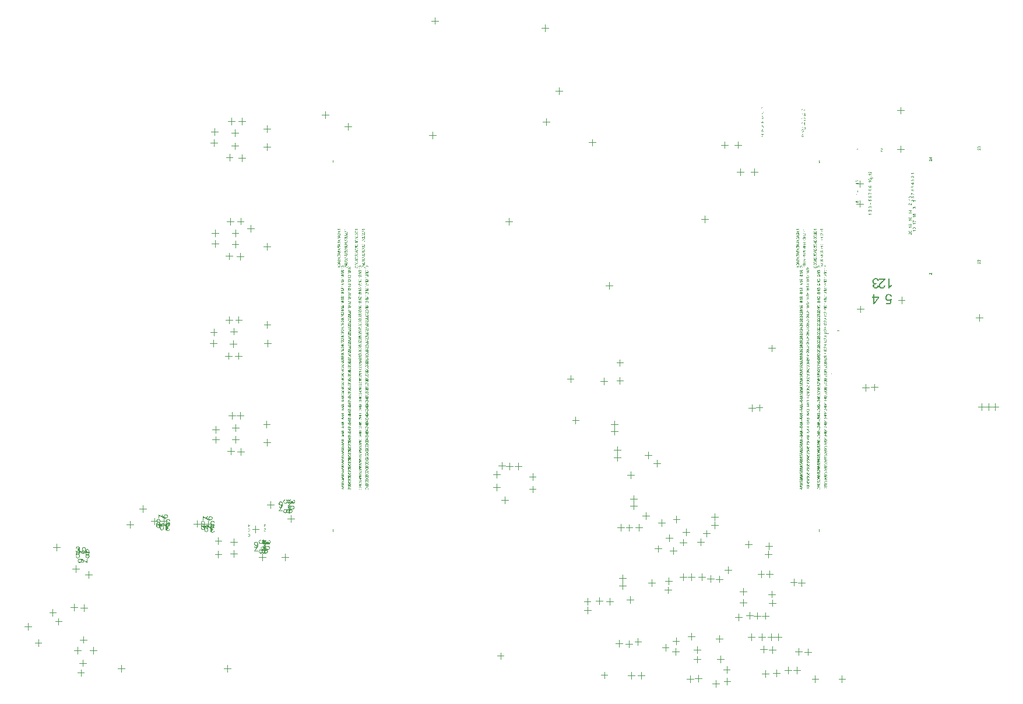
<source format=gbr>
G04*
G04 #@! TF.GenerationSoftware,Altium Limited,Altium Designer,24.2.2 (26)*
G04*
G04 Layer_Color=32896*
%FSLAX25Y25*%
%MOIN*%
G70*
G04*
G04 #@! TF.SameCoordinates,80A8E479-4E92-43EF-BFA2-91FD1FC97BD2*
G04*
G04*
G04 #@! TF.FilePolarity,Positive*
G04*
G01*
G75*
%ADD16C,0.00394*%
%ADD342C,0.00100*%
G36*
X155906Y-256231D02*
X155926Y-256204D01*
X155931Y-256199D01*
X155941Y-256189D01*
X155956Y-256174D01*
X155977Y-256158D01*
X156002Y-256133D01*
X156038Y-256107D01*
X156074Y-256077D01*
X156119Y-256047D01*
X156170Y-256016D01*
X156221Y-255985D01*
X156343Y-255929D01*
X156486Y-255884D01*
X156562Y-255868D01*
X156644Y-255858D01*
X156700Y-256291D01*
X156695D01*
X156684Y-256296D01*
X156664Y-256301D01*
X156639Y-256306D01*
X156608Y-256311D01*
X156572Y-256321D01*
X156496Y-256347D01*
X156404Y-256382D01*
X156318Y-256428D01*
X156247Y-256472D01*
X157378Y-257272D01*
X157397Y-257217D01*
X157417Y-257120D01*
X157428Y-257014D01*
Y-256968D01*
X157422Y-256932D01*
X157417Y-256886D01*
X157407Y-256835D01*
X157397Y-256774D01*
X157382Y-256708D01*
X157764Y-256759D01*
Y-256785D01*
X157758Y-256805D01*
Y-256871D01*
X157769Y-256927D01*
X157775Y-256970D01*
X157970D01*
Y-256975D01*
X157981Y-256985D01*
X157986Y-257006D01*
X158001Y-257031D01*
X158016Y-257062D01*
X158036Y-257097D01*
X158087Y-257184D01*
X158143Y-257285D01*
X158215Y-257387D01*
X158296Y-257494D01*
X158340Y-257548D01*
X158344D01*
X158349D01*
X158354D01*
X158384D01*
X158425Y-257538D01*
X158481Y-257528D01*
X158542Y-257507D01*
X158608Y-257482D01*
X158675Y-257441D01*
X158736Y-257385D01*
X158741Y-257380D01*
X158761Y-257355D01*
X158787Y-257319D01*
X158817Y-257273D01*
X158843Y-257212D01*
X158868Y-257141D01*
X158888Y-257059D01*
X158893Y-256968D01*
Y-256927D01*
X158883Y-256881D01*
X158873Y-256820D01*
X158853Y-256754D01*
X158827Y-256688D01*
X158787Y-256616D01*
X158736Y-256550D01*
X158731Y-256545D01*
X158705Y-256525D01*
X158669Y-256494D01*
X158619Y-256459D01*
X158552Y-256423D01*
X158471Y-256387D01*
X158374Y-256357D01*
X158262Y-256337D01*
X158339Y-255904D01*
X158344D01*
X158359Y-255909D01*
X158379Y-255914D01*
X158410Y-255919D01*
X158446Y-255929D01*
X158486Y-255945D01*
X158583Y-255975D01*
X158695Y-256026D01*
X158807Y-256087D01*
X158914Y-256164D01*
X159011Y-256260D01*
X159016Y-256265D01*
X159021Y-256276D01*
X159031Y-256291D01*
X159046Y-256311D01*
X159066Y-256337D01*
X159087Y-256372D01*
X159107Y-256408D01*
X159133Y-256454D01*
X159173Y-256556D01*
X159214Y-256673D01*
X159240Y-256810D01*
X159250Y-256881D01*
Y-257009D01*
X159245Y-257065D01*
X159234Y-257131D01*
X159219Y-257212D01*
X159194Y-257304D01*
X159163Y-257395D01*
X159123Y-257487D01*
Y-257492D01*
X159117Y-257497D01*
X159102Y-257528D01*
X159072Y-257574D01*
X159036Y-257624D01*
X158985Y-257685D01*
X158929Y-257747D01*
X158863Y-257808D01*
X158787Y-257858D01*
X158776Y-257864D01*
X158751Y-257879D01*
X158711Y-257897D01*
X158770Y-257937D01*
X158856Y-257988D01*
Y-258268D01*
X156885D01*
X156865Y-258288D01*
X156798Y-258354D01*
X156722Y-258431D01*
X156625Y-258522D01*
X156508Y-258624D01*
X156381Y-258731D01*
X156376Y-258736D01*
X156356Y-258751D01*
X156325Y-258777D01*
X156289Y-258807D01*
X156244Y-258848D01*
X156188Y-258894D01*
X156132Y-258945D01*
X156065Y-259001D01*
X156058Y-259008D01*
X156422D01*
Y-259432D01*
X156555Y-259408D01*
X156708Y-259393D01*
X156876Y-259383D01*
X157054Y-259378D01*
X157059D01*
X157080D01*
X157115D01*
X157156D01*
X157212Y-259383D01*
X157273D01*
X157339Y-259388D01*
X157416Y-259393D01*
X157573Y-259408D01*
X157741Y-259434D01*
X157909Y-259464D01*
X157986Y-259484D01*
X158062Y-259505D01*
X158067D01*
X158077Y-259510D01*
X158098Y-259520D01*
X158123Y-259530D01*
X158159Y-259540D01*
X158194Y-259561D01*
X158281Y-259601D01*
X158372Y-259652D01*
X158469Y-259718D01*
X158566Y-259795D01*
X158647Y-259887D01*
Y-259892D01*
X158658Y-259897D01*
X158668Y-259912D01*
X158678Y-259932D01*
X158698Y-259958D01*
X158713Y-259988D01*
X158754Y-260065D01*
X158790Y-260156D01*
X158826Y-260263D01*
X158846Y-260390D01*
X158856Y-260528D01*
Y-260574D01*
X158851Y-260630D01*
X158841Y-260696D01*
X158826Y-260772D01*
X158805Y-260854D01*
X158780Y-260940D01*
X158739Y-261022D01*
Y-261027D01*
X158734Y-261032D01*
X158719Y-261057D01*
X158693Y-261098D01*
X158658Y-261149D01*
X158607Y-261205D01*
X158551Y-261266D01*
X158484Y-261322D01*
X158408Y-261378D01*
X158398Y-261383D01*
X158372Y-261403D01*
X158327Y-261424D01*
X158261Y-261459D01*
X158184Y-261490D01*
X158098Y-261531D01*
X157996Y-261566D01*
X157884Y-261597D01*
X157879D01*
X157869Y-261602D01*
X157853Y-261607D01*
X157828Y-261612D01*
X157797Y-261617D01*
X157762Y-261622D01*
X157716Y-261632D01*
X157665Y-261637D01*
X157609Y-261648D01*
X157548Y-261653D01*
X157477Y-261658D01*
X157405Y-261668D01*
X157330Y-261673D01*
X157344Y-261685D01*
X157349Y-261691D01*
X157359Y-261701D01*
X157375Y-261716D01*
X157395Y-261741D01*
X157420Y-261772D01*
X157451Y-261813D01*
X157476Y-261854D01*
X157512Y-261904D01*
X157543Y-261955D01*
X157568Y-262016D01*
X157624Y-262154D01*
X157644Y-262225D01*
X157660Y-262306D01*
X157670Y-262388D01*
X157675Y-262474D01*
Y-262510D01*
X157670Y-262536D01*
Y-262561D01*
X157665Y-262597D01*
X157650Y-262683D01*
X157629Y-262780D01*
X157594Y-262887D01*
X157548Y-262994D01*
X157487Y-263101D01*
Y-263106D01*
X157476Y-263111D01*
X157466Y-263126D01*
X157451Y-263146D01*
X157410Y-263197D01*
X157354Y-263263D01*
X157278Y-263330D01*
X157186Y-263406D01*
X157079Y-263472D01*
X156957Y-263533D01*
X156952D01*
X156942Y-263538D01*
X156922Y-263548D01*
X156896Y-263559D01*
X156860Y-263569D01*
X156815Y-263584D01*
X156764Y-263594D01*
X156708Y-263610D01*
X156642Y-263625D01*
X156565Y-263640D01*
X156484Y-263650D01*
X156397Y-263660D01*
X156301Y-263671D01*
X156199Y-263681D01*
X156087Y-263686D01*
X155970D01*
X155965D01*
X155939D01*
X155904D01*
X155858D01*
X155802Y-263681D01*
X155736D01*
X155659Y-263676D01*
X155583Y-263666D01*
X155410Y-263650D01*
X155227Y-263625D01*
X155054Y-263589D01*
X154967Y-263564D01*
X154891Y-263538D01*
X154886D01*
X154875Y-263533D01*
X154855Y-263523D01*
X154824Y-263513D01*
X154794Y-263498D01*
X154753Y-263477D01*
X154667Y-263426D01*
X154570Y-263365D01*
X154468Y-263294D01*
X154384Y-263214D01*
X154334Y-263289D01*
X154278Y-263370D01*
X154207Y-263447D01*
X154125Y-263518D01*
X154120D01*
X154115Y-263523D01*
X154085Y-263543D01*
X154034Y-263574D01*
X153967Y-263604D01*
X153886Y-263635D01*
X153789Y-263666D01*
X153682Y-263686D01*
X153565Y-263691D01*
X153560D01*
X153545D01*
X153519D01*
X153489Y-263686D01*
X153453Y-263681D01*
X153408Y-263676D01*
X153357Y-263666D01*
X153301Y-263650D01*
X153184Y-263615D01*
X153117Y-263589D01*
X153056Y-263554D01*
X152990Y-263518D01*
X152929Y-263477D01*
X152868Y-263426D01*
X152807Y-263370D01*
X152802Y-263365D01*
X152792Y-263355D01*
X152776Y-263340D01*
X152761Y-263314D01*
X152736Y-263279D01*
X152710Y-263243D01*
X152685Y-263197D01*
X152654Y-263146D01*
X152624Y-263090D01*
X152598Y-263024D01*
X152573Y-262953D01*
X152547Y-262882D01*
X152532Y-262800D01*
X152517Y-262714D01*
X152507Y-262627D01*
X152501Y-262530D01*
Y-262480D01*
X152507Y-262444D01*
X152512Y-262398D01*
X152517Y-262347D01*
X152527Y-262291D01*
X152542Y-262230D01*
X152578Y-262093D01*
X152603Y-262021D01*
X152629Y-261955D01*
X152664Y-261884D01*
X152705Y-261813D01*
X152751Y-261747D01*
X152807Y-261685D01*
X152812Y-261680D01*
X152822Y-261670D01*
X152837Y-261655D01*
X152863Y-261635D01*
X152893Y-261614D01*
X152929Y-261584D01*
X152970Y-261558D01*
X153021Y-261528D01*
X153072Y-261497D01*
X153133Y-261472D01*
X153260Y-261421D01*
X153336Y-261401D01*
X153413Y-261385D01*
X153494Y-261375D01*
X153576Y-261370D01*
X153581D01*
X153591D01*
X153611D01*
X153631Y-261375D01*
X153662D01*
X153698Y-261380D01*
X153779Y-261390D01*
X153871Y-261411D01*
X153962Y-261441D01*
X154059Y-261487D01*
X154151Y-261543D01*
X154156D01*
X154161Y-261553D01*
X154186Y-261574D01*
X154227Y-261614D01*
X154278Y-261670D01*
X154321Y-261731D01*
X154331Y-261721D01*
X154346Y-261706D01*
X154372Y-261685D01*
X154402Y-261660D01*
X154473Y-261609D01*
X154565Y-261558D01*
X154677Y-261507D01*
X154804Y-261467D01*
X154952Y-261436D01*
X154961Y-261546D01*
X155011Y-261533D01*
X155097Y-261518D01*
X155189Y-261512D01*
X155194D01*
X155204D01*
X155225D01*
X155255Y-261518D01*
X155286Y-261523D01*
X155326Y-261528D01*
X155413Y-261548D01*
X155515Y-261579D01*
X155622Y-261630D01*
X155666Y-261654D01*
X155680Y-261645D01*
X155705Y-261624D01*
X155741Y-261599D01*
X155776Y-261574D01*
X155822Y-261548D01*
X155873Y-261523D01*
X155926Y-261494D01*
X155919Y-261490D01*
X155833Y-261449D01*
X155741Y-261398D01*
X155639Y-261332D01*
X155547Y-261256D01*
X155461Y-261164D01*
Y-261159D01*
X155451Y-261154D01*
X155441Y-261139D01*
X155430Y-261118D01*
X155415Y-261093D01*
X155395Y-261067D01*
X155359Y-260991D01*
X155324Y-260899D01*
X155288Y-260792D01*
X155274Y-260706D01*
X155251Y-260685D01*
X155246Y-260680D01*
X155236Y-260675D01*
X155226Y-260655D01*
X155205Y-260634D01*
X155180Y-260609D01*
X155154Y-260574D01*
X155129Y-260538D01*
X155098Y-260492D01*
X155047Y-260395D01*
X154997Y-260273D01*
X154976Y-260212D01*
X154966Y-260141D01*
X154956Y-260069D01*
X154951Y-259993D01*
Y-259983D01*
Y-259958D01*
X154956Y-259917D01*
X154961Y-259861D01*
X154971Y-259800D01*
X154991Y-259729D01*
X155012Y-259652D01*
X155042Y-259576D01*
X155047Y-259566D01*
X155058Y-259540D01*
X155078Y-259500D01*
X155108Y-259443D01*
X155149Y-259382D01*
X155200Y-259306D01*
X155261Y-259230D01*
X155332Y-259143D01*
X155343Y-259133D01*
X155368Y-259102D01*
X155394Y-259077D01*
X155419Y-259051D01*
X155449Y-259021D01*
X155490Y-258980D01*
X155531Y-258940D01*
X155582Y-258894D01*
X155633Y-258843D01*
X155694Y-258787D01*
X155760Y-258731D01*
X155831Y-258665D01*
X155913Y-258598D01*
X155994Y-258527D01*
X155999Y-258522D01*
X156009Y-258512D01*
X156030Y-258497D01*
X156055Y-258476D01*
X156086Y-258446D01*
X156121Y-258415D01*
X156203Y-258349D01*
X156289Y-258273D01*
X156295Y-258268D01*
X155379D01*
Y-258301D01*
X154982D01*
Y-257850D01*
X154946D01*
Y-257823D01*
X154625D01*
X154578Y-257874D01*
X154573Y-257879D01*
X154563Y-257889D01*
X154548Y-257904D01*
X154522Y-257925D01*
X154487Y-257950D01*
X154451Y-257976D01*
X154405Y-258006D01*
X154354Y-258037D01*
X154298Y-258062D01*
X154237Y-258093D01*
X154166Y-258118D01*
X154095Y-258143D01*
X154018Y-258164D01*
X153932Y-258179D01*
X153845Y-258189D01*
X153754Y-258194D01*
X153749D01*
X153733D01*
X153708D01*
X153672Y-258189D01*
X153631Y-258184D01*
X153586Y-258179D01*
X153530Y-258169D01*
X153474Y-258159D01*
X153341Y-258128D01*
X153204Y-258077D01*
X153133Y-258047D01*
X153067Y-258006D01*
X152995Y-257965D01*
X152929Y-257914D01*
X152924Y-257909D01*
X152909Y-257899D01*
X152888Y-257879D01*
X152863Y-257853D01*
X152832Y-257818D01*
X152792Y-257777D01*
X152756Y-257726D01*
X152715Y-257670D01*
X152675Y-257609D01*
X152639Y-257538D01*
X152603Y-257462D01*
X152568Y-257380D01*
X152542Y-257294D01*
X152522Y-257197D01*
X152507Y-257095D01*
X152501Y-256988D01*
Y-256942D01*
X152507Y-256907D01*
X152512Y-256866D01*
X152517Y-256820D01*
X152522Y-256764D01*
X152537Y-256708D01*
X152568Y-256581D01*
X152613Y-256454D01*
X152644Y-256387D01*
X152680Y-256321D01*
X152720Y-256260D01*
X152766Y-256199D01*
X152771Y-256194D01*
X152776Y-256184D01*
X152797Y-256174D01*
X152817Y-256153D01*
X152842Y-256128D01*
X152873Y-256102D01*
X152914Y-256072D01*
X152960Y-256047D01*
X153005Y-256016D01*
X153061Y-255985D01*
X153184Y-255929D01*
X153326Y-255884D01*
X153402Y-255868D01*
X153484Y-255858D01*
X153519Y-256311D01*
X153514D01*
X153504D01*
X153489Y-256316D01*
X153463Y-256321D01*
X153408Y-256337D01*
X153331Y-256357D01*
X153255Y-256387D01*
X153168Y-256428D01*
X153092Y-256479D01*
X153021Y-256540D01*
X153016Y-256550D01*
X152995Y-256571D01*
X152970Y-256611D01*
X152939Y-256667D01*
X152909Y-256729D01*
X152883Y-256805D01*
X152863Y-256891D01*
X152858Y-256988D01*
Y-257019D01*
X152863Y-257039D01*
X152868Y-257100D01*
X152888Y-257171D01*
X152914Y-257258D01*
X152954Y-257344D01*
X153016Y-257436D01*
X153051Y-257477D01*
X153092Y-257518D01*
X153097Y-257523D01*
X153102Y-257528D01*
X153117Y-257538D01*
X153133Y-257553D01*
X153189Y-257589D01*
X153260Y-257629D01*
X153346Y-257665D01*
X153453Y-257701D01*
X153581Y-257726D01*
X153647Y-257736D01*
X153718D01*
X153723D01*
X153733D01*
X153754D01*
X153779Y-257731D01*
X153810D01*
X153845Y-257726D01*
X153927Y-257711D01*
X154023Y-257685D01*
X154120Y-257650D01*
X154137Y-257640D01*
Y-257390D01*
X154407D01*
X154410Y-257385D01*
X154446Y-257304D01*
X154481Y-257212D01*
X154507Y-257105D01*
X154517Y-257044D01*
Y-256947D01*
X154512Y-256907D01*
X154507Y-256856D01*
X154492Y-256795D01*
X154476Y-256734D01*
X154451Y-256667D01*
X154420Y-256601D01*
X154415Y-256596D01*
X154405Y-256576D01*
X154380Y-256545D01*
X154354Y-256505D01*
X154319Y-256464D01*
X154273Y-256423D01*
X154227Y-256377D01*
X154171Y-256342D01*
X154227Y-255935D01*
X154982Y-256077D01*
Y-255858D01*
X155379D01*
X155906Y-256231D01*
D02*
G37*
G36*
X150998Y-256983D02*
X151039D01*
X151085Y-256988D01*
X151136Y-256998D01*
X151197Y-257014D01*
X151258Y-257029D01*
X151329Y-257049D01*
X151400Y-257075D01*
X151472Y-257105D01*
X151548Y-257146D01*
X151619Y-257192D01*
X151690Y-257243D01*
X151762Y-257304D01*
X151828Y-257375D01*
X151833Y-257380D01*
X151843Y-257396D01*
X151858Y-257416D01*
X151879Y-257452D01*
X151909Y-257497D01*
X151935Y-257548D01*
X151965Y-257614D01*
X151996Y-257686D01*
X152031Y-257772D01*
X152062Y-257869D01*
X152087Y-257976D01*
X152113Y-258093D01*
X152138Y-258225D01*
X152154Y-258368D01*
X152164Y-258520D01*
X152169Y-258683D01*
Y-258688D01*
Y-258694D01*
Y-258709D01*
Y-258729D01*
X152164Y-258780D01*
Y-258851D01*
X152159Y-258933D01*
X152148Y-259029D01*
X152138Y-259136D01*
X152123Y-259253D01*
X152103Y-259370D01*
X152077Y-259498D01*
X152047Y-259620D01*
X152011Y-259742D01*
X151965Y-259859D01*
X151914Y-259971D01*
X151858Y-260078D01*
X151792Y-260170D01*
X151787Y-260175D01*
X151777Y-260185D01*
X151757Y-260205D01*
X151731Y-260236D01*
X151701Y-260266D01*
X151660Y-260297D01*
X151609Y-260338D01*
X151558Y-260373D01*
X151497Y-260409D01*
X151431Y-260450D01*
X151361Y-260477D01*
X151339Y-260540D01*
X151263Y-260733D01*
X151171Y-260937D01*
X151069Y-261140D01*
X151064Y-261145D01*
X151054Y-261166D01*
X151039Y-261191D01*
X151019Y-261232D01*
X150993Y-261278D01*
X150958Y-261334D01*
X150922Y-261395D01*
X150881Y-261461D01*
X150784Y-261609D01*
X150683Y-261761D01*
X150566Y-261919D01*
X150443Y-262067D01*
X152169D01*
Y-262484D01*
X149889D01*
Y-262143D01*
X149894Y-262138D01*
X149904Y-262128D01*
X149924Y-262107D01*
X149945Y-262077D01*
X149975Y-262041D01*
X150016Y-262001D01*
X150057Y-261950D01*
X150102Y-261889D01*
X150148Y-261828D01*
X150204Y-261756D01*
X150260Y-261675D01*
X150316Y-261593D01*
X150377Y-261502D01*
X150438Y-261405D01*
X150499Y-261298D01*
X150560Y-261191D01*
X150566Y-261186D01*
X150576Y-261166D01*
X150591Y-261135D01*
X150616Y-261089D01*
X150642Y-261034D01*
X150672Y-260972D01*
X150708Y-260901D01*
X150744Y-260820D01*
X150784Y-260728D01*
X150830Y-260636D01*
X150855Y-260576D01*
X150830Y-260572D01*
X150795D01*
X150754Y-260567D01*
X150657Y-260546D01*
X150550Y-260521D01*
X150438Y-260480D01*
X150326Y-260419D01*
X150270Y-260383D01*
X150219Y-260343D01*
X150214Y-260338D01*
X150209Y-260332D01*
X150194Y-260317D01*
X150179Y-260302D01*
X150153Y-260277D01*
X150133Y-260246D01*
X150077Y-260175D01*
X150021Y-260083D01*
X149970Y-259971D01*
X149924Y-259844D01*
X149894Y-259701D01*
X150326Y-259666D01*
Y-259671D01*
X150331Y-259676D01*
X150337Y-259706D01*
X150352Y-259752D01*
X150372Y-259808D01*
X150392Y-259869D01*
X150423Y-259930D01*
X150459Y-259986D01*
X150494Y-260032D01*
X150504Y-260042D01*
X150525Y-260063D01*
X150560Y-260093D01*
X150611Y-260129D01*
X150678Y-260159D01*
X150749Y-260190D01*
X150835Y-260210D01*
X150927Y-260221D01*
X150963D01*
X150990Y-260217D01*
X150993Y-260209D01*
X151069Y-259975D01*
Y-259970D01*
X151075Y-259955D01*
X151080Y-259929D01*
X151090Y-259898D01*
X151100Y-259858D01*
X151110Y-259807D01*
X151125Y-259751D01*
X151136Y-259690D01*
X151151Y-259618D01*
X151166Y-259542D01*
X151192Y-259379D01*
X151207Y-259270D01*
X151141Y-259289D01*
X151059Y-259304D01*
X150973Y-259319D01*
X150881Y-259325D01*
X150840D01*
X150810Y-259319D01*
X150769Y-259314D01*
X150728Y-259309D01*
X150678Y-259299D01*
X150627Y-259284D01*
X150510Y-259248D01*
X150449Y-259223D01*
X150387Y-259187D01*
X150326Y-259152D01*
X150260Y-259111D01*
X150199Y-259060D01*
X150143Y-259004D01*
X150138Y-258999D01*
X150128Y-258989D01*
X150112Y-258973D01*
X150097Y-258948D01*
X150072Y-258912D01*
X150046Y-258877D01*
X150021Y-258831D01*
X149990Y-258780D01*
X149960Y-258724D01*
X149934Y-258663D01*
X149909Y-258592D01*
X149883Y-258520D01*
X149868Y-258444D01*
X149853Y-258358D01*
X149843Y-258271D01*
X149838Y-258179D01*
Y-258174D01*
Y-258164D01*
Y-258149D01*
Y-258123D01*
X149843Y-258093D01*
Y-258062D01*
X149858Y-257981D01*
X149873Y-257884D01*
X149899Y-257782D01*
X149934Y-257670D01*
X149985Y-257563D01*
Y-257558D01*
X149990Y-257553D01*
X150001Y-257538D01*
X150011Y-257518D01*
X150041Y-257467D01*
X150087Y-257401D01*
X150143Y-257329D01*
X150209Y-257258D01*
X150291Y-257187D01*
X150377Y-257126D01*
X150382D01*
X150387Y-257121D01*
X150403Y-257111D01*
X150423Y-257105D01*
X150474Y-257080D01*
X150540Y-257054D01*
X150627Y-257024D01*
X150723Y-257004D01*
X150830Y-256983D01*
X150947Y-256978D01*
X150973D01*
X150998Y-256983D01*
D02*
G37*
G36*
X481098Y-79439D02*
X481481D01*
Y-79635D01*
X481098D01*
Y-80331D01*
X480918D01*
X479883Y-79598D01*
Y-79439D01*
X480918D01*
Y-79222D01*
X481098D01*
Y-79439D01*
D02*
G37*
G36*
X481481Y-80963D02*
X480232D01*
X480234Y-80966D01*
X480243Y-80977D01*
X480257Y-80991D01*
X480273Y-81014D01*
X480294Y-81040D01*
X480317Y-81072D01*
X480342Y-81109D01*
X480368Y-81151D01*
Y-81153D01*
X480370Y-81155D01*
X480379Y-81169D01*
X480391Y-81192D01*
X480405Y-81220D01*
X480421Y-81252D01*
X480437Y-81287D01*
X480453Y-81322D01*
X480467Y-81356D01*
X480278D01*
Y-81354D01*
X480273Y-81349D01*
X480271Y-81340D01*
X480264Y-81328D01*
X480257Y-81315D01*
X480248Y-81299D01*
X480225Y-81259D01*
X480199Y-81213D01*
X480167Y-81167D01*
X480130Y-81118D01*
X480091Y-81070D01*
X480088Y-81068D01*
X480086Y-81065D01*
X480079Y-81058D01*
X480072Y-81049D01*
X480049Y-81028D01*
X480021Y-81001D01*
X479989Y-80973D01*
X479952Y-80943D01*
X479915Y-80917D01*
X479876Y-80894D01*
Y-80767D01*
X481481D01*
Y-80963D01*
D02*
G37*
G36*
X481045Y-73311D02*
X481063Y-73314D01*
X481084Y-73318D01*
X481107Y-73323D01*
X481133Y-73327D01*
X481188Y-73346D01*
X481218Y-73360D01*
X481246Y-73374D01*
X481276Y-73392D01*
X481306Y-73413D01*
X481336Y-73436D01*
X481363Y-73464D01*
X481366Y-73466D01*
X481370Y-73471D01*
X481377Y-73480D01*
X481387Y-73492D01*
X481398Y-73505D01*
X481410Y-73524D01*
X481424Y-73545D01*
X481435Y-73570D01*
X481449Y-73595D01*
X481463Y-73625D01*
X481474Y-73655D01*
X481486Y-73690D01*
X481495Y-73727D01*
X481502Y-73766D01*
X481507Y-73806D01*
X481509Y-73849D01*
Y-73870D01*
X481507Y-73884D01*
X481504Y-73903D01*
X481502Y-73923D01*
X481497Y-73946D01*
X481493Y-73972D01*
X481479Y-74027D01*
X481456Y-74085D01*
X481442Y-74115D01*
X481426Y-74143D01*
X481405Y-74171D01*
X481384Y-74198D01*
X481382Y-74201D01*
X481377Y-74205D01*
X481370Y-74212D01*
X481361Y-74219D01*
X481350Y-74231D01*
X481333Y-74242D01*
X481317Y-74256D01*
X481296Y-74270D01*
X481273Y-74284D01*
X481250Y-74298D01*
X481195Y-74323D01*
X481130Y-74344D01*
X481096Y-74351D01*
X481059Y-74355D01*
X481033Y-74159D01*
X481035D01*
X481040Y-74157D01*
X481049Y-74154D01*
X481061Y-74152D01*
X481075Y-74150D01*
X481091Y-74145D01*
X481125Y-74134D01*
X481167Y-74117D01*
X481206Y-74097D01*
X481243Y-74074D01*
X481276Y-74046D01*
X481278Y-74041D01*
X481287Y-74032D01*
X481299Y-74014D01*
X481310Y-73990D01*
X481324Y-73963D01*
X481336Y-73928D01*
X481345Y-73889D01*
X481347Y-73847D01*
Y-73833D01*
X481345Y-73824D01*
X481343Y-73799D01*
X481336Y-73766D01*
X481324Y-73729D01*
X481308Y-73690D01*
X481285Y-73651D01*
X481253Y-73614D01*
X481248Y-73609D01*
X481234Y-73598D01*
X481213Y-73584D01*
X481186Y-73565D01*
X481151Y-73547D01*
X481112Y-73533D01*
X481066Y-73522D01*
X481015Y-73517D01*
X481012D01*
X481008D01*
X481001D01*
X480992Y-73519D01*
X480966Y-73522D01*
X480936Y-73528D01*
X480899Y-73538D01*
X480862Y-73554D01*
X480825Y-73577D01*
X480791Y-73607D01*
X480786Y-73612D01*
X480777Y-73623D01*
X480763Y-73642D01*
X480747Y-73667D01*
X480730Y-73699D01*
X480717Y-73739D01*
X480707Y-73782D01*
X480703Y-73831D01*
Y-73852D01*
X480705Y-73868D01*
X480707Y-73889D01*
X480712Y-73912D01*
X480717Y-73940D01*
X480724Y-73970D01*
X480550Y-73946D01*
Y-73935D01*
X480553Y-73926D01*
Y-73896D01*
X480548Y-73870D01*
X480543Y-73840D01*
X480537Y-73806D01*
X480525Y-73766D01*
X480509Y-73729D01*
X480488Y-73690D01*
Y-73688D01*
X480486Y-73685D01*
X480476Y-73674D01*
X480460Y-73658D01*
X480440Y-73639D01*
X480409Y-73621D01*
X480375Y-73605D01*
X480336Y-73593D01*
X480312Y-73589D01*
X480287D01*
X480285D01*
X480282D01*
X480268D01*
X480250Y-73593D01*
X480225Y-73598D01*
X480197Y-73607D01*
X480167Y-73619D01*
X480137Y-73637D01*
X480109Y-73662D01*
X480107Y-73665D01*
X480098Y-73676D01*
X480086Y-73692D01*
X480072Y-73713D01*
X480061Y-73741D01*
X480049Y-73773D01*
X480040Y-73810D01*
X480037Y-73852D01*
Y-73870D01*
X480042Y-73891D01*
X480047Y-73919D01*
X480056Y-73949D01*
X480068Y-73979D01*
X480086Y-74011D01*
X480109Y-74041D01*
X480111Y-74044D01*
X480123Y-74053D01*
X480139Y-74067D01*
X480162Y-74083D01*
X480192Y-74099D01*
X480229Y-74115D01*
X480273Y-74129D01*
X480324Y-74138D01*
X480289Y-74335D01*
X480287D01*
X480280Y-74332D01*
X480271Y-74330D01*
X480257Y-74328D01*
X480241Y-74323D01*
X480222Y-74316D01*
X480178Y-74302D01*
X480128Y-74279D01*
X480077Y-74251D01*
X480028Y-74217D01*
X479984Y-74173D01*
X479982Y-74171D01*
X479980Y-74166D01*
X479975Y-74159D01*
X479968Y-74150D01*
X479959Y-74138D01*
X479950Y-74122D01*
X479941Y-74106D01*
X479929Y-74085D01*
X479911Y-74039D01*
X479892Y-73986D01*
X479880Y-73923D01*
X479876Y-73891D01*
Y-73833D01*
X479878Y-73808D01*
X479883Y-73778D01*
X479890Y-73741D01*
X479901Y-73699D01*
X479915Y-73658D01*
X479934Y-73616D01*
Y-73614D01*
X479936Y-73612D01*
X479943Y-73598D01*
X479957Y-73577D01*
X479973Y-73554D01*
X479996Y-73526D01*
X480021Y-73498D01*
X480051Y-73471D01*
X480086Y-73448D01*
X480091Y-73445D01*
X480102Y-73438D01*
X480123Y-73429D01*
X480148Y-73418D01*
X480178Y-73406D01*
X480213Y-73397D01*
X480252Y-73390D01*
X480292Y-73387D01*
X480296D01*
X480310D01*
X480329Y-73390D01*
X480354Y-73394D01*
X480384Y-73401D01*
X480416Y-73413D01*
X480449Y-73427D01*
X480481Y-73445D01*
X480486Y-73448D01*
X480495Y-73454D01*
X480511Y-73468D01*
X480530Y-73487D01*
X480550Y-73510D01*
X480573Y-73538D01*
X480594Y-73570D01*
X480615Y-73609D01*
Y-73607D01*
X480617Y-73602D01*
X480620Y-73595D01*
X480622Y-73586D01*
X480631Y-73561D01*
X480645Y-73528D01*
X480663Y-73492D01*
X480687Y-73454D01*
X480717Y-73420D01*
X480751Y-73387D01*
X480756Y-73385D01*
X480770Y-73376D01*
X480793Y-73362D01*
X480823Y-73348D01*
X480860Y-73334D01*
X480904Y-73321D01*
X480955Y-73311D01*
X481010Y-73309D01*
X481012D01*
X481019D01*
X481031D01*
X481045Y-73311D01*
D02*
G37*
G36*
X481481Y-75058D02*
X480232D01*
X480234Y-75060D01*
X480243Y-75072D01*
X480257Y-75085D01*
X480273Y-75108D01*
X480294Y-75134D01*
X480317Y-75166D01*
X480342Y-75203D01*
X480368Y-75245D01*
Y-75247D01*
X480370Y-75249D01*
X480379Y-75263D01*
X480391Y-75286D01*
X480405Y-75314D01*
X480421Y-75346D01*
X480437Y-75381D01*
X480453Y-75416D01*
X480467Y-75450D01*
X480278D01*
Y-75448D01*
X480273Y-75443D01*
X480271Y-75434D01*
X480264Y-75423D01*
X480257Y-75409D01*
X480248Y-75393D01*
X480225Y-75353D01*
X480199Y-75307D01*
X480167Y-75261D01*
X480130Y-75212D01*
X480091Y-75164D01*
X480088Y-75162D01*
X480086Y-75159D01*
X480079Y-75152D01*
X480072Y-75143D01*
X480049Y-75122D01*
X480021Y-75095D01*
X479989Y-75067D01*
X479952Y-75037D01*
X479915Y-75011D01*
X479876Y-74988D01*
Y-74861D01*
X481481D01*
Y-75058D01*
D02*
G37*
G36*
X480978Y-85111D02*
X480996Y-85114D01*
X481017Y-85116D01*
X481042Y-85121D01*
X481068Y-85125D01*
X481128Y-85139D01*
X481190Y-85162D01*
X481222Y-85176D01*
X481253Y-85195D01*
X481285Y-85213D01*
X481315Y-85236D01*
X481317Y-85239D01*
X481324Y-85243D01*
X481333Y-85252D01*
X481345Y-85264D01*
X481359Y-85280D01*
X481377Y-85299D01*
X481393Y-85322D01*
X481412Y-85347D01*
X481430Y-85375D01*
X481447Y-85407D01*
X481463Y-85442D01*
X481479Y-85479D01*
X481491Y-85518D01*
X481500Y-85562D01*
X481507Y-85608D01*
X481509Y-85657D01*
Y-85677D01*
X481507Y-85694D01*
X481504Y-85712D01*
X481502Y-85733D01*
X481500Y-85758D01*
X481493Y-85784D01*
X481479Y-85842D01*
X481458Y-85899D01*
X481444Y-85929D01*
X481428Y-85959D01*
X481410Y-85987D01*
X481389Y-86015D01*
X481387Y-86017D01*
X481384Y-86022D01*
X481375Y-86026D01*
X481366Y-86036D01*
X481354Y-86047D01*
X481340Y-86059D01*
X481322Y-86072D01*
X481301Y-86084D01*
X481280Y-86098D01*
X481255Y-86112D01*
X481199Y-86137D01*
X481135Y-86158D01*
X481100Y-86165D01*
X481063Y-86169D01*
X481047Y-85964D01*
X481049D01*
X481054D01*
X481061Y-85962D01*
X481072Y-85959D01*
X481098Y-85952D01*
X481133Y-85943D01*
X481167Y-85929D01*
X481206Y-85911D01*
X481241Y-85888D01*
X481273Y-85860D01*
X481276Y-85855D01*
X481285Y-85846D01*
X481296Y-85828D01*
X481310Y-85802D01*
X481324Y-85774D01*
X481336Y-85740D01*
X481345Y-85701D01*
X481347Y-85657D01*
Y-85643D01*
X481345Y-85634D01*
X481343Y-85606D01*
X481333Y-85574D01*
X481322Y-85534D01*
X481303Y-85495D01*
X481276Y-85453D01*
X481259Y-85435D01*
X481241Y-85417D01*
X481239Y-85414D01*
X481236Y-85412D01*
X481229Y-85407D01*
X481222Y-85400D01*
X481197Y-85384D01*
X481165Y-85366D01*
X481125Y-85350D01*
X481077Y-85333D01*
X481019Y-85322D01*
X480989Y-85317D01*
X480957D01*
X480955D01*
X480950D01*
X480941D01*
X480929Y-85319D01*
X480915D01*
X480899Y-85322D01*
X480862Y-85329D01*
X480818Y-85340D01*
X480774Y-85356D01*
X480733Y-85379D01*
X480694Y-85412D01*
X480691D01*
X480689Y-85417D01*
X480677Y-85428D01*
X480661Y-85449D01*
X480643Y-85476D01*
X480627Y-85514D01*
X480610Y-85555D01*
X480599Y-85604D01*
X480594Y-85631D01*
Y-85675D01*
X480596Y-85694D01*
X480599Y-85717D01*
X480606Y-85745D01*
X480613Y-85772D01*
X480624Y-85802D01*
X480638Y-85832D01*
X480640Y-85835D01*
X480645Y-85844D01*
X480657Y-85858D01*
X480668Y-85876D01*
X480684Y-85895D01*
X480705Y-85913D01*
X480726Y-85934D01*
X480751Y-85950D01*
X480726Y-86135D01*
X479904Y-85980D01*
Y-85185D01*
X480091D01*
Y-85825D01*
X480523Y-85911D01*
X480520Y-85909D01*
X480518Y-85904D01*
X480513Y-85897D01*
X480507Y-85885D01*
X480500Y-85871D01*
X480490Y-85855D01*
X480472Y-85818D01*
X480453Y-85772D01*
X480437Y-85721D01*
X480426Y-85666D01*
X480421Y-85638D01*
Y-85587D01*
X480423Y-85574D01*
X480426Y-85555D01*
X480428Y-85534D01*
X480433Y-85511D01*
X480440Y-85486D01*
X480456Y-85430D01*
X480467Y-85400D01*
X480483Y-85370D01*
X480500Y-85340D01*
X480518Y-85310D01*
X480541Y-85282D01*
X480567Y-85255D01*
X480569Y-85252D01*
X480573Y-85248D01*
X480580Y-85241D01*
X480592Y-85232D01*
X480608Y-85220D01*
X480624Y-85209D01*
X480645Y-85195D01*
X480668Y-85181D01*
X480694Y-85169D01*
X480721Y-85155D01*
X480754Y-85144D01*
X480786Y-85132D01*
X480821Y-85123D01*
X480860Y-85116D01*
X480899Y-85111D01*
X480941Y-85109D01*
X480943D01*
X480950D01*
X480962D01*
X480978Y-85111D01*
D02*
G37*
G36*
X481481Y-86870D02*
X480232D01*
X480234Y-86872D01*
X480243Y-86883D01*
X480257Y-86897D01*
X480273Y-86920D01*
X480294Y-86946D01*
X480317Y-86978D01*
X480342Y-87015D01*
X480368Y-87057D01*
Y-87059D01*
X480370Y-87061D01*
X480379Y-87075D01*
X480391Y-87098D01*
X480405Y-87126D01*
X480421Y-87158D01*
X480437Y-87193D01*
X480453Y-87227D01*
X480467Y-87262D01*
X480278D01*
Y-87260D01*
X480273Y-87255D01*
X480271Y-87246D01*
X480264Y-87234D01*
X480257Y-87221D01*
X480248Y-87204D01*
X480225Y-87165D01*
X480199Y-87119D01*
X480167Y-87073D01*
X480130Y-87024D01*
X480091Y-86976D01*
X480088Y-86973D01*
X480086Y-86971D01*
X480079Y-86964D01*
X480072Y-86955D01*
X480049Y-86934D01*
X480021Y-86906D01*
X479989Y-86879D01*
X479952Y-86849D01*
X479915Y-86823D01*
X479876Y-86800D01*
Y-86673D01*
X481481D01*
Y-86870D01*
D02*
G37*
G36*
X488765Y-91212D02*
X488763D01*
X488754D01*
X488740D01*
X488722Y-91210D01*
X488701Y-91207D01*
X488678Y-91203D01*
X488655Y-91198D01*
X488629Y-91189D01*
X488627D01*
X488625Y-91186D01*
X488611Y-91182D01*
X488590Y-91172D01*
X488562Y-91159D01*
X488530Y-91140D01*
X488493Y-91117D01*
X488456Y-91092D01*
X488417Y-91059D01*
X488414D01*
X488412Y-91055D01*
X488398Y-91043D01*
X488378Y-91022D01*
X488347Y-90992D01*
X488313Y-90958D01*
X488271Y-90914D01*
X488225Y-90861D01*
X488176Y-90803D01*
X488174Y-90801D01*
X488167Y-90791D01*
X488156Y-90777D01*
X488142Y-90761D01*
X488123Y-90741D01*
X488103Y-90715D01*
X488080Y-90690D01*
X488054Y-90660D01*
X487999Y-90602D01*
X487943Y-90544D01*
X487915Y-90517D01*
X487888Y-90491D01*
X487862Y-90468D01*
X487837Y-90450D01*
X487835D01*
X487832Y-90445D01*
X487825Y-90440D01*
X487816Y-90436D01*
X487791Y-90420D01*
X487761Y-90401D01*
X487724Y-90385D01*
X487684Y-90369D01*
X487641Y-90359D01*
X487599Y-90355D01*
X487597D01*
X487594D01*
X487580Y-90357D01*
X487557Y-90359D01*
X487532Y-90366D01*
X487500Y-90376D01*
X487467Y-90392D01*
X487435Y-90412D01*
X487403Y-90440D01*
X487398Y-90445D01*
X487389Y-90456D01*
X487377Y-90473D01*
X487361Y-90498D01*
X487347Y-90530D01*
X487333Y-90567D01*
X487324Y-90611D01*
X487322Y-90660D01*
Y-90674D01*
X487324Y-90683D01*
X487326Y-90711D01*
X487333Y-90743D01*
X487343Y-90777D01*
X487359Y-90817D01*
X487380Y-90854D01*
X487407Y-90888D01*
X487412Y-90893D01*
X487423Y-90902D01*
X487442Y-90916D01*
X487470Y-90930D01*
X487502Y-90946D01*
X487543Y-90960D01*
X487590Y-90969D01*
X487643Y-90974D01*
X487622Y-91175D01*
X487620D01*
X487613Y-91172D01*
X487601D01*
X487585Y-91170D01*
X487567Y-91166D01*
X487546Y-91161D01*
X487520Y-91154D01*
X487495Y-91147D01*
X487440Y-91129D01*
X487384Y-91101D01*
X487356Y-91085D01*
X487329Y-91064D01*
X487303Y-91043D01*
X487280Y-91020D01*
X487278Y-91018D01*
X487276Y-91013D01*
X487269Y-91006D01*
X487262Y-90995D01*
X487253Y-90981D01*
X487243Y-90965D01*
X487232Y-90946D01*
X487220Y-90923D01*
X487209Y-90898D01*
X487197Y-90870D01*
X487188Y-90840D01*
X487179Y-90808D01*
X487172Y-90773D01*
X487165Y-90736D01*
X487162Y-90697D01*
X487160Y-90655D01*
Y-90632D01*
X487162Y-90616D01*
X487165Y-90597D01*
X487167Y-90574D01*
X487172Y-90549D01*
X487176Y-90523D01*
X487192Y-90463D01*
X487216Y-90403D01*
X487229Y-90373D01*
X487246Y-90343D01*
X487266Y-90316D01*
X487289Y-90290D01*
X487292Y-90288D01*
X487294Y-90283D01*
X487303Y-90279D01*
X487313Y-90269D01*
X487324Y-90258D01*
X487340Y-90246D01*
X487356Y-90235D01*
X487377Y-90221D01*
X487421Y-90198D01*
X487477Y-90175D01*
X487504Y-90165D01*
X487537Y-90161D01*
X487569Y-90156D01*
X487604Y-90154D01*
X487608D01*
X487620D01*
X487638Y-90156D01*
X487664Y-90158D01*
X487691Y-90163D01*
X487724Y-90172D01*
X487758Y-90182D01*
X487793Y-90195D01*
X487798Y-90198D01*
X487809Y-90202D01*
X487828Y-90212D01*
X487853Y-90225D01*
X487881Y-90244D01*
X487915Y-90267D01*
X487950Y-90295D01*
X487989Y-90327D01*
X487994Y-90332D01*
X488008Y-90343D01*
X488019Y-90355D01*
X488031Y-90366D01*
X488045Y-90380D01*
X488063Y-90399D01*
X488082Y-90417D01*
X488103Y-90440D01*
X488126Y-90463D01*
X488151Y-90491D01*
X488176Y-90521D01*
X488206Y-90553D01*
X488237Y-90590D01*
X488269Y-90627D01*
X488271Y-90630D01*
X488276Y-90634D01*
X488283Y-90644D01*
X488292Y-90655D01*
X488306Y-90669D01*
X488320Y-90685D01*
X488350Y-90722D01*
X488384Y-90761D01*
X488419Y-90798D01*
X488449Y-90831D01*
X488461Y-90845D01*
X488472Y-90856D01*
X488475Y-90858D01*
X488481Y-90865D01*
X488491Y-90874D01*
X488505Y-90886D01*
X488521Y-90898D01*
X488537Y-90912D01*
X488576Y-90939D01*
Y-90152D01*
X488765D01*
Y-91212D01*
D02*
G37*
G36*
X488262Y-84251D02*
X488280Y-84254D01*
X488301Y-84256D01*
X488327Y-84261D01*
X488352Y-84265D01*
X488412Y-84279D01*
X488475Y-84302D01*
X488507Y-84316D01*
X488537Y-84335D01*
X488569Y-84353D01*
X488599Y-84376D01*
X488601Y-84378D01*
X488608Y-84383D01*
X488618Y-84392D01*
X488629Y-84404D01*
X488643Y-84420D01*
X488662Y-84439D01*
X488678Y-84462D01*
X488696Y-84487D01*
X488715Y-84515D01*
X488731Y-84547D01*
X488747Y-84582D01*
X488763Y-84619D01*
X488775Y-84658D01*
X488784Y-84702D01*
X488791Y-84748D01*
X488793Y-84797D01*
Y-84817D01*
X488791Y-84834D01*
X488789Y-84852D01*
X488786Y-84873D01*
X488784Y-84898D01*
X488777Y-84924D01*
X488763Y-84981D01*
X488742Y-85039D01*
X488729Y-85069D01*
X488712Y-85099D01*
X488694Y-85127D01*
X488673Y-85155D01*
X488671Y-85157D01*
X488668Y-85162D01*
X488659Y-85166D01*
X488650Y-85175D01*
X488638Y-85187D01*
X488625Y-85198D01*
X488606Y-85212D01*
X488585Y-85224D01*
X488565Y-85238D01*
X488539Y-85252D01*
X488484Y-85277D01*
X488419Y-85298D01*
X488384Y-85305D01*
X488347Y-85309D01*
X488331Y-85104D01*
X488334D01*
X488338D01*
X488345Y-85101D01*
X488357Y-85099D01*
X488382Y-85092D01*
X488417Y-85083D01*
X488451Y-85069D01*
X488491Y-85051D01*
X488525Y-85028D01*
X488558Y-85000D01*
X488560Y-84995D01*
X488569Y-84986D01*
X488581Y-84967D01*
X488595Y-84942D01*
X488608Y-84914D01*
X488620Y-84880D01*
X488629Y-84841D01*
X488631Y-84797D01*
Y-84783D01*
X488629Y-84773D01*
X488627Y-84746D01*
X488618Y-84713D01*
X488606Y-84674D01*
X488588Y-84635D01*
X488560Y-84593D01*
X488544Y-84575D01*
X488525Y-84556D01*
X488523Y-84554D01*
X488521Y-84552D01*
X488514Y-84547D01*
X488507Y-84540D01*
X488481Y-84524D01*
X488449Y-84505D01*
X488410Y-84489D01*
X488361Y-84473D01*
X488304Y-84462D01*
X488273Y-84457D01*
X488241D01*
X488239D01*
X488234D01*
X488225D01*
X488213Y-84459D01*
X488200D01*
X488183Y-84462D01*
X488146Y-84469D01*
X488103Y-84480D01*
X488059Y-84496D01*
X488017Y-84519D01*
X487978Y-84552D01*
X487976D01*
X487973Y-84556D01*
X487962Y-84568D01*
X487946Y-84589D01*
X487927Y-84616D01*
X487911Y-84653D01*
X487895Y-84695D01*
X487883Y-84743D01*
X487879Y-84771D01*
Y-84815D01*
X487881Y-84834D01*
X487883Y-84857D01*
X487890Y-84884D01*
X487897Y-84912D01*
X487909Y-84942D01*
X487922Y-84972D01*
X487925Y-84974D01*
X487929Y-84984D01*
X487941Y-84998D01*
X487952Y-85016D01*
X487969Y-85035D01*
X487989Y-85053D01*
X488010Y-85074D01*
X488036Y-85090D01*
X488010Y-85275D01*
X487188Y-85120D01*
Y-84325D01*
X487375D01*
Y-84965D01*
X487807Y-85051D01*
X487805Y-85048D01*
X487802Y-85044D01*
X487798Y-85037D01*
X487791Y-85025D01*
X487784Y-85011D01*
X487775Y-84995D01*
X487756Y-84958D01*
X487738Y-84912D01*
X487721Y-84861D01*
X487710Y-84806D01*
X487705Y-84778D01*
Y-84727D01*
X487708Y-84713D01*
X487710Y-84695D01*
X487712Y-84674D01*
X487717Y-84651D01*
X487724Y-84626D01*
X487740Y-84570D01*
X487751Y-84540D01*
X487768Y-84510D01*
X487784Y-84480D01*
X487802Y-84450D01*
X487825Y-84422D01*
X487851Y-84395D01*
X487853Y-84392D01*
X487858Y-84388D01*
X487865Y-84381D01*
X487876Y-84372D01*
X487892Y-84360D01*
X487909Y-84348D01*
X487929Y-84335D01*
X487952Y-84321D01*
X487978Y-84309D01*
X488005Y-84295D01*
X488038Y-84284D01*
X488070Y-84272D01*
X488105Y-84263D01*
X488144Y-84256D01*
X488183Y-84251D01*
X488225Y-84249D01*
X488227D01*
X488234D01*
X488246D01*
X488262Y-84251D01*
D02*
G37*
G36*
X488345Y-78352D02*
X488361Y-78354D01*
X488382Y-78357D01*
X488405Y-78361D01*
X488431Y-78368D01*
X488484Y-78384D01*
X488514Y-78396D01*
X488542Y-78412D01*
X488572Y-78428D01*
X488599Y-78447D01*
X488627Y-78470D01*
X488655Y-78495D01*
X488657Y-78498D01*
X488662Y-78502D01*
X488668Y-78509D01*
X488675Y-78521D01*
X488687Y-78537D01*
X488698Y-78553D01*
X488710Y-78574D01*
X488724Y-78597D01*
X488738Y-78622D01*
X488749Y-78652D01*
X488761Y-78685D01*
X488772Y-78717D01*
X488779Y-78754D01*
X488786Y-78793D01*
X488791Y-78833D01*
X488793Y-78876D01*
Y-78900D01*
X488791Y-78916D01*
X488789Y-78936D01*
X488786Y-78960D01*
X488782Y-78985D01*
X488775Y-79013D01*
X488759Y-79075D01*
X488747Y-79107D01*
X488735Y-79137D01*
X488719Y-79170D01*
X488701Y-79202D01*
X488680Y-79232D01*
X488655Y-79260D01*
X488652Y-79262D01*
X488648Y-79267D01*
X488641Y-79274D01*
X488629Y-79283D01*
X488615Y-79292D01*
X488599Y-79306D01*
X488581Y-79318D01*
X488558Y-79331D01*
X488534Y-79345D01*
X488507Y-79357D01*
X488449Y-79380D01*
X488414Y-79389D01*
X488380Y-79396D01*
X488343Y-79401D01*
X488306Y-79403D01*
X488304D01*
X488299D01*
X488290D01*
X488280Y-79401D01*
X488267D01*
X488250Y-79399D01*
X488213Y-79394D01*
X488172Y-79385D01*
X488130Y-79371D01*
X488086Y-79350D01*
X488045Y-79325D01*
X488042D01*
X488040Y-79320D01*
X488029Y-79311D01*
X488010Y-79292D01*
X487987Y-79267D01*
X487964Y-79234D01*
X487939Y-79195D01*
X487918Y-79151D01*
X487902Y-79098D01*
Y-79101D01*
X487899Y-79103D01*
X487897Y-79110D01*
X487892Y-79119D01*
X487883Y-79140D01*
X487869Y-79167D01*
X487851Y-79198D01*
X487828Y-79228D01*
X487802Y-79255D01*
X487775Y-79281D01*
X487770Y-79283D01*
X487761Y-79290D01*
X487742Y-79299D01*
X487719Y-79308D01*
X487689Y-79320D01*
X487654Y-79329D01*
X487615Y-79336D01*
X487574Y-79338D01*
X487571D01*
X487567D01*
X487557D01*
X487543Y-79336D01*
X487530Y-79334D01*
X487511Y-79331D01*
X487472Y-79322D01*
X487426Y-79308D01*
X487377Y-79285D01*
X487352Y-79271D01*
X487326Y-79255D01*
X487303Y-79234D01*
X487280Y-79214D01*
X487278Y-79211D01*
X487276Y-79207D01*
X487269Y-79200D01*
X487262Y-79191D01*
X487253Y-79179D01*
X487243Y-79163D01*
X487232Y-79144D01*
X487220Y-79126D01*
X487209Y-79103D01*
X487197Y-79077D01*
X487188Y-79050D01*
X487179Y-79020D01*
X487165Y-78955D01*
X487162Y-78918D01*
X487160Y-78881D01*
Y-78860D01*
X487162Y-78846D01*
X487165Y-78828D01*
X487167Y-78807D01*
X487169Y-78784D01*
X487176Y-78761D01*
X487190Y-78706D01*
X487211Y-78650D01*
X487225Y-78622D01*
X487241Y-78595D01*
X487262Y-78569D01*
X487283Y-78544D01*
X487285Y-78541D01*
X487287Y-78539D01*
X487294Y-78532D01*
X487303Y-78523D01*
X487317Y-78514D01*
X487331Y-78502D01*
X487366Y-78479D01*
X487410Y-78456D01*
X487460Y-78435D01*
X487518Y-78419D01*
X487548Y-78417D01*
X487580Y-78414D01*
X487583D01*
X487585D01*
X487599D01*
X487620Y-78417D01*
X487645Y-78421D01*
X487677Y-78428D01*
X487710Y-78440D01*
X487742Y-78454D01*
X487775Y-78474D01*
X487779Y-78477D01*
X487788Y-78486D01*
X487802Y-78500D01*
X487821Y-78518D01*
X487842Y-78544D01*
X487862Y-78574D01*
X487883Y-78609D01*
X487902Y-78650D01*
Y-78648D01*
X487904Y-78643D01*
X487906Y-78636D01*
X487911Y-78627D01*
X487922Y-78599D01*
X487939Y-78567D01*
X487962Y-78532D01*
X487987Y-78495D01*
X488019Y-78461D01*
X488056Y-78428D01*
X488059D01*
X488061Y-78426D01*
X488075Y-78417D01*
X488098Y-78403D01*
X488128Y-78389D01*
X488165Y-78375D01*
X488209Y-78361D01*
X488257Y-78352D01*
X488310Y-78350D01*
X488313D01*
X488320D01*
X488331D01*
X488345Y-78352D01*
D02*
G37*
G36*
X489848Y-70863D02*
X488598D01*
X488600Y-70865D01*
X488610Y-70876D01*
X488624Y-70890D01*
X488640Y-70913D01*
X488660Y-70939D01*
X488684Y-70971D01*
X488709Y-71008D01*
X488734Y-71050D01*
Y-71052D01*
X488737Y-71054D01*
X488746Y-71068D01*
X488758Y-71091D01*
X488771Y-71119D01*
X488788Y-71151D01*
X488804Y-71186D01*
X488820Y-71221D01*
X488834Y-71255D01*
X488644D01*
Y-71253D01*
X488640Y-71248D01*
X488637Y-71239D01*
X488630Y-71228D01*
X488624Y-71214D01*
X488614Y-71197D01*
X488591Y-71158D01*
X488566Y-71112D01*
X488533Y-71066D01*
X488496Y-71017D01*
X488457Y-70969D01*
X488455Y-70966D01*
X488453Y-70964D01*
X488446Y-70957D01*
X488439Y-70948D01*
X488416Y-70927D01*
X488388Y-70899D01*
X488356Y-70872D01*
X488319Y-70842D01*
X488282Y-70816D01*
X488242Y-70793D01*
Y-70666D01*
X489848D01*
Y-70863D01*
D02*
G37*
G36*
Y-72105D02*
X488598D01*
X488600Y-72108D01*
X488610Y-72119D01*
X488624Y-72133D01*
X488640Y-72156D01*
X488660Y-72181D01*
X488684Y-72214D01*
X488709Y-72251D01*
X488734Y-72292D01*
Y-72295D01*
X488737Y-72297D01*
X488746Y-72311D01*
X488758Y-72334D01*
X488771Y-72362D01*
X488788Y-72394D01*
X488804Y-72429D01*
X488820Y-72463D01*
X488834Y-72498D01*
X488644D01*
Y-72496D01*
X488640Y-72491D01*
X488637Y-72482D01*
X488630Y-72470D01*
X488624Y-72456D01*
X488614Y-72440D01*
X488591Y-72401D01*
X488566Y-72355D01*
X488533Y-72309D01*
X488496Y-72260D01*
X488457Y-72211D01*
X488455Y-72209D01*
X488453Y-72207D01*
X488446Y-72200D01*
X488439Y-72191D01*
X488416Y-72170D01*
X488388Y-72142D01*
X488356Y-72114D01*
X488319Y-72084D01*
X488282Y-72059D01*
X488242Y-72036D01*
Y-71909D01*
X489848D01*
Y-72105D01*
D02*
G37*
G36*
X488049Y-72332D02*
X488077D01*
X488107Y-72334D01*
X488139Y-72336D01*
X488213Y-72343D01*
X488290Y-72355D01*
X488364Y-72369D01*
X488398Y-72378D01*
X488433Y-72389D01*
X488435D01*
X488440Y-72392D01*
X488449Y-72396D01*
X488461Y-72401D01*
X488477Y-72406D01*
X488493Y-72415D01*
X488532Y-72433D01*
X488574Y-72456D01*
X488620Y-72486D01*
X488662Y-72521D01*
X488701Y-72563D01*
Y-72565D01*
X488705Y-72567D01*
X488710Y-72574D01*
X488715Y-72583D01*
X488722Y-72595D01*
X488731Y-72606D01*
X488747Y-72641D01*
X488763Y-72683D01*
X488779Y-72731D01*
X488789Y-72789D01*
X488793Y-72851D01*
Y-72874D01*
X488791Y-72891D01*
X488789Y-72909D01*
X488784Y-72932D01*
X488779Y-72958D01*
X488772Y-72985D01*
X488763Y-73013D01*
X488754Y-73043D01*
X488740Y-73073D01*
X488724Y-73103D01*
X488705Y-73133D01*
X488682Y-73163D01*
X488657Y-73191D01*
X488629Y-73216D01*
X488627Y-73219D01*
X488620Y-73223D01*
X488608Y-73230D01*
X488590Y-73242D01*
X488569Y-73253D01*
X488542Y-73265D01*
X488509Y-73281D01*
X488472Y-73295D01*
X488431Y-73309D01*
X488382Y-73323D01*
X488329Y-73336D01*
X488269Y-73348D01*
X488204Y-73360D01*
X488135Y-73366D01*
X488059Y-73371D01*
X487978Y-73374D01*
X487976D01*
X487966D01*
X487950D01*
X487932D01*
X487906Y-73371D01*
X487879D01*
X487849Y-73369D01*
X487814Y-73366D01*
X487742Y-73360D01*
X487666Y-73348D01*
X487590Y-73334D01*
X487555Y-73325D01*
X487520Y-73316D01*
X487518D01*
X487513Y-73313D01*
X487504Y-73309D01*
X487493Y-73304D01*
X487477Y-73299D01*
X487460Y-73290D01*
X487421Y-73272D01*
X487380Y-73249D01*
X487336Y-73219D01*
X487292Y-73184D01*
X487255Y-73142D01*
Y-73140D01*
X487250Y-73138D01*
X487246Y-73131D01*
X487241Y-73122D01*
X487232Y-73110D01*
X487225Y-73096D01*
X487206Y-73062D01*
X487190Y-73020D01*
X487174Y-72971D01*
X487165Y-72914D01*
X487160Y-72851D01*
Y-72831D01*
X487162Y-72805D01*
X487167Y-72775D01*
X487174Y-72741D01*
X487183Y-72704D01*
X487195Y-72664D01*
X487213Y-72627D01*
Y-72625D01*
X487216Y-72623D01*
X487222Y-72611D01*
X487234Y-72593D01*
X487250Y-72570D01*
X487273Y-72544D01*
X487299Y-72516D01*
X487329Y-72491D01*
X487363Y-72466D01*
X487368Y-72463D01*
X487380Y-72454D01*
X487400Y-72445D01*
X487430Y-72429D01*
X487465Y-72415D01*
X487504Y-72396D01*
X487550Y-72380D01*
X487601Y-72366D01*
X487604D01*
X487608Y-72364D01*
X487615Y-72362D01*
X487627Y-72359D01*
X487641Y-72357D01*
X487657Y-72355D01*
X487677Y-72350D01*
X487701Y-72348D01*
X487726Y-72343D01*
X487754Y-72341D01*
X487786Y-72339D01*
X487818Y-72334D01*
X487855Y-72332D01*
X487892D01*
X487934Y-72329D01*
X487978D01*
X487980D01*
X487989D01*
X488005D01*
X488024D01*
X488049Y-72332D01*
D02*
G37*
G36*
X488765Y-74073D02*
X487516D01*
X487518Y-74076D01*
X487527Y-74087D01*
X487541Y-74101D01*
X487557Y-74124D01*
X487578Y-74150D01*
X487601Y-74182D01*
X487627Y-74219D01*
X487652Y-74260D01*
Y-74263D01*
X487654Y-74265D01*
X487664Y-74279D01*
X487675Y-74302D01*
X487689Y-74330D01*
X487705Y-74362D01*
X487721Y-74397D01*
X487738Y-74431D01*
X487751Y-74466D01*
X487562D01*
Y-74464D01*
X487557Y-74459D01*
X487555Y-74450D01*
X487548Y-74438D01*
X487541Y-74424D01*
X487532Y-74408D01*
X487509Y-74369D01*
X487484Y-74323D01*
X487451Y-74277D01*
X487414Y-74228D01*
X487375Y-74180D01*
X487373Y-74177D01*
X487370Y-74175D01*
X487363Y-74168D01*
X487356Y-74159D01*
X487333Y-74138D01*
X487306Y-74110D01*
X487273Y-74083D01*
X487236Y-74053D01*
X487199Y-74027D01*
X487160Y-74004D01*
Y-73877D01*
X488765D01*
Y-74073D01*
D02*
G37*
G36*
X488329Y-88202D02*
X488347Y-88205D01*
X488368Y-88209D01*
X488391Y-88214D01*
X488417Y-88218D01*
X488472Y-88237D01*
X488502Y-88251D01*
X488530Y-88265D01*
X488560Y-88283D01*
X488590Y-88304D01*
X488620Y-88327D01*
X488648Y-88355D01*
X488650Y-88357D01*
X488655Y-88362D01*
X488662Y-88371D01*
X488671Y-88383D01*
X488682Y-88396D01*
X488694Y-88415D01*
X488708Y-88436D01*
X488719Y-88461D01*
X488733Y-88486D01*
X488747Y-88516D01*
X488759Y-88547D01*
X488770Y-88581D01*
X488779Y-88618D01*
X488786Y-88657D01*
X488791Y-88697D01*
X488793Y-88740D01*
Y-88761D01*
X488791Y-88775D01*
X488789Y-88794D01*
X488786Y-88814D01*
X488782Y-88837D01*
X488777Y-88863D01*
X488763Y-88918D01*
X488740Y-88976D01*
X488726Y-89006D01*
X488710Y-89034D01*
X488689Y-89062D01*
X488668Y-89089D01*
X488666Y-89092D01*
X488662Y-89096D01*
X488655Y-89103D01*
X488645Y-89110D01*
X488634Y-89122D01*
X488618Y-89133D01*
X488601Y-89147D01*
X488581Y-89161D01*
X488558Y-89175D01*
X488534Y-89189D01*
X488479Y-89214D01*
X488414Y-89235D01*
X488380Y-89242D01*
X488343Y-89246D01*
X488317Y-89050D01*
X488320D01*
X488324Y-89048D01*
X488334Y-89045D01*
X488345Y-89043D01*
X488359Y-89041D01*
X488375Y-89036D01*
X488410Y-89025D01*
X488451Y-89008D01*
X488491Y-88988D01*
X488528Y-88965D01*
X488560Y-88937D01*
X488562Y-88932D01*
X488572Y-88923D01*
X488583Y-88905D01*
X488595Y-88881D01*
X488608Y-88854D01*
X488620Y-88819D01*
X488629Y-88780D01*
X488631Y-88738D01*
Y-88724D01*
X488629Y-88715D01*
X488627Y-88690D01*
X488620Y-88657D01*
X488608Y-88620D01*
X488592Y-88581D01*
X488569Y-88542D01*
X488537Y-88505D01*
X488532Y-88500D01*
X488518Y-88489D01*
X488498Y-88475D01*
X488470Y-88456D01*
X488435Y-88438D01*
X488396Y-88424D01*
X488350Y-88412D01*
X488299Y-88408D01*
X488297D01*
X488292D01*
X488285D01*
X488276Y-88410D01*
X488250Y-88412D01*
X488220Y-88419D01*
X488183Y-88429D01*
X488146Y-88445D01*
X488109Y-88468D01*
X488075Y-88498D01*
X488070Y-88503D01*
X488061Y-88514D01*
X488047Y-88533D01*
X488031Y-88558D01*
X488015Y-88590D01*
X488001Y-88630D01*
X487992Y-88674D01*
X487987Y-88722D01*
Y-88743D01*
X487989Y-88759D01*
X487992Y-88780D01*
X487996Y-88803D01*
X488001Y-88831D01*
X488008Y-88861D01*
X487835Y-88837D01*
Y-88826D01*
X487837Y-88817D01*
Y-88787D01*
X487832Y-88761D01*
X487828Y-88731D01*
X487821Y-88697D01*
X487809Y-88657D01*
X487793Y-88620D01*
X487772Y-88581D01*
Y-88579D01*
X487770Y-88577D01*
X487761Y-88565D01*
X487745Y-88549D01*
X487724Y-88530D01*
X487694Y-88512D01*
X487659Y-88496D01*
X487620Y-88484D01*
X487597Y-88480D01*
X487571D01*
X487569D01*
X487567D01*
X487553D01*
X487534Y-88484D01*
X487509Y-88489D01*
X487481Y-88498D01*
X487451Y-88510D01*
X487421Y-88528D01*
X487393Y-88553D01*
X487391Y-88556D01*
X487382Y-88567D01*
X487370Y-88583D01*
X487356Y-88604D01*
X487345Y-88632D01*
X487333Y-88664D01*
X487324Y-88701D01*
X487322Y-88743D01*
Y-88761D01*
X487326Y-88782D01*
X487331Y-88810D01*
X487340Y-88840D01*
X487352Y-88870D01*
X487370Y-88902D01*
X487393Y-88932D01*
X487396Y-88935D01*
X487407Y-88944D01*
X487423Y-88958D01*
X487446Y-88974D01*
X487477Y-88990D01*
X487513Y-89006D01*
X487557Y-89020D01*
X487608Y-89029D01*
X487574Y-89226D01*
X487571D01*
X487564Y-89223D01*
X487555Y-89221D01*
X487541Y-89219D01*
X487525Y-89214D01*
X487507Y-89207D01*
X487463Y-89193D01*
X487412Y-89170D01*
X487361Y-89143D01*
X487313Y-89108D01*
X487269Y-89064D01*
X487266Y-89062D01*
X487264Y-89057D01*
X487259Y-89050D01*
X487253Y-89041D01*
X487243Y-89029D01*
X487234Y-89013D01*
X487225Y-88997D01*
X487213Y-88976D01*
X487195Y-88930D01*
X487176Y-88877D01*
X487165Y-88814D01*
X487160Y-88782D01*
Y-88724D01*
X487162Y-88699D01*
X487167Y-88669D01*
X487174Y-88632D01*
X487185Y-88590D01*
X487199Y-88549D01*
X487218Y-88507D01*
Y-88505D01*
X487220Y-88503D01*
X487227Y-88489D01*
X487241Y-88468D01*
X487257Y-88445D01*
X487280Y-88417D01*
X487306Y-88389D01*
X487336Y-88362D01*
X487370Y-88339D01*
X487375Y-88336D01*
X487387Y-88329D01*
X487407Y-88320D01*
X487433Y-88309D01*
X487463Y-88297D01*
X487497Y-88288D01*
X487537Y-88281D01*
X487576Y-88279D01*
X487580D01*
X487594D01*
X487613Y-88281D01*
X487638Y-88285D01*
X487668Y-88292D01*
X487701Y-88304D01*
X487733Y-88318D01*
X487765Y-88336D01*
X487770Y-88339D01*
X487779Y-88345D01*
X487795Y-88359D01*
X487814Y-88378D01*
X487835Y-88401D01*
X487858Y-88429D01*
X487879Y-88461D01*
X487899Y-88500D01*
Y-88498D01*
X487902Y-88493D01*
X487904Y-88486D01*
X487906Y-88477D01*
X487915Y-88452D01*
X487929Y-88419D01*
X487948Y-88383D01*
X487971Y-88345D01*
X488001Y-88311D01*
X488036Y-88279D01*
X488040Y-88276D01*
X488054Y-88267D01*
X488077Y-88253D01*
X488107Y-88239D01*
X488144Y-88225D01*
X488188Y-88212D01*
X488239Y-88202D01*
X488294Y-88200D01*
X488297D01*
X488304D01*
X488315D01*
X488329Y-88202D01*
D02*
G37*
G36*
X488010Y-76387D02*
X488040D01*
X488075Y-76389D01*
X488109Y-76394D01*
X488188Y-76401D01*
X488271Y-76412D01*
X488350Y-76428D01*
X488389Y-76440D01*
X488424Y-76451D01*
X488426D01*
X488431Y-76454D01*
X488440Y-76458D01*
X488454Y-76463D01*
X488468Y-76470D01*
X488486Y-76479D01*
X488525Y-76502D01*
X488569Y-76530D01*
X488615Y-76562D01*
X488659Y-76604D01*
X488698Y-76650D01*
Y-76652D01*
X488703Y-76657D01*
X488708Y-76664D01*
X488712Y-76673D01*
X488719Y-76687D01*
X488729Y-76701D01*
X488738Y-76719D01*
X488745Y-76738D01*
X488763Y-76782D01*
X488779Y-76835D01*
X488789Y-76893D01*
X488793Y-76957D01*
Y-76976D01*
X488791Y-76987D01*
Y-77003D01*
X488789Y-77022D01*
X488779Y-77066D01*
X488768Y-77114D01*
X488749Y-77165D01*
X488724Y-77216D01*
X488708Y-77241D01*
X488689Y-77264D01*
X488687Y-77267D01*
X488685Y-77269D01*
X488678Y-77276D01*
X488671Y-77283D01*
X488659Y-77292D01*
X488645Y-77304D01*
X488613Y-77327D01*
X488572Y-77350D01*
X488521Y-77373D01*
X488463Y-77391D01*
X488396Y-77405D01*
X488380Y-77216D01*
X488382D01*
X488387Y-77214D01*
X488391D01*
X488401Y-77211D01*
X488426Y-77204D01*
X488454Y-77195D01*
X488486Y-77184D01*
X488518Y-77167D01*
X488548Y-77149D01*
X488574Y-77126D01*
X488576Y-77123D01*
X488583Y-77114D01*
X488592Y-77098D01*
X488601Y-77080D01*
X488613Y-77054D01*
X488622Y-77024D01*
X488629Y-76990D01*
X488631Y-76953D01*
Y-76936D01*
X488629Y-76920D01*
X488627Y-76899D01*
X488622Y-76874D01*
X488615Y-76849D01*
X488606Y-76821D01*
X488592Y-76796D01*
X488590Y-76793D01*
X488585Y-76784D01*
X488576Y-76770D01*
X488562Y-76756D01*
X488546Y-76738D01*
X488528Y-76719D01*
X488507Y-76701D01*
X488481Y-76682D01*
X488479Y-76680D01*
X488468Y-76675D01*
X488451Y-76666D01*
X488431Y-76657D01*
X488403Y-76645D01*
X488371Y-76634D01*
X488334Y-76622D01*
X488292Y-76611D01*
X488290D01*
X488287Y-76608D01*
X488280D01*
X488271Y-76606D01*
X488248Y-76601D01*
X488218Y-76595D01*
X488181Y-76590D01*
X488142Y-76585D01*
X488098Y-76583D01*
X488052Y-76581D01*
X488049D01*
X488042D01*
X488031D01*
X488013D01*
X488017Y-76583D01*
X488029Y-76592D01*
X488045Y-76606D01*
X488068Y-76622D01*
X488091Y-76645D01*
X488116Y-76673D01*
X488142Y-76705D01*
X488165Y-76742D01*
X488167Y-76747D01*
X488174Y-76761D01*
X488183Y-76782D01*
X488193Y-76807D01*
X488204Y-76842D01*
X488213Y-76879D01*
X488220Y-76920D01*
X488223Y-76964D01*
Y-76983D01*
X488220Y-76996D01*
X488218Y-77015D01*
X488216Y-77033D01*
X488211Y-77056D01*
X488204Y-77080D01*
X488188Y-77133D01*
X488176Y-77161D01*
X488163Y-77188D01*
X488146Y-77218D01*
X488126Y-77246D01*
X488105Y-77274D01*
X488080Y-77299D01*
X488077Y-77301D01*
X488072Y-77306D01*
X488066Y-77311D01*
X488054Y-77320D01*
X488038Y-77331D01*
X488022Y-77343D01*
X488001Y-77355D01*
X487978Y-77366D01*
X487952Y-77380D01*
X487925Y-77391D01*
X487892Y-77403D01*
X487860Y-77415D01*
X487823Y-77424D01*
X487784Y-77428D01*
X487745Y-77433D01*
X487701Y-77435D01*
X487698D01*
X487689D01*
X487677D01*
X487661Y-77433D01*
X487641Y-77431D01*
X487615Y-77428D01*
X487590Y-77424D01*
X487560Y-77417D01*
X487500Y-77401D01*
X487467Y-77389D01*
X487433Y-77375D01*
X487400Y-77359D01*
X487370Y-77338D01*
X487338Y-77318D01*
X487310Y-77292D01*
X487308Y-77290D01*
X487303Y-77285D01*
X487296Y-77278D01*
X487287Y-77267D01*
X487276Y-77253D01*
X487262Y-77234D01*
X487250Y-77216D01*
X487234Y-77193D01*
X487220Y-77170D01*
X487209Y-77142D01*
X487183Y-77080D01*
X487174Y-77047D01*
X487167Y-77010D01*
X487162Y-76973D01*
X487160Y-76934D01*
Y-76918D01*
X487162Y-76906D01*
Y-76895D01*
X487165Y-76879D01*
X487172Y-76839D01*
X487181Y-76796D01*
X487197Y-76747D01*
X487218Y-76698D01*
X487246Y-76650D01*
Y-76648D01*
X487250Y-76645D01*
X487255Y-76638D01*
X487262Y-76629D01*
X487280Y-76606D01*
X487306Y-76576D01*
X487340Y-76546D01*
X487382Y-76511D01*
X487430Y-76481D01*
X487486Y-76454D01*
X487488D01*
X487493Y-76451D01*
X487502Y-76447D01*
X487513Y-76442D01*
X487530Y-76437D01*
X487550Y-76430D01*
X487574Y-76426D01*
X487599Y-76419D01*
X487629Y-76412D01*
X487664Y-76405D01*
X487701Y-76401D01*
X487740Y-76396D01*
X487784Y-76391D01*
X487830Y-76387D01*
X487881Y-76384D01*
X487934D01*
X487936D01*
X487948D01*
X487964D01*
X487985D01*
X488010Y-76387D01*
D02*
G37*
G36*
X487345Y-80340D02*
X487350Y-80344D01*
X487359Y-80354D01*
X487373Y-80363D01*
X487389Y-80377D01*
X487407Y-80395D01*
X487430Y-80414D01*
X487458Y-80435D01*
X487486Y-80455D01*
X487518Y-80481D01*
X487555Y-80506D01*
X487592Y-80532D01*
X487634Y-80559D01*
X487677Y-80587D01*
X487726Y-80615D01*
X487775Y-80642D01*
X487777Y-80645D01*
X487786Y-80649D01*
X487800Y-80656D01*
X487821Y-80668D01*
X487846Y-80679D01*
X487874Y-80693D01*
X487906Y-80709D01*
X487943Y-80726D01*
X487985Y-80744D01*
X488026Y-80765D01*
X488072Y-80783D01*
X488121Y-80802D01*
X488220Y-80839D01*
X488327Y-80873D01*
X488329D01*
X488336Y-80876D01*
X488347Y-80878D01*
X488361Y-80883D01*
X488380Y-80887D01*
X488403Y-80892D01*
X488428Y-80899D01*
X488456Y-80904D01*
X488488Y-80910D01*
X488523Y-80917D01*
X488597Y-80929D01*
X488678Y-80940D01*
X488765Y-80947D01*
Y-81148D01*
X488763D01*
X488756D01*
X488747D01*
X488733Y-81146D01*
X488715D01*
X488692Y-81144D01*
X488666Y-81141D01*
X488638Y-81139D01*
X488606Y-81134D01*
X488574Y-81130D01*
X488534Y-81123D01*
X488495Y-81116D01*
X488454Y-81109D01*
X488408Y-81100D01*
X488313Y-81077D01*
X488310D01*
X488301Y-81074D01*
X488287Y-81070D01*
X488267Y-81063D01*
X488243Y-81056D01*
X488216Y-81047D01*
X488183Y-81037D01*
X488149Y-81024D01*
X488109Y-81010D01*
X488070Y-80996D01*
X487982Y-80961D01*
X487890Y-80920D01*
X487798Y-80873D01*
X487795Y-80871D01*
X487786Y-80866D01*
X487775Y-80860D01*
X487756Y-80850D01*
X487735Y-80839D01*
X487710Y-80823D01*
X487682Y-80806D01*
X487652Y-80788D01*
X487585Y-80744D01*
X487516Y-80698D01*
X487444Y-80645D01*
X487377Y-80589D01*
Y-81372D01*
X487188D01*
Y-80338D01*
X487343D01*
X487345Y-80340D01*
D02*
G37*
G36*
X488382Y-86386D02*
X488765D01*
Y-86582D01*
X488382D01*
Y-87277D01*
X488202D01*
X487167Y-86545D01*
Y-86386D01*
X488202D01*
Y-86168D01*
X488382D01*
Y-86386D01*
D02*
G37*
G36*
X488765Y-92791D02*
X487516D01*
X487518Y-92793D01*
X487527Y-92805D01*
X487541Y-92818D01*
X487557Y-92842D01*
X487578Y-92867D01*
X487601Y-92899D01*
X487627Y-92936D01*
X487652Y-92978D01*
Y-92980D01*
X487654Y-92982D01*
X487664Y-92996D01*
X487675Y-93019D01*
X487689Y-93047D01*
X487705Y-93080D01*
X487721Y-93114D01*
X487738Y-93149D01*
X487751Y-93183D01*
X487562D01*
Y-93181D01*
X487557Y-93177D01*
X487555Y-93167D01*
X487548Y-93156D01*
X487541Y-93142D01*
X487532Y-93126D01*
X487509Y-93086D01*
X487484Y-93040D01*
X487451Y-92994D01*
X487414Y-92945D01*
X487375Y-92897D01*
X487373Y-92895D01*
X487370Y-92892D01*
X487363Y-92885D01*
X487356Y-92876D01*
X487333Y-92855D01*
X487306Y-92828D01*
X487273Y-92800D01*
X487236Y-92770D01*
X487199Y-92744D01*
X487160Y-92721D01*
Y-92594D01*
X488765D01*
Y-92791D01*
D02*
G37*
G36*
X488287Y-82284D02*
X488301D01*
X488338Y-82291D01*
X488382Y-82298D01*
X488428Y-82310D01*
X488479Y-82326D01*
X488528Y-82349D01*
X488530D01*
X488532Y-82351D01*
X488539Y-82356D01*
X488548Y-82361D01*
X488572Y-82375D01*
X488601Y-82395D01*
X488634Y-82421D01*
X488666Y-82451D01*
X488698Y-82488D01*
X488726Y-82527D01*
Y-82529D01*
X488729Y-82532D01*
X488733Y-82538D01*
X488735Y-82548D01*
X488747Y-82571D01*
X488759Y-82601D01*
X488772Y-82640D01*
X488782Y-82684D01*
X488791Y-82733D01*
X488793Y-82786D01*
Y-82797D01*
X488791Y-82809D01*
Y-82827D01*
X488789Y-82848D01*
X488784Y-82871D01*
X488777Y-82899D01*
X488770Y-82927D01*
X488761Y-82959D01*
X488749Y-82991D01*
X488735Y-83024D01*
X488717Y-83058D01*
X488696Y-83091D01*
X488673Y-83123D01*
X488645Y-83155D01*
X488613Y-83185D01*
X488611Y-83188D01*
X488604Y-83192D01*
X488595Y-83199D01*
X488578Y-83208D01*
X488558Y-83222D01*
X488534Y-83234D01*
X488505Y-83248D01*
X488472Y-83262D01*
X488433Y-83278D01*
X488389Y-83292D01*
X488341Y-83303D01*
X488287Y-83315D01*
X488227Y-83326D01*
X488163Y-83333D01*
X488093Y-83338D01*
X488019Y-83340D01*
X488017D01*
X488015D01*
X488008D01*
X487999D01*
X487976Y-83338D01*
X487943D01*
X487906Y-83336D01*
X487862Y-83331D01*
X487814Y-83326D01*
X487761Y-83319D01*
X487708Y-83310D01*
X487650Y-83298D01*
X487594Y-83285D01*
X487539Y-83268D01*
X487486Y-83248D01*
X487435Y-83225D01*
X487387Y-83199D01*
X487345Y-83169D01*
X487343Y-83167D01*
X487338Y-83162D01*
X487329Y-83153D01*
X487315Y-83141D01*
X487301Y-83128D01*
X487287Y-83109D01*
X487269Y-83086D01*
X487253Y-83063D01*
X487236Y-83035D01*
X487218Y-83005D01*
X487204Y-82970D01*
X487188Y-82936D01*
X487176Y-82897D01*
X487167Y-82855D01*
X487162Y-82811D01*
X487160Y-82765D01*
Y-82746D01*
X487162Y-82733D01*
Y-82716D01*
X487165Y-82698D01*
X487174Y-82654D01*
X487185Y-82605D01*
X487204Y-82555D01*
X487232Y-82504D01*
X487248Y-82478D01*
X487266Y-82455D01*
X487269Y-82453D01*
X487271Y-82451D01*
X487278Y-82444D01*
X487285Y-82437D01*
X487296Y-82425D01*
X487310Y-82416D01*
X487343Y-82391D01*
X487384Y-82365D01*
X487435Y-82342D01*
X487493Y-82321D01*
X487557Y-82307D01*
X487574Y-82504D01*
X487571D01*
X487569Y-82506D01*
X487555Y-82508D01*
X487534Y-82515D01*
X487509Y-82525D01*
X487481Y-82534D01*
X487453Y-82548D01*
X487428Y-82564D01*
X487407Y-82580D01*
X487403Y-82585D01*
X487393Y-82594D01*
X487380Y-82610D01*
X487363Y-82633D01*
X487350Y-82663D01*
X487336Y-82696D01*
X487326Y-82735D01*
X487322Y-82776D01*
Y-82793D01*
X487324Y-82811D01*
X487329Y-82832D01*
X487336Y-82860D01*
X487345Y-82887D01*
X487356Y-82915D01*
X487375Y-82943D01*
X487377Y-82947D01*
X487387Y-82959D01*
X487403Y-82975D01*
X487426Y-82996D01*
X487453Y-83019D01*
X487486Y-83044D01*
X487527Y-83068D01*
X487574Y-83091D01*
X487576D01*
X487580Y-83093D01*
X487587Y-83095D01*
X487597Y-83100D01*
X487610Y-83102D01*
X487627Y-83107D01*
X487645Y-83111D01*
X487668Y-83116D01*
X487694Y-83123D01*
X487721Y-83128D01*
X487751Y-83132D01*
X487784Y-83135D01*
X487821Y-83139D01*
X487858Y-83141D01*
X487899Y-83144D01*
X487941D01*
X487939Y-83141D01*
X487925Y-83132D01*
X487906Y-83116D01*
X487883Y-83095D01*
X487855Y-83072D01*
X487830Y-83042D01*
X487805Y-83010D01*
X487781Y-82973D01*
Y-82970D01*
X487779Y-82968D01*
X487772Y-82954D01*
X487765Y-82934D01*
X487754Y-82906D01*
X487745Y-82873D01*
X487738Y-82837D01*
X487731Y-82797D01*
X487728Y-82756D01*
Y-82737D01*
X487731Y-82723D01*
X487733Y-82705D01*
X487735Y-82686D01*
X487740Y-82663D01*
X487747Y-82640D01*
X487763Y-82587D01*
X487775Y-82559D01*
X487791Y-82532D01*
X487807Y-82504D01*
X487825Y-82474D01*
X487849Y-82446D01*
X487874Y-82421D01*
X487876Y-82418D01*
X487881Y-82414D01*
X487888Y-82407D01*
X487899Y-82400D01*
X487915Y-82388D01*
X487932Y-82377D01*
X487952Y-82365D01*
X487976Y-82351D01*
X488001Y-82338D01*
X488029Y-82326D01*
X488061Y-82314D01*
X488093Y-82303D01*
X488128Y-82296D01*
X488167Y-82289D01*
X488206Y-82284D01*
X488248Y-82282D01*
X488250D01*
X488255D01*
X488262D01*
X488273D01*
X488287Y-82284D01*
D02*
G37*
G36*
X488765Y-69464D02*
X488763D01*
X488754D01*
X488740D01*
X488722Y-69462D01*
X488701Y-69460D01*
X488678Y-69455D01*
X488655Y-69450D01*
X488629Y-69441D01*
X488627D01*
X488625Y-69439D01*
X488611Y-69434D01*
X488590Y-69425D01*
X488562Y-69411D01*
X488530Y-69393D01*
X488493Y-69370D01*
X488456Y-69344D01*
X488417Y-69312D01*
X488414D01*
X488412Y-69307D01*
X488398Y-69296D01*
X488378Y-69275D01*
X488347Y-69245D01*
X488313Y-69210D01*
X488271Y-69166D01*
X488225Y-69113D01*
X488176Y-69055D01*
X488174Y-69053D01*
X488167Y-69044D01*
X488156Y-69030D01*
X488142Y-69014D01*
X488123Y-68993D01*
X488103Y-68967D01*
X488080Y-68942D01*
X488054Y-68912D01*
X487999Y-68854D01*
X487943Y-68797D01*
X487915Y-68769D01*
X487888Y-68743D01*
X487862Y-68720D01*
X487837Y-68702D01*
X487835D01*
X487832Y-68697D01*
X487825Y-68693D01*
X487816Y-68688D01*
X487791Y-68672D01*
X487761Y-68653D01*
X487724Y-68637D01*
X487684Y-68621D01*
X487641Y-68612D01*
X487599Y-68607D01*
X487597D01*
X487594D01*
X487580Y-68609D01*
X487557Y-68612D01*
X487532Y-68619D01*
X487500Y-68628D01*
X487467Y-68644D01*
X487435Y-68665D01*
X487403Y-68693D01*
X487398Y-68697D01*
X487389Y-68709D01*
X487377Y-68725D01*
X487361Y-68750D01*
X487347Y-68783D01*
X487333Y-68820D01*
X487324Y-68864D01*
X487322Y-68912D01*
Y-68926D01*
X487324Y-68935D01*
X487326Y-68963D01*
X487333Y-68995D01*
X487343Y-69030D01*
X487359Y-69069D01*
X487380Y-69106D01*
X487407Y-69141D01*
X487412Y-69145D01*
X487423Y-69155D01*
X487442Y-69169D01*
X487470Y-69182D01*
X487502Y-69199D01*
X487543Y-69212D01*
X487590Y-69222D01*
X487643Y-69226D01*
X487622Y-69427D01*
X487620D01*
X487613Y-69425D01*
X487601D01*
X487585Y-69423D01*
X487567Y-69418D01*
X487546Y-69413D01*
X487520Y-69406D01*
X487495Y-69399D01*
X487440Y-69381D01*
X487384Y-69353D01*
X487356Y-69337D01*
X487329Y-69316D01*
X487303Y-69296D01*
X487280Y-69272D01*
X487278Y-69270D01*
X487276Y-69266D01*
X487269Y-69259D01*
X487262Y-69247D01*
X487253Y-69233D01*
X487243Y-69217D01*
X487232Y-69199D01*
X487220Y-69175D01*
X487209Y-69150D01*
X487197Y-69122D01*
X487188Y-69092D01*
X487179Y-69060D01*
X487172Y-69025D01*
X487165Y-68988D01*
X487162Y-68949D01*
X487160Y-68907D01*
Y-68884D01*
X487162Y-68868D01*
X487165Y-68850D01*
X487167Y-68827D01*
X487172Y-68801D01*
X487176Y-68776D01*
X487192Y-68716D01*
X487216Y-68656D01*
X487229Y-68626D01*
X487246Y-68596D01*
X487266Y-68568D01*
X487289Y-68542D01*
X487292Y-68540D01*
X487294Y-68536D01*
X487303Y-68531D01*
X487313Y-68522D01*
X487324Y-68510D01*
X487340Y-68499D01*
X487356Y-68487D01*
X487377Y-68473D01*
X487421Y-68450D01*
X487477Y-68427D01*
X487504Y-68418D01*
X487537Y-68413D01*
X487569Y-68409D01*
X487604Y-68406D01*
X487608D01*
X487620D01*
X487638Y-68409D01*
X487664Y-68411D01*
X487691Y-68415D01*
X487724Y-68425D01*
X487758Y-68434D01*
X487793Y-68448D01*
X487798Y-68450D01*
X487809Y-68455D01*
X487828Y-68464D01*
X487853Y-68478D01*
X487881Y-68496D01*
X487915Y-68519D01*
X487950Y-68547D01*
X487989Y-68579D01*
X487994Y-68584D01*
X488008Y-68596D01*
X488019Y-68607D01*
X488031Y-68619D01*
X488045Y-68633D01*
X488063Y-68651D01*
X488082Y-68669D01*
X488103Y-68693D01*
X488126Y-68716D01*
X488151Y-68743D01*
X488176Y-68774D01*
X488206Y-68806D01*
X488237Y-68843D01*
X488269Y-68880D01*
X488271Y-68882D01*
X488276Y-68887D01*
X488283Y-68896D01*
X488292Y-68907D01*
X488306Y-68921D01*
X488320Y-68937D01*
X488350Y-68975D01*
X488384Y-69014D01*
X488419Y-69051D01*
X488449Y-69083D01*
X488461Y-69097D01*
X488472Y-69108D01*
X488475Y-69111D01*
X488481Y-69118D01*
X488491Y-69127D01*
X488505Y-69138D01*
X488521Y-69150D01*
X488537Y-69164D01*
X488576Y-69192D01*
Y-68404D01*
X488765D01*
Y-69464D01*
D02*
G37*
G36*
Y-70136D02*
X487516D01*
X487518Y-70139D01*
X487527Y-70150D01*
X487541Y-70164D01*
X487557Y-70187D01*
X487578Y-70213D01*
X487601Y-70245D01*
X487627Y-70282D01*
X487652Y-70323D01*
Y-70326D01*
X487654Y-70328D01*
X487664Y-70342D01*
X487675Y-70365D01*
X487689Y-70393D01*
X487705Y-70425D01*
X487721Y-70460D01*
X487738Y-70494D01*
X487751Y-70529D01*
X487562D01*
Y-70527D01*
X487557Y-70522D01*
X487555Y-70513D01*
X487548Y-70501D01*
X487541Y-70487D01*
X487532Y-70471D01*
X487509Y-70432D01*
X487484Y-70386D01*
X487451Y-70340D01*
X487414Y-70291D01*
X487375Y-70243D01*
X487373Y-70240D01*
X487370Y-70238D01*
X487363Y-70231D01*
X487356Y-70222D01*
X487333Y-70201D01*
X487306Y-70173D01*
X487273Y-70146D01*
X487236Y-70116D01*
X487199Y-70090D01*
X487160Y-70067D01*
Y-69940D01*
X488765D01*
Y-70136D01*
D02*
G37*
G36*
X513159Y-71789D02*
X513157D01*
X513148D01*
X513134D01*
X513116Y-71786D01*
X513095Y-71784D01*
X513072Y-71779D01*
X513049Y-71775D01*
X513023Y-71765D01*
X513021D01*
X513018Y-71763D01*
X513005Y-71758D01*
X512984Y-71749D01*
X512956Y-71735D01*
X512924Y-71717D01*
X512887Y-71694D01*
X512850Y-71668D01*
X512811Y-71636D01*
X512808D01*
X512806Y-71631D01*
X512792Y-71620D01*
X512771Y-71599D01*
X512741Y-71569D01*
X512707Y-71534D01*
X512665Y-71491D01*
X512619Y-71437D01*
X512570Y-71380D01*
X512568Y-71377D01*
X512561Y-71368D01*
X512549Y-71354D01*
X512536Y-71338D01*
X512517Y-71317D01*
X512496Y-71292D01*
X512473Y-71266D01*
X512448Y-71236D01*
X512392Y-71179D01*
X512337Y-71121D01*
X512309Y-71093D01*
X512282Y-71068D01*
X512256Y-71045D01*
X512231Y-71026D01*
X512228D01*
X512226Y-71021D01*
X512219Y-71017D01*
X512210Y-71012D01*
X512184Y-70996D01*
X512154Y-70978D01*
X512117Y-70961D01*
X512078Y-70945D01*
X512034Y-70936D01*
X511993Y-70931D01*
X511990D01*
X511988D01*
X511974Y-70934D01*
X511951Y-70936D01*
X511926Y-70943D01*
X511894Y-70952D01*
X511861Y-70968D01*
X511829Y-70989D01*
X511797Y-71017D01*
X511792Y-71021D01*
X511783Y-71033D01*
X511771Y-71049D01*
X511755Y-71075D01*
X511741Y-71107D01*
X511727Y-71144D01*
X511718Y-71188D01*
X511716Y-71236D01*
Y-71250D01*
X511718Y-71259D01*
X511720Y-71287D01*
X511727Y-71320D01*
X511736Y-71354D01*
X511753Y-71393D01*
X511773Y-71430D01*
X511801Y-71465D01*
X511806Y-71470D01*
X511817Y-71479D01*
X511836Y-71493D01*
X511863Y-71507D01*
X511896Y-71523D01*
X511937Y-71537D01*
X511984Y-71546D01*
X512037Y-71551D01*
X512016Y-71751D01*
X512014D01*
X512007Y-71749D01*
X511995D01*
X511979Y-71747D01*
X511961Y-71742D01*
X511940Y-71738D01*
X511914Y-71731D01*
X511889Y-71724D01*
X511833Y-71705D01*
X511778Y-71678D01*
X511750Y-71661D01*
X511723Y-71641D01*
X511697Y-71620D01*
X511674Y-71597D01*
X511672Y-71594D01*
X511669Y-71590D01*
X511662Y-71583D01*
X511656Y-71571D01*
X511646Y-71557D01*
X511637Y-71541D01*
X511625Y-71523D01*
X511614Y-71500D01*
X511602Y-71474D01*
X511591Y-71447D01*
X511582Y-71416D01*
X511572Y-71384D01*
X511565Y-71350D01*
X511558Y-71313D01*
X511556Y-71273D01*
X511554Y-71232D01*
Y-71209D01*
X511556Y-71193D01*
X511558Y-71174D01*
X511561Y-71151D01*
X511565Y-71126D01*
X511570Y-71100D01*
X511586Y-71040D01*
X511609Y-70980D01*
X511623Y-70950D01*
X511639Y-70920D01*
X511660Y-70892D01*
X511683Y-70867D01*
X511686Y-70864D01*
X511688Y-70860D01*
X511697Y-70855D01*
X511706Y-70846D01*
X511718Y-70834D01*
X511734Y-70823D01*
X511750Y-70811D01*
X511771Y-70797D01*
X511815Y-70774D01*
X511870Y-70751D01*
X511898Y-70742D01*
X511930Y-70737D01*
X511963Y-70733D01*
X511997Y-70731D01*
X512002D01*
X512014D01*
X512032Y-70733D01*
X512057Y-70735D01*
X512085Y-70740D01*
X512117Y-70749D01*
X512152Y-70758D01*
X512187Y-70772D01*
X512191Y-70774D01*
X512203Y-70779D01*
X512221Y-70788D01*
X512247Y-70802D01*
X512275Y-70821D01*
X512309Y-70844D01*
X512344Y-70871D01*
X512383Y-70904D01*
X512388Y-70908D01*
X512402Y-70920D01*
X512413Y-70931D01*
X512425Y-70943D01*
X512439Y-70957D01*
X512457Y-70975D01*
X512476Y-70994D01*
X512496Y-71017D01*
X512520Y-71040D01*
X512545Y-71068D01*
X512570Y-71098D01*
X512600Y-71130D01*
X512630Y-71167D01*
X512663Y-71204D01*
X512665Y-71206D01*
X512670Y-71211D01*
X512677Y-71220D01*
X512686Y-71232D01*
X512700Y-71246D01*
X512713Y-71262D01*
X512744Y-71299D01*
X512778Y-71338D01*
X512813Y-71375D01*
X512843Y-71407D01*
X512854Y-71421D01*
X512866Y-71433D01*
X512868Y-71435D01*
X512875Y-71442D01*
X512885Y-71451D01*
X512898Y-71463D01*
X512915Y-71474D01*
X512931Y-71488D01*
X512970Y-71516D01*
Y-70728D01*
X513159D01*
Y-71789D01*
D02*
G37*
G36*
X512656Y-76638D02*
X512674Y-76641D01*
X512695Y-76643D01*
X512720Y-76648D01*
X512746Y-76652D01*
X512806Y-76666D01*
X512868Y-76689D01*
X512901Y-76703D01*
X512931Y-76722D01*
X512963Y-76740D01*
X512993Y-76763D01*
X512995Y-76765D01*
X513002Y-76770D01*
X513012Y-76779D01*
X513023Y-76791D01*
X513037Y-76807D01*
X513055Y-76825D01*
X513072Y-76849D01*
X513090Y-76874D01*
X513108Y-76902D01*
X513125Y-76934D01*
X513141Y-76969D01*
X513157Y-77006D01*
X513169Y-77045D01*
X513178Y-77089D01*
X513185Y-77135D01*
X513187Y-77184D01*
Y-77204D01*
X513185Y-77220D01*
X513182Y-77239D01*
X513180Y-77260D01*
X513178Y-77285D01*
X513171Y-77311D01*
X513157Y-77368D01*
X513136Y-77426D01*
X513122Y-77456D01*
X513106Y-77486D01*
X513088Y-77514D01*
X513067Y-77542D01*
X513065Y-77544D01*
X513062Y-77548D01*
X513053Y-77553D01*
X513044Y-77562D01*
X513032Y-77574D01*
X513018Y-77585D01*
X513000Y-77599D01*
X512979Y-77611D01*
X512958Y-77625D01*
X512933Y-77639D01*
X512878Y-77664D01*
X512813Y-77685D01*
X512778Y-77692D01*
X512741Y-77696D01*
X512725Y-77491D01*
X512727D01*
X512732D01*
X512739Y-77488D01*
X512750Y-77486D01*
X512776Y-77479D01*
X512811Y-77470D01*
X512845Y-77456D01*
X512885Y-77438D01*
X512919Y-77414D01*
X512952Y-77387D01*
X512954Y-77382D01*
X512963Y-77373D01*
X512975Y-77354D01*
X512988Y-77329D01*
X513002Y-77301D01*
X513014Y-77267D01*
X513023Y-77227D01*
X513025Y-77184D01*
Y-77170D01*
X513023Y-77160D01*
X513021Y-77133D01*
X513012Y-77100D01*
X513000Y-77061D01*
X512982Y-77022D01*
X512954Y-76980D01*
X512938Y-76962D01*
X512919Y-76943D01*
X512917Y-76941D01*
X512915Y-76939D01*
X512908Y-76934D01*
X512901Y-76927D01*
X512875Y-76911D01*
X512843Y-76892D01*
X512804Y-76876D01*
X512755Y-76860D01*
X512697Y-76849D01*
X512667Y-76844D01*
X512635D01*
X512633D01*
X512628D01*
X512619D01*
X512607Y-76846D01*
X512593D01*
X512577Y-76849D01*
X512540Y-76855D01*
X512496Y-76867D01*
X512453Y-76883D01*
X512411Y-76906D01*
X512372Y-76939D01*
X512369D01*
X512367Y-76943D01*
X512356Y-76955D01*
X512339Y-76976D01*
X512321Y-77003D01*
X512305Y-77040D01*
X512289Y-77082D01*
X512277Y-77130D01*
X512272Y-77158D01*
Y-77202D01*
X512275Y-77220D01*
X512277Y-77244D01*
X512284Y-77271D01*
X512291Y-77299D01*
X512302Y-77329D01*
X512316Y-77359D01*
X512319Y-77361D01*
X512323Y-77371D01*
X512335Y-77384D01*
X512346Y-77403D01*
X512362Y-77421D01*
X512383Y-77440D01*
X512404Y-77461D01*
X512429Y-77477D01*
X512404Y-77662D01*
X511582Y-77507D01*
Y-76712D01*
X511769D01*
Y-77352D01*
X512201Y-77438D01*
X512198Y-77435D01*
X512196Y-77431D01*
X512191Y-77424D01*
X512184Y-77412D01*
X512178Y-77398D01*
X512168Y-77382D01*
X512150Y-77345D01*
X512131Y-77299D01*
X512115Y-77248D01*
X512104Y-77193D01*
X512099Y-77165D01*
Y-77114D01*
X512101Y-77100D01*
X512104Y-77082D01*
X512106Y-77061D01*
X512111Y-77038D01*
X512117Y-77012D01*
X512134Y-76957D01*
X512145Y-76927D01*
X512161Y-76897D01*
X512178Y-76867D01*
X512196Y-76837D01*
X512219Y-76809D01*
X512245Y-76781D01*
X512247Y-76779D01*
X512252Y-76775D01*
X512258Y-76768D01*
X512270Y-76758D01*
X512286Y-76747D01*
X512302Y-76735D01*
X512323Y-76722D01*
X512346Y-76708D01*
X512372Y-76696D01*
X512399Y-76682D01*
X512432Y-76671D01*
X512464Y-76659D01*
X512499Y-76650D01*
X512538Y-76643D01*
X512577Y-76638D01*
X512619Y-76636D01*
X512621D01*
X512628D01*
X512640D01*
X512656Y-76638D01*
D02*
G37*
G36*
X512739Y-82551D02*
X512755Y-82553D01*
X512776Y-82555D01*
X512799Y-82560D01*
X512824Y-82567D01*
X512878Y-82583D01*
X512908Y-82595D01*
X512935Y-82611D01*
X512965Y-82627D01*
X512993Y-82645D01*
X513021Y-82669D01*
X513049Y-82694D01*
X513051Y-82696D01*
X513055Y-82701D01*
X513062Y-82708D01*
X513069Y-82719D01*
X513081Y-82736D01*
X513092Y-82752D01*
X513104Y-82772D01*
X513118Y-82796D01*
X513132Y-82821D01*
X513143Y-82851D01*
X513155Y-82883D01*
X513166Y-82916D01*
X513173Y-82953D01*
X513180Y-82992D01*
X513185Y-83031D01*
X513187Y-83075D01*
Y-83098D01*
X513185Y-83114D01*
X513182Y-83135D01*
X513180Y-83158D01*
X513175Y-83184D01*
X513169Y-83211D01*
X513152Y-83274D01*
X513141Y-83306D01*
X513129Y-83336D01*
X513113Y-83368D01*
X513095Y-83401D01*
X513074Y-83431D01*
X513049Y-83459D01*
X513046Y-83461D01*
X513041Y-83465D01*
X513035Y-83472D01*
X513023Y-83482D01*
X513009Y-83491D01*
X512993Y-83505D01*
X512975Y-83516D01*
X512952Y-83530D01*
X512928Y-83544D01*
X512901Y-83556D01*
X512843Y-83579D01*
X512808Y-83588D01*
X512774Y-83595D01*
X512737Y-83600D01*
X512700Y-83602D01*
X512697D01*
X512693D01*
X512683D01*
X512674Y-83600D01*
X512660D01*
X512644Y-83597D01*
X512607Y-83592D01*
X512566Y-83583D01*
X512524Y-83569D01*
X512480Y-83549D01*
X512439Y-83523D01*
X512436D01*
X512434Y-83519D01*
X512423Y-83509D01*
X512404Y-83491D01*
X512381Y-83465D01*
X512358Y-83433D01*
X512332Y-83394D01*
X512312Y-83350D01*
X512295Y-83297D01*
Y-83299D01*
X512293Y-83302D01*
X512291Y-83308D01*
X512286Y-83318D01*
X512277Y-83338D01*
X512263Y-83366D01*
X512245Y-83396D01*
X512221Y-83426D01*
X512196Y-83454D01*
X512168Y-83479D01*
X512164Y-83482D01*
X512154Y-83489D01*
X512136Y-83498D01*
X512113Y-83507D01*
X512083Y-83519D01*
X512048Y-83528D01*
X512009Y-83535D01*
X511967Y-83537D01*
X511965D01*
X511961D01*
X511951D01*
X511937Y-83535D01*
X511924Y-83533D01*
X511905Y-83530D01*
X511866Y-83521D01*
X511820Y-83507D01*
X511771Y-83484D01*
X511746Y-83470D01*
X511720Y-83454D01*
X511697Y-83433D01*
X511674Y-83412D01*
X511672Y-83410D01*
X511669Y-83405D01*
X511662Y-83398D01*
X511656Y-83389D01*
X511647Y-83379D01*
X511639Y-83390D01*
X511614Y-83417D01*
X511586Y-83443D01*
X511584Y-83445D01*
X511577Y-83450D01*
X511565Y-83456D01*
X511547Y-83468D01*
X511526Y-83480D01*
X511498Y-83491D01*
X511466Y-83507D01*
X511429Y-83521D01*
X511387Y-83535D01*
X511339Y-83549D01*
X511286Y-83563D01*
X511226Y-83574D01*
X511161Y-83586D01*
X511092Y-83593D01*
X511016Y-83597D01*
X510935Y-83600D01*
X510932D01*
X510923D01*
X510907D01*
X510888D01*
X510863Y-83597D01*
X510835D01*
X510805Y-83595D01*
X510771Y-83593D01*
X510699Y-83586D01*
X510623Y-83574D01*
X510547Y-83560D01*
X510512Y-83551D01*
X510477Y-83542D01*
X510475D01*
X510470Y-83540D01*
X510461Y-83535D01*
X510450Y-83530D01*
X510433Y-83526D01*
X510417Y-83517D01*
X510378Y-83498D01*
X510336Y-83475D01*
X510292Y-83445D01*
X510249Y-83410D01*
X510212Y-83369D01*
Y-83366D01*
X510207Y-83364D01*
X510202Y-83357D01*
X510198Y-83348D01*
X510188Y-83336D01*
X510182Y-83323D01*
X510163Y-83288D01*
X510147Y-83246D01*
X510131Y-83198D01*
X510121Y-83140D01*
X510117Y-83078D01*
Y-83057D01*
X510119Y-83031D01*
X510124Y-83001D01*
X510131Y-82967D01*
X510140Y-82930D01*
X510151Y-82890D01*
X510170Y-82854D01*
Y-82851D01*
X510172Y-82849D01*
X510179Y-82837D01*
X510191Y-82819D01*
X510207Y-82796D01*
X510230Y-82770D01*
X510255Y-82743D01*
X510286Y-82717D01*
X510320Y-82692D01*
X510325Y-82690D01*
X510336Y-82680D01*
X510357Y-82671D01*
X510387Y-82655D01*
X510422Y-82641D01*
X510461Y-82623D01*
X510507Y-82606D01*
X510558Y-82592D01*
X510560D01*
X510565Y-82590D01*
X510572Y-82588D01*
X510583Y-82586D01*
X510597Y-82583D01*
X510613Y-82581D01*
X510634Y-82576D01*
X510657Y-82574D01*
X510683Y-82569D01*
X510711Y-82567D01*
X510743Y-82565D01*
X510775Y-82560D01*
X510812Y-82558D01*
X510849D01*
X510891Y-82556D01*
X510935D01*
X510937D01*
X510946D01*
X510962D01*
X510981D01*
X511006Y-82558D01*
X511034D01*
X511064Y-82560D01*
X511096Y-82563D01*
X511170Y-82569D01*
X511246Y-82581D01*
X511320Y-82595D01*
X511355Y-82604D01*
X511390Y-82616D01*
X511392D01*
X511397Y-82618D01*
X511406Y-82623D01*
X511417Y-82627D01*
X511434Y-82632D01*
X511450Y-82641D01*
X511489Y-82660D01*
X511531Y-82683D01*
X511577Y-82713D01*
X511618Y-82747D01*
X511647Y-82778D01*
X511656Y-82768D01*
X511676Y-82743D01*
X511679Y-82740D01*
X511681Y-82738D01*
X511688Y-82731D01*
X511697Y-82722D01*
X511711Y-82712D01*
X511725Y-82701D01*
X511760Y-82678D01*
X511803Y-82655D01*
X511854Y-82634D01*
X511912Y-82618D01*
X511942Y-82615D01*
X511974Y-82613D01*
X511977D01*
X511979D01*
X511993D01*
X512014Y-82615D01*
X512039Y-82620D01*
X512071Y-82627D01*
X512104Y-82639D01*
X512136Y-82652D01*
X512168Y-82673D01*
X512173Y-82675D01*
X512182Y-82685D01*
X512196Y-82699D01*
X512215Y-82717D01*
X512235Y-82743D01*
X512256Y-82772D01*
X512277Y-82807D01*
X512295Y-82849D01*
Y-82846D01*
X512298Y-82842D01*
X512300Y-82835D01*
X512305Y-82826D01*
X512316Y-82798D01*
X512332Y-82766D01*
X512356Y-82731D01*
X512381Y-82694D01*
X512413Y-82659D01*
X512450Y-82627D01*
X512453D01*
X512455Y-82625D01*
X512469Y-82615D01*
X512492Y-82601D01*
X512522Y-82588D01*
X512559Y-82574D01*
X512603Y-82560D01*
X512651Y-82551D01*
X512704Y-82548D01*
X512707D01*
X512713D01*
X512725D01*
X512739Y-82551D01*
D02*
G37*
G36*
X511722Y-84300D02*
X510473D01*
X510475Y-84302D01*
X510484Y-84313D01*
X510498Y-84327D01*
X510514Y-84351D01*
X510535Y-84376D01*
X510558Y-84408D01*
X510583Y-84445D01*
X510609Y-84487D01*
Y-84489D01*
X510611Y-84491D01*
X510620Y-84505D01*
X510632Y-84528D01*
X510646Y-84556D01*
X510662Y-84588D01*
X510678Y-84623D01*
X510694Y-84658D01*
X510708Y-84692D01*
X510519D01*
Y-84690D01*
X510514Y-84685D01*
X510512Y-84676D01*
X510505Y-84665D01*
X510498Y-84651D01*
X510489Y-84635D01*
X510466Y-84595D01*
X510440Y-84549D01*
X510408Y-84503D01*
X510371Y-84454D01*
X510332Y-84406D01*
X510329Y-84404D01*
X510327Y-84401D01*
X510320Y-84394D01*
X510313Y-84385D01*
X510290Y-84364D01*
X510262Y-84337D01*
X510230Y-84309D01*
X510193Y-84279D01*
X510156Y-84253D01*
X510117Y-84230D01*
Y-84103D01*
X511722D01*
Y-84300D01*
D02*
G37*
G36*
X512404Y-84522D02*
X512434D01*
X512469Y-84524D01*
X512503Y-84528D01*
X512582Y-84535D01*
X512665Y-84547D01*
X512744Y-84563D01*
X512783Y-84575D01*
X512817Y-84586D01*
X512820D01*
X512824Y-84588D01*
X512834Y-84593D01*
X512848Y-84598D01*
X512861Y-84605D01*
X512880Y-84614D01*
X512919Y-84637D01*
X512963Y-84665D01*
X513009Y-84697D01*
X513053Y-84739D01*
X513092Y-84785D01*
Y-84787D01*
X513097Y-84792D01*
X513102Y-84799D01*
X513106Y-84808D01*
X513113Y-84822D01*
X513118Y-84829D01*
X514085D01*
Y-85025D01*
X513182D01*
X513182Y-85027D01*
X513187Y-85092D01*
Y-85111D01*
X513185Y-85122D01*
Y-85138D01*
X513182Y-85157D01*
X513173Y-85201D01*
X513162Y-85249D01*
X513143Y-85300D01*
X513118Y-85351D01*
X513102Y-85376D01*
X513083Y-85399D01*
X513081Y-85402D01*
X513078Y-85404D01*
X513072Y-85411D01*
X513069Y-85414D01*
X513070Y-85418D01*
X513064D01*
X513053Y-85427D01*
X513039Y-85439D01*
X513007Y-85462D01*
X512965Y-85485D01*
X512915Y-85508D01*
X512857Y-85526D01*
X512790Y-85540D01*
X512774Y-85351D01*
X512776D01*
X512781Y-85348D01*
X512785D01*
X512794Y-85346D01*
X512820Y-85339D01*
X512836Y-85334D01*
X512828Y-85321D01*
X512803Y-85275D01*
X512770Y-85229D01*
X512733Y-85180D01*
X512694Y-85132D01*
X512692Y-85129D01*
X512689Y-85127D01*
X512682Y-85120D01*
X512676Y-85111D01*
X512652Y-85090D01*
X512625Y-85062D01*
X512614Y-85053D01*
X512614Y-85055D01*
X512616Y-85099D01*
Y-85118D01*
X512614Y-85131D01*
X512612Y-85150D01*
X512610Y-85168D01*
X512605Y-85191D01*
X512598Y-85215D01*
X512582Y-85268D01*
X512570Y-85295D01*
X512556Y-85323D01*
X512540Y-85353D01*
X512520Y-85381D01*
X512499Y-85409D01*
X512473Y-85434D01*
X512471Y-85436D01*
X512466Y-85441D01*
X512459Y-85446D01*
X512448Y-85455D01*
X512432Y-85466D01*
X512416Y-85478D01*
X512395Y-85489D01*
X512372Y-85501D01*
X512346Y-85515D01*
X512319Y-85526D01*
X512286Y-85538D01*
X512254Y-85549D01*
X512217Y-85559D01*
X512178Y-85563D01*
X512138Y-85568D01*
X512094Y-85570D01*
X512092D01*
X512083D01*
X512071D01*
X512055Y-85568D01*
X512034Y-85566D01*
X512009Y-85563D01*
X511984Y-85559D01*
X511953Y-85552D01*
X511894Y-85536D01*
X511861Y-85524D01*
X511827Y-85510D01*
X511794Y-85494D01*
X511764Y-85473D01*
X511732Y-85453D01*
X511704Y-85427D01*
X511702Y-85425D01*
X511697Y-85420D01*
X511690Y-85413D01*
X511681Y-85402D01*
X511669Y-85388D01*
X511656Y-85369D01*
X511644Y-85351D01*
X511628Y-85328D01*
X511614Y-85305D01*
X511602Y-85277D01*
X511577Y-85215D01*
X511568Y-85182D01*
X511561Y-85145D01*
X511556Y-85108D01*
X511554Y-85069D01*
Y-85053D01*
X511556Y-85041D01*
Y-85030D01*
X511558Y-85014D01*
X511565Y-84974D01*
X511575Y-84930D01*
X511591Y-84882D01*
X511612Y-84833D01*
X511639Y-84785D01*
Y-84783D01*
X511644Y-84780D01*
X511649Y-84773D01*
X511656Y-84764D01*
X511674Y-84741D01*
X511699Y-84711D01*
X511734Y-84681D01*
X511776Y-84646D01*
X511824Y-84616D01*
X511880Y-84588D01*
X511882D01*
X511887Y-84586D01*
X511896Y-84582D01*
X511907Y-84577D01*
X511924Y-84572D01*
X511944Y-84565D01*
X511967Y-84561D01*
X511993Y-84554D01*
X512023Y-84547D01*
X512057Y-84540D01*
X512094Y-84535D01*
X512134Y-84531D01*
X512178Y-84526D01*
X512224Y-84522D01*
X512275Y-84519D01*
X512328D01*
X512330D01*
X512342D01*
X512358D01*
X512379D01*
X512404Y-84522D01*
D02*
G37*
G36*
X514085Y-86268D02*
X512835D01*
X512837Y-86270D01*
X512846Y-86282D01*
X512860Y-86296D01*
X512876Y-86319D01*
X512897Y-86344D01*
X512920Y-86377D01*
X512946Y-86414D01*
X512971Y-86455D01*
Y-86458D01*
X512973Y-86460D01*
X512983Y-86474D01*
X512994Y-86497D01*
X513008Y-86524D01*
X513024Y-86557D01*
X513040Y-86592D01*
X513057Y-86626D01*
X513070Y-86661D01*
X512881D01*
Y-86659D01*
X512876Y-86654D01*
X512874Y-86645D01*
X512867Y-86633D01*
X512860Y-86619D01*
X512851Y-86603D01*
X512828Y-86564D01*
X512803Y-86518D01*
X512770Y-86471D01*
X512733Y-86423D01*
X512694Y-86374D01*
X512692Y-86372D01*
X512689Y-86370D01*
X512682Y-86363D01*
X512676Y-86354D01*
X512652Y-86333D01*
X512625Y-86305D01*
X512592Y-86277D01*
X512555Y-86247D01*
X512518Y-86222D01*
X512479Y-86199D01*
Y-86072D01*
X514085D01*
Y-86268D01*
D02*
G37*
G36*
X511244Y-94364D02*
X511258D01*
X511295Y-94371D01*
X511339Y-94378D01*
X511385Y-94390D01*
X511436Y-94406D01*
X511484Y-94429D01*
X511487D01*
X511489Y-94431D01*
X511496Y-94436D01*
X511505Y-94441D01*
X511528Y-94454D01*
X511558Y-94475D01*
X511591Y-94501D01*
X511623Y-94531D01*
X511655Y-94568D01*
X511683Y-94607D01*
Y-94609D01*
X511685Y-94612D01*
X511690Y-94618D01*
X511692Y-94628D01*
X511704Y-94651D01*
X511715Y-94681D01*
X511729Y-94720D01*
X511738Y-94764D01*
X511748Y-94812D01*
X511750Y-94866D01*
Y-94877D01*
X511748Y-94889D01*
Y-94907D01*
X511745Y-94928D01*
X511741Y-94951D01*
X511734Y-94979D01*
X511727Y-95007D01*
X511718Y-95039D01*
X511706Y-95071D01*
X511692Y-95104D01*
X511674Y-95138D01*
X511653Y-95170D01*
X511630Y-95203D01*
X511602Y-95235D01*
X511570Y-95265D01*
X511568Y-95267D01*
X511561Y-95272D01*
X511551Y-95279D01*
X511535Y-95288D01*
X511514Y-95302D01*
X511491Y-95314D01*
X511461Y-95328D01*
X511429Y-95341D01*
X511390Y-95358D01*
X511346Y-95372D01*
X511297Y-95383D01*
X511244Y-95395D01*
X511184Y-95406D01*
X511119Y-95413D01*
X511050Y-95418D01*
X510976Y-95420D01*
X510974D01*
X510972D01*
X510965D01*
X510955D01*
X510932Y-95418D01*
X510900D01*
X510863Y-95415D01*
X510819Y-95411D01*
X510771Y-95406D01*
X510717Y-95399D01*
X510664Y-95390D01*
X510607Y-95378D01*
X510551Y-95364D01*
X510496Y-95348D01*
X510443Y-95328D01*
X510392Y-95305D01*
X510343Y-95279D01*
X510302Y-95249D01*
X510299Y-95247D01*
X510295Y-95242D01*
X510286Y-95233D01*
X510272Y-95221D01*
X510258Y-95207D01*
X510244Y-95189D01*
X510225Y-95166D01*
X510209Y-95143D01*
X510193Y-95115D01*
X510175Y-95085D01*
X510161Y-95050D01*
X510145Y-95016D01*
X510133Y-94976D01*
X510124Y-94935D01*
X510119Y-94891D01*
X510117Y-94845D01*
Y-94826D01*
X510119Y-94812D01*
Y-94796D01*
X510121Y-94778D01*
X510131Y-94734D01*
X510142Y-94685D01*
X510161Y-94635D01*
X510188Y-94584D01*
X510205Y-94558D01*
X510223Y-94535D01*
X510225Y-94533D01*
X510228Y-94531D01*
X510235Y-94524D01*
X510242Y-94517D01*
X510253Y-94505D01*
X510267Y-94496D01*
X510299Y-94471D01*
X510341Y-94445D01*
X510392Y-94422D01*
X510450Y-94401D01*
X510514Y-94387D01*
X510530Y-94584D01*
X510528D01*
X510526Y-94586D01*
X510512Y-94588D01*
X510491Y-94595D01*
X510466Y-94604D01*
X510438Y-94614D01*
X510410Y-94628D01*
X510385Y-94644D01*
X510364Y-94660D01*
X510359Y-94665D01*
X510350Y-94674D01*
X510336Y-94690D01*
X510320Y-94713D01*
X510306Y-94743D01*
X510292Y-94775D01*
X510283Y-94815D01*
X510279Y-94856D01*
Y-94872D01*
X510281Y-94891D01*
X510286Y-94912D01*
X510292Y-94940D01*
X510302Y-94967D01*
X510313Y-94995D01*
X510332Y-95023D01*
X510334Y-95027D01*
X510343Y-95039D01*
X510359Y-95055D01*
X510383Y-95076D01*
X510410Y-95099D01*
X510443Y-95124D01*
X510484Y-95147D01*
X510530Y-95170D01*
X510533D01*
X510537Y-95173D01*
X510544Y-95175D01*
X510554Y-95180D01*
X510567Y-95182D01*
X510583Y-95187D01*
X510602Y-95191D01*
X510625Y-95196D01*
X510650Y-95203D01*
X510678Y-95207D01*
X510708Y-95212D01*
X510741Y-95214D01*
X510778Y-95219D01*
X510815Y-95221D01*
X510856Y-95224D01*
X510898D01*
X510895Y-95221D01*
X510882Y-95212D01*
X510863Y-95196D01*
X510840Y-95175D01*
X510812Y-95152D01*
X510787Y-95122D01*
X510761Y-95090D01*
X510738Y-95053D01*
Y-95050D01*
X510736Y-95048D01*
X510729Y-95034D01*
X510722Y-95013D01*
X510711Y-94986D01*
X510701Y-94953D01*
X510694Y-94916D01*
X510687Y-94877D01*
X510685Y-94836D01*
Y-94817D01*
X510687Y-94803D01*
X510690Y-94785D01*
X510692Y-94766D01*
X510697Y-94743D01*
X510704Y-94720D01*
X510720Y-94667D01*
X510731Y-94639D01*
X510747Y-94612D01*
X510764Y-94584D01*
X510782Y-94554D01*
X510805Y-94526D01*
X510831Y-94501D01*
X510833Y-94498D01*
X510838Y-94494D01*
X510845Y-94487D01*
X510856Y-94480D01*
X510872Y-94468D01*
X510888Y-94457D01*
X510909Y-94445D01*
X510932Y-94431D01*
X510958Y-94417D01*
X510986Y-94406D01*
X511018Y-94394D01*
X511050Y-94383D01*
X511085Y-94376D01*
X511124Y-94369D01*
X511163Y-94364D01*
X511205Y-94362D01*
X511207D01*
X511212D01*
X511219D01*
X511230D01*
X511244Y-94364D01*
D02*
G37*
G36*
X511722Y-96111D02*
X510473D01*
X510475Y-96113D01*
X510484Y-96125D01*
X510498Y-96138D01*
X510514Y-96162D01*
X510535Y-96187D01*
X510558Y-96219D01*
X510583Y-96256D01*
X510609Y-96298D01*
Y-96300D01*
X510611Y-96302D01*
X510620Y-96316D01*
X510632Y-96339D01*
X510646Y-96367D01*
X510662Y-96399D01*
X510678Y-96434D01*
X510694Y-96469D01*
X510708Y-96503D01*
X510519D01*
Y-96501D01*
X510514Y-96496D01*
X510512Y-96487D01*
X510505Y-96476D01*
X510498Y-96462D01*
X510489Y-96446D01*
X510466Y-96406D01*
X510440Y-96360D01*
X510408Y-96314D01*
X510371Y-96265D01*
X510332Y-96217D01*
X510329Y-96215D01*
X510327Y-96212D01*
X510320Y-96205D01*
X510313Y-96196D01*
X510290Y-96175D01*
X510262Y-96148D01*
X510230Y-96120D01*
X510193Y-96090D01*
X510156Y-96065D01*
X510117Y-96041D01*
Y-95914D01*
X511722D01*
Y-96111D01*
D02*
G37*
G36*
X550656Y-53830D02*
X550674Y-53832D01*
X550695Y-53837D01*
X550718Y-53841D01*
X550744Y-53846D01*
X550799Y-53864D01*
X550829Y-53878D01*
X550857Y-53892D01*
X550887Y-53911D01*
X550917Y-53931D01*
X550947Y-53954D01*
X550975Y-53982D01*
X550977Y-53985D01*
X550982Y-53989D01*
X550988Y-53998D01*
X550998Y-54010D01*
X551009Y-54024D01*
X551021Y-54042D01*
X551035Y-54063D01*
X551046Y-54088D01*
X551060Y-54114D01*
X551074Y-54144D01*
X551086Y-54174D01*
X551097Y-54209D01*
X551106Y-54246D01*
X551113Y-54285D01*
X551118Y-54324D01*
X551120Y-54368D01*
Y-54389D01*
X551118Y-54403D01*
X551116Y-54421D01*
X551113Y-54442D01*
X551109Y-54465D01*
X551104Y-54490D01*
X551090Y-54546D01*
X551067Y-54604D01*
X551053Y-54634D01*
X551037Y-54661D01*
X551016Y-54689D01*
X550995Y-54717D01*
X550993Y-54719D01*
X550988Y-54724D01*
X550982Y-54731D01*
X550972Y-54738D01*
X550961Y-54749D01*
X550945Y-54761D01*
X550928Y-54775D01*
X550908Y-54788D01*
X550884Y-54802D01*
X550861Y-54816D01*
X550806Y-54842D01*
X550741Y-54862D01*
X550707Y-54869D01*
X550670Y-54874D01*
X550644Y-54678D01*
X550647D01*
X550651Y-54675D01*
X550661Y-54673D01*
X550672Y-54671D01*
X550686Y-54668D01*
X550702Y-54664D01*
X550737Y-54652D01*
X550778Y-54636D01*
X550817Y-54615D01*
X550854Y-54592D01*
X550887Y-54564D01*
X550889Y-54560D01*
X550898Y-54550D01*
X550910Y-54532D01*
X550921Y-54509D01*
X550935Y-54481D01*
X550947Y-54447D01*
X550956Y-54407D01*
X550958Y-54366D01*
Y-54352D01*
X550956Y-54343D01*
X550954Y-54317D01*
X550947Y-54285D01*
X550935Y-54248D01*
X550919Y-54209D01*
X550896Y-54169D01*
X550864Y-54132D01*
X550859Y-54128D01*
X550845Y-54116D01*
X550824Y-54102D01*
X550797Y-54084D01*
X550762Y-54065D01*
X550723Y-54052D01*
X550677Y-54040D01*
X550626Y-54035D01*
X550624D01*
X550619D01*
X550612D01*
X550603Y-54038D01*
X550577Y-54040D01*
X550547Y-54047D01*
X550510Y-54056D01*
X550473Y-54072D01*
X550436Y-54095D01*
X550402Y-54125D01*
X550397Y-54130D01*
X550388Y-54142D01*
X550374Y-54160D01*
X550358Y-54185D01*
X550342Y-54218D01*
X550328Y-54257D01*
X550319Y-54301D01*
X550314Y-54349D01*
Y-54370D01*
X550316Y-54387D01*
X550319Y-54407D01*
X550323Y-54430D01*
X550328Y-54458D01*
X550335Y-54488D01*
X550162Y-54465D01*
Y-54453D01*
X550164Y-54444D01*
Y-54414D01*
X550159Y-54389D01*
X550155Y-54359D01*
X550148Y-54324D01*
X550136Y-54285D01*
X550120Y-54248D01*
X550099Y-54209D01*
Y-54206D01*
X550097Y-54204D01*
X550088Y-54193D01*
X550071Y-54176D01*
X550051Y-54158D01*
X550021Y-54139D01*
X549986Y-54123D01*
X549947Y-54112D01*
X549924Y-54107D01*
X549898D01*
X549896D01*
X549894D01*
X549880D01*
X549861Y-54112D01*
X549836Y-54116D01*
X549808Y-54125D01*
X549778Y-54137D01*
X549748Y-54155D01*
X549720Y-54181D01*
X549718Y-54183D01*
X549709Y-54195D01*
X549697Y-54211D01*
X549683Y-54232D01*
X549672Y-54260D01*
X549660Y-54292D01*
X549651Y-54329D01*
X549649Y-54370D01*
Y-54389D01*
X549653Y-54410D01*
X549658Y-54437D01*
X549667Y-54467D01*
X549679Y-54497D01*
X549697Y-54530D01*
X549720Y-54560D01*
X549723Y-54562D01*
X549734Y-54571D01*
X549750Y-54585D01*
X549773Y-54601D01*
X549803Y-54618D01*
X549840Y-54634D01*
X549884Y-54647D01*
X549935Y-54657D01*
X549900Y-54853D01*
X549898D01*
X549891Y-54851D01*
X549882Y-54848D01*
X549868Y-54846D01*
X549852Y-54842D01*
X549833Y-54835D01*
X549790Y-54821D01*
X549739Y-54798D01*
X549688Y-54770D01*
X549639Y-54735D01*
X549595Y-54691D01*
X549593Y-54689D01*
X549591Y-54685D01*
X549586Y-54678D01*
X549579Y-54668D01*
X549570Y-54657D01*
X549561Y-54641D01*
X549552Y-54624D01*
X549540Y-54604D01*
X549522Y-54557D01*
X549503Y-54504D01*
X549492Y-54442D01*
X549487Y-54410D01*
Y-54352D01*
X549489Y-54326D01*
X549494Y-54296D01*
X549501Y-54260D01*
X549512Y-54218D01*
X549526Y-54176D01*
X549545Y-54135D01*
Y-54132D01*
X549547Y-54130D01*
X549554Y-54116D01*
X549568Y-54095D01*
X549584Y-54072D01*
X549607Y-54045D01*
X549633Y-54017D01*
X549662Y-53989D01*
X549697Y-53966D01*
X549702Y-53964D01*
X549713Y-53957D01*
X549734Y-53948D01*
X549760Y-53936D01*
X549790Y-53925D01*
X549824Y-53915D01*
X549863Y-53908D01*
X549903Y-53906D01*
X549907D01*
X549921D01*
X549940Y-53908D01*
X549965Y-53913D01*
X549995Y-53920D01*
X550028Y-53931D01*
X550060Y-53945D01*
X550092Y-53964D01*
X550097Y-53966D01*
X550106Y-53973D01*
X550122Y-53987D01*
X550141Y-54005D01*
X550162Y-54028D01*
X550185Y-54056D01*
X550205Y-54088D01*
X550226Y-54128D01*
Y-54125D01*
X550229Y-54121D01*
X550231Y-54114D01*
X550233Y-54105D01*
X550242Y-54079D01*
X550256Y-54047D01*
X550275Y-54010D01*
X550298Y-53973D01*
X550328Y-53938D01*
X550362Y-53906D01*
X550367Y-53904D01*
X550381Y-53895D01*
X550404Y-53881D01*
X550434Y-53867D01*
X550471Y-53853D01*
X550515Y-53839D01*
X550566Y-53830D01*
X550621Y-53828D01*
X550624D01*
X550630D01*
X550642D01*
X550656Y-53830D01*
D02*
G37*
G36*
X551092Y-56147D02*
X551090D01*
X551081D01*
X551067D01*
X551049Y-56144D01*
X551028Y-56142D01*
X551005Y-56138D01*
X550982Y-56133D01*
X550956Y-56124D01*
X550954D01*
X550951Y-56121D01*
X550938Y-56117D01*
X550917Y-56107D01*
X550889Y-56094D01*
X550857Y-56075D01*
X550820Y-56052D01*
X550783Y-56027D01*
X550744Y-55994D01*
X550741D01*
X550739Y-55990D01*
X550725Y-55978D01*
X550704Y-55957D01*
X550674Y-55927D01*
X550640Y-55893D01*
X550598Y-55849D01*
X550552Y-55796D01*
X550503Y-55738D01*
X550501Y-55735D01*
X550494Y-55726D01*
X550483Y-55712D01*
X550469Y-55696D01*
X550450Y-55676D01*
X550429Y-55650D01*
X550406Y-55625D01*
X550381Y-55595D01*
X550325Y-55537D01*
X550270Y-55479D01*
X550242Y-55451D01*
X550215Y-55426D01*
X550189Y-55403D01*
X550164Y-55384D01*
X550162D01*
X550159Y-55380D01*
X550152Y-55375D01*
X550143Y-55371D01*
X550118Y-55354D01*
X550088Y-55336D01*
X550051Y-55320D01*
X550011Y-55304D01*
X549967Y-55294D01*
X549926Y-55290D01*
X549924D01*
X549921D01*
X549907Y-55292D01*
X549884Y-55294D01*
X549859Y-55301D01*
X549826Y-55310D01*
X549794Y-55327D01*
X549762Y-55348D01*
X549729Y-55375D01*
X549725Y-55380D01*
X549716Y-55391D01*
X549704Y-55408D01*
X549688Y-55433D01*
X549674Y-55465D01*
X549660Y-55502D01*
X549651Y-55546D01*
X549649Y-55595D01*
Y-55608D01*
X549651Y-55618D01*
X549653Y-55646D01*
X549660Y-55678D01*
X549670Y-55712D01*
X549686Y-55752D01*
X549706Y-55789D01*
X549734Y-55823D01*
X549739Y-55828D01*
X549750Y-55837D01*
X549769Y-55851D01*
X549796Y-55865D01*
X549829Y-55881D01*
X549870Y-55895D01*
X549917Y-55904D01*
X549970Y-55909D01*
X549949Y-56110D01*
X549947D01*
X549940Y-56107D01*
X549928D01*
X549912Y-56105D01*
X549894Y-56100D01*
X549873Y-56096D01*
X549847Y-56089D01*
X549822Y-56082D01*
X549766Y-56064D01*
X549711Y-56036D01*
X549683Y-56020D01*
X549656Y-55999D01*
X549630Y-55978D01*
X549607Y-55955D01*
X549605Y-55953D01*
X549603Y-55948D01*
X549595Y-55941D01*
X549589Y-55930D01*
X549579Y-55916D01*
X549570Y-55900D01*
X549559Y-55881D01*
X549547Y-55858D01*
X549536Y-55833D01*
X549524Y-55805D01*
X549515Y-55775D01*
X549506Y-55743D01*
X549499Y-55708D01*
X549492Y-55671D01*
X549489Y-55632D01*
X549487Y-55590D01*
Y-55567D01*
X549489Y-55551D01*
X549492Y-55532D01*
X549494Y-55509D01*
X549499Y-55484D01*
X549503Y-55458D01*
X549519Y-55398D01*
X549542Y-55338D01*
X549556Y-55308D01*
X549572Y-55278D01*
X549593Y-55250D01*
X549616Y-55225D01*
X549619Y-55223D01*
X549621Y-55218D01*
X549630Y-55213D01*
X549639Y-55204D01*
X549651Y-55193D01*
X549667Y-55181D01*
X549683Y-55170D01*
X549704Y-55156D01*
X549748Y-55133D01*
X549803Y-55110D01*
X549831Y-55100D01*
X549863Y-55096D01*
X549896Y-55091D01*
X549930Y-55089D01*
X549935D01*
X549947D01*
X549965Y-55091D01*
X549991Y-55093D01*
X550018Y-55098D01*
X550051Y-55107D01*
X550085Y-55116D01*
X550120Y-55130D01*
X550125Y-55133D01*
X550136Y-55137D01*
X550155Y-55146D01*
X550180Y-55160D01*
X550208Y-55179D01*
X550242Y-55202D01*
X550277Y-55230D01*
X550316Y-55262D01*
X550321Y-55267D01*
X550335Y-55278D01*
X550346Y-55290D01*
X550358Y-55301D01*
X550372Y-55315D01*
X550390Y-55334D01*
X550409Y-55352D01*
X550429Y-55375D01*
X550453Y-55398D01*
X550478Y-55426D01*
X550503Y-55456D01*
X550533Y-55488D01*
X550563Y-55525D01*
X550596Y-55562D01*
X550598Y-55565D01*
X550603Y-55569D01*
X550610Y-55579D01*
X550619Y-55590D01*
X550633Y-55604D01*
X550647Y-55620D01*
X550677Y-55657D01*
X550711Y-55696D01*
X550746Y-55733D01*
X550776Y-55766D01*
X550787Y-55779D01*
X550799Y-55791D01*
X550801Y-55793D01*
X550808Y-55800D01*
X550817Y-55809D01*
X550831Y-55821D01*
X550848Y-55833D01*
X550864Y-55846D01*
X550903Y-55874D01*
Y-55086D01*
X551092D01*
Y-56147D01*
D02*
G37*
G36*
Y-119865D02*
X551090D01*
X551081D01*
X551067D01*
X551049Y-119862D01*
X551028Y-119860D01*
X551005Y-119855D01*
X550982Y-119851D01*
X550956Y-119842D01*
X550954D01*
X550951Y-119839D01*
X550938Y-119834D01*
X550917Y-119825D01*
X550889Y-119811D01*
X550857Y-119793D01*
X550820Y-119770D01*
X550783Y-119745D01*
X550744Y-119712D01*
X550741D01*
X550739Y-119708D01*
X550725Y-119696D01*
X550704Y-119675D01*
X550674Y-119645D01*
X550640Y-119611D01*
X550598Y-119567D01*
X550552Y-119513D01*
X550503Y-119456D01*
X550501Y-119453D01*
X550494Y-119444D01*
X550483Y-119430D01*
X550469Y-119414D01*
X550450Y-119393D01*
X550429Y-119368D01*
X550406Y-119343D01*
X550381Y-119313D01*
X550325Y-119255D01*
X550270Y-119197D01*
X550242Y-119169D01*
X550215Y-119144D01*
X550189Y-119121D01*
X550164Y-119102D01*
X550162D01*
X550159Y-119098D01*
X550152Y-119093D01*
X550143Y-119088D01*
X550118Y-119072D01*
X550088Y-119054D01*
X550051Y-119038D01*
X550011Y-119021D01*
X549967Y-119012D01*
X549926Y-119008D01*
X549924D01*
X549921D01*
X549907Y-119010D01*
X549884Y-119012D01*
X549859Y-119019D01*
X549826Y-119028D01*
X549794Y-119044D01*
X549762Y-119065D01*
X549729Y-119093D01*
X549725Y-119098D01*
X549716Y-119109D01*
X549704Y-119125D01*
X549688Y-119151D01*
X549674Y-119183D01*
X549660Y-119220D01*
X549651Y-119264D01*
X549649Y-119313D01*
Y-119326D01*
X549651Y-119336D01*
X549653Y-119363D01*
X549660Y-119396D01*
X549670Y-119430D01*
X549686Y-119470D01*
X549706Y-119507D01*
X549734Y-119541D01*
X549739Y-119546D01*
X549750Y-119555D01*
X549769Y-119569D01*
X549796Y-119583D01*
X549829Y-119599D01*
X549870Y-119613D01*
X549917Y-119622D01*
X549970Y-119627D01*
X549949Y-119828D01*
X549947D01*
X549940Y-119825D01*
X549928D01*
X549912Y-119823D01*
X549894Y-119818D01*
X549873Y-119814D01*
X549847Y-119807D01*
X549822Y-119800D01*
X549766Y-119781D01*
X549711Y-119754D01*
X549683Y-119738D01*
X549656Y-119717D01*
X549630Y-119696D01*
X549607Y-119673D01*
X549605Y-119670D01*
X549603Y-119666D01*
X549595Y-119659D01*
X549589Y-119647D01*
X549579Y-119634D01*
X549570Y-119617D01*
X549559Y-119599D01*
X549547Y-119576D01*
X549536Y-119550D01*
X549524Y-119523D01*
X549515Y-119493D01*
X549506Y-119460D01*
X549499Y-119426D01*
X549492Y-119389D01*
X549489Y-119349D01*
X549487Y-119308D01*
Y-119285D01*
X549489Y-119269D01*
X549492Y-119250D01*
X549494Y-119227D01*
X549499Y-119202D01*
X549503Y-119176D01*
X549519Y-119116D01*
X549542Y-119056D01*
X549556Y-119026D01*
X549572Y-118996D01*
X549593Y-118968D01*
X549616Y-118943D01*
X549619Y-118941D01*
X549621Y-118936D01*
X549630Y-118931D01*
X549639Y-118922D01*
X549651Y-118911D01*
X549667Y-118899D01*
X549683Y-118887D01*
X549704Y-118874D01*
X549748Y-118851D01*
X549803Y-118827D01*
X549831Y-118818D01*
X549863Y-118814D01*
X549896Y-118809D01*
X549930Y-118807D01*
X549935D01*
X549947D01*
X549965Y-118809D01*
X549991Y-118811D01*
X550018Y-118816D01*
X550051Y-118825D01*
X550085Y-118834D01*
X550120Y-118848D01*
X550125Y-118851D01*
X550136Y-118855D01*
X550155Y-118864D01*
X550180Y-118878D01*
X550208Y-118897D01*
X550242Y-118920D01*
X550277Y-118948D01*
X550316Y-118980D01*
X550321Y-118984D01*
X550335Y-118996D01*
X550346Y-119008D01*
X550358Y-119019D01*
X550372Y-119033D01*
X550390Y-119051D01*
X550409Y-119070D01*
X550429Y-119093D01*
X550453Y-119116D01*
X550478Y-119144D01*
X550503Y-119174D01*
X550533Y-119206D01*
X550563Y-119243D01*
X550596Y-119280D01*
X550598Y-119282D01*
X550603Y-119287D01*
X550610Y-119296D01*
X550619Y-119308D01*
X550633Y-119322D01*
X550647Y-119338D01*
X550677Y-119375D01*
X550711Y-119414D01*
X550746Y-119451D01*
X550776Y-119483D01*
X550787Y-119497D01*
X550799Y-119509D01*
X550801Y-119511D01*
X550808Y-119518D01*
X550817Y-119527D01*
X550831Y-119539D01*
X550848Y-119550D01*
X550864Y-119564D01*
X550903Y-119592D01*
Y-118804D01*
X551092D01*
Y-119865D01*
D02*
G37*
G36*
Y-121107D02*
X551090D01*
X551081D01*
X551067D01*
X551049Y-121105D01*
X551028Y-121103D01*
X551005Y-121098D01*
X550982Y-121093D01*
X550956Y-121084D01*
X550954D01*
X550951Y-121082D01*
X550938Y-121077D01*
X550917Y-121068D01*
X550889Y-121054D01*
X550857Y-121036D01*
X550820Y-121013D01*
X550783Y-120987D01*
X550744Y-120955D01*
X550741D01*
X550739Y-120950D01*
X550725Y-120939D01*
X550704Y-120918D01*
X550674Y-120888D01*
X550640Y-120853D01*
X550598Y-120809D01*
X550552Y-120756D01*
X550503Y-120698D01*
X550501Y-120696D01*
X550494Y-120687D01*
X550483Y-120673D01*
X550469Y-120657D01*
X550450Y-120636D01*
X550429Y-120611D01*
X550406Y-120585D01*
X550381Y-120555D01*
X550325Y-120498D01*
X550270Y-120440D01*
X550242Y-120412D01*
X550215Y-120387D01*
X550189Y-120363D01*
X550164Y-120345D01*
X550162D01*
X550159Y-120340D01*
X550152Y-120336D01*
X550143Y-120331D01*
X550118Y-120315D01*
X550088Y-120297D01*
X550051Y-120280D01*
X550011Y-120264D01*
X549967Y-120255D01*
X549926Y-120250D01*
X549924D01*
X549921D01*
X549907Y-120253D01*
X549884Y-120255D01*
X549859Y-120262D01*
X549826Y-120271D01*
X549794Y-120287D01*
X549762Y-120308D01*
X549729Y-120336D01*
X549725Y-120340D01*
X549716Y-120352D01*
X549704Y-120368D01*
X549688Y-120394D01*
X549674Y-120426D01*
X549660Y-120463D01*
X549651Y-120507D01*
X549649Y-120555D01*
Y-120569D01*
X549651Y-120578D01*
X549653Y-120606D01*
X549660Y-120638D01*
X549670Y-120673D01*
X549686Y-120712D01*
X549706Y-120749D01*
X549734Y-120784D01*
X549739Y-120789D01*
X549750Y-120798D01*
X549769Y-120812D01*
X549796Y-120826D01*
X549829Y-120842D01*
X549870Y-120856D01*
X549917Y-120865D01*
X549970Y-120869D01*
X549949Y-121070D01*
X549947D01*
X549940Y-121068D01*
X549928D01*
X549912Y-121066D01*
X549894Y-121061D01*
X549873Y-121056D01*
X549847Y-121050D01*
X549822Y-121043D01*
X549766Y-121024D01*
X549711Y-120996D01*
X549683Y-120980D01*
X549656Y-120959D01*
X549630Y-120939D01*
X549607Y-120916D01*
X549605Y-120913D01*
X549603Y-120909D01*
X549595Y-120902D01*
X549589Y-120890D01*
X549579Y-120876D01*
X549570Y-120860D01*
X549559Y-120842D01*
X549547Y-120819D01*
X549536Y-120793D01*
X549524Y-120765D01*
X549515Y-120735D01*
X549506Y-120703D01*
X549499Y-120668D01*
X549492Y-120632D01*
X549489Y-120592D01*
X549487Y-120551D01*
Y-120528D01*
X549489Y-120511D01*
X549492Y-120493D01*
X549494Y-120470D01*
X549499Y-120444D01*
X549503Y-120419D01*
X549519Y-120359D01*
X549542Y-120299D01*
X549556Y-120269D01*
X549572Y-120239D01*
X549593Y-120211D01*
X549616Y-120186D01*
X549619Y-120183D01*
X549621Y-120179D01*
X549630Y-120174D01*
X549639Y-120165D01*
X549651Y-120153D01*
X549667Y-120142D01*
X549683Y-120130D01*
X549704Y-120116D01*
X549748Y-120093D01*
X549803Y-120070D01*
X549831Y-120061D01*
X549863Y-120056D01*
X549896Y-120052D01*
X549930Y-120049D01*
X549935D01*
X549947D01*
X549965Y-120052D01*
X549991Y-120054D01*
X550018Y-120059D01*
X550051Y-120068D01*
X550085Y-120077D01*
X550120Y-120091D01*
X550125Y-120093D01*
X550136Y-120098D01*
X550155Y-120107D01*
X550180Y-120121D01*
X550208Y-120140D01*
X550242Y-120163D01*
X550277Y-120190D01*
X550316Y-120223D01*
X550321Y-120227D01*
X550335Y-120239D01*
X550346Y-120250D01*
X550358Y-120262D01*
X550372Y-120276D01*
X550390Y-120294D01*
X550409Y-120313D01*
X550429Y-120336D01*
X550453Y-120359D01*
X550478Y-120387D01*
X550503Y-120417D01*
X550533Y-120449D01*
X550563Y-120486D01*
X550596Y-120523D01*
X550598Y-120525D01*
X550603Y-120530D01*
X550610Y-120539D01*
X550619Y-120551D01*
X550633Y-120564D01*
X550647Y-120581D01*
X550677Y-120618D01*
X550711Y-120657D01*
X550746Y-120694D01*
X550776Y-120726D01*
X550787Y-120740D01*
X550799Y-120752D01*
X550801Y-120754D01*
X550808Y-120761D01*
X550817Y-120770D01*
X550831Y-120782D01*
X550848Y-120793D01*
X550864Y-120807D01*
X550903Y-120835D01*
Y-120047D01*
X551092D01*
Y-121107D01*
D02*
G37*
G36*
X523012Y-60292D02*
X523396D01*
Y-60488D01*
X523012D01*
Y-61183D01*
X522832D01*
X521797Y-60451D01*
Y-60292D01*
X522832D01*
Y-60075D01*
X523012D01*
Y-60292D01*
D02*
G37*
G36*
X523396Y-62387D02*
X523393D01*
X523384D01*
X523370D01*
X523352Y-62385D01*
X523331Y-62382D01*
X523308Y-62378D01*
X523285Y-62373D01*
X523259Y-62364D01*
X523257D01*
X523255Y-62362D01*
X523241Y-62357D01*
X523220Y-62348D01*
X523192Y-62334D01*
X523160Y-62315D01*
X523123Y-62292D01*
X523086Y-62267D01*
X523047Y-62234D01*
X523044D01*
X523042Y-62230D01*
X523028Y-62218D01*
X523007Y-62198D01*
X522977Y-62167D01*
X522943Y-62133D01*
X522901Y-62089D01*
X522855Y-62036D01*
X522807Y-61978D01*
X522804Y-61976D01*
X522797Y-61967D01*
X522786Y-61953D01*
X522772Y-61936D01*
X522753Y-61916D01*
X522733Y-61890D01*
X522710Y-61865D01*
X522684Y-61835D01*
X522629Y-61777D01*
X522573Y-61719D01*
X522545Y-61692D01*
X522518Y-61666D01*
X522492Y-61643D01*
X522467Y-61625D01*
X522465D01*
X522462Y-61620D01*
X522455Y-61615D01*
X522446Y-61611D01*
X522421Y-61595D01*
X522391Y-61576D01*
X522354Y-61560D01*
X522315Y-61544D01*
X522271Y-61535D01*
X522229Y-61530D01*
X522227D01*
X522224D01*
X522211Y-61532D01*
X522187Y-61535D01*
X522162Y-61541D01*
X522130Y-61551D01*
X522097Y-61567D01*
X522065Y-61588D01*
X522033Y-61615D01*
X522028Y-61620D01*
X522019Y-61632D01*
X522007Y-61648D01*
X521991Y-61673D01*
X521977Y-61705D01*
X521963Y-61742D01*
X521954Y-61786D01*
X521952Y-61835D01*
Y-61849D01*
X521954Y-61858D01*
X521956Y-61886D01*
X521963Y-61918D01*
X521973Y-61953D01*
X521989Y-61992D01*
X522010Y-62029D01*
X522037Y-62063D01*
X522042Y-62068D01*
X522053Y-62077D01*
X522072Y-62091D01*
X522100Y-62105D01*
X522132Y-62121D01*
X522174Y-62135D01*
X522220Y-62144D01*
X522273Y-62149D01*
X522252Y-62350D01*
X522250D01*
X522243Y-62348D01*
X522231D01*
X522215Y-62345D01*
X522197Y-62341D01*
X522176Y-62336D01*
X522151Y-62329D01*
X522125Y-62322D01*
X522070Y-62304D01*
X522014Y-62276D01*
X521986Y-62260D01*
X521959Y-62239D01*
X521933Y-62218D01*
X521910Y-62195D01*
X521908Y-62193D01*
X521906Y-62188D01*
X521899Y-62181D01*
X521892Y-62170D01*
X521882Y-62156D01*
X521873Y-62140D01*
X521862Y-62121D01*
X521850Y-62098D01*
X521839Y-62073D01*
X521827Y-62045D01*
X521818Y-62015D01*
X521809Y-61983D01*
X521802Y-61948D01*
X521795Y-61911D01*
X521792Y-61872D01*
X521790Y-61830D01*
Y-61807D01*
X521792Y-61791D01*
X521795Y-61772D01*
X521797Y-61749D01*
X521802Y-61724D01*
X521806Y-61699D01*
X521823Y-61638D01*
X521846Y-61578D01*
X521859Y-61548D01*
X521876Y-61518D01*
X521896Y-61491D01*
X521919Y-61465D01*
X521922Y-61463D01*
X521924Y-61458D01*
X521933Y-61454D01*
X521943Y-61444D01*
X521954Y-61433D01*
X521970Y-61421D01*
X521986Y-61410D01*
X522007Y-61396D01*
X522051Y-61373D01*
X522107Y-61350D01*
X522134Y-61340D01*
X522167Y-61336D01*
X522199Y-61331D01*
X522234Y-61329D01*
X522238D01*
X522250D01*
X522268Y-61331D01*
X522294Y-61334D01*
X522321Y-61338D01*
X522354Y-61347D01*
X522388Y-61357D01*
X522423Y-61370D01*
X522428Y-61373D01*
X522439Y-61377D01*
X522458Y-61387D01*
X522483Y-61401D01*
X522511Y-61419D01*
X522545Y-61442D01*
X522580Y-61470D01*
X522619Y-61502D01*
X522624Y-61507D01*
X522638Y-61518D01*
X522649Y-61530D01*
X522661Y-61541D01*
X522675Y-61555D01*
X522693Y-61574D01*
X522712Y-61592D01*
X522733Y-61615D01*
X522756Y-61638D01*
X522781Y-61666D01*
X522807Y-61696D01*
X522836Y-61729D01*
X522867Y-61765D01*
X522899Y-61802D01*
X522901Y-61805D01*
X522906Y-61809D01*
X522913Y-61819D01*
X522922Y-61830D01*
X522936Y-61844D01*
X522950Y-61860D01*
X522980Y-61897D01*
X523014Y-61936D01*
X523049Y-61973D01*
X523079Y-62006D01*
X523091Y-62020D01*
X523102Y-62031D01*
X523104Y-62033D01*
X523111Y-62040D01*
X523121Y-62050D01*
X523135Y-62061D01*
X523151Y-62073D01*
X523167Y-62087D01*
X523206Y-62114D01*
Y-61327D01*
X523396D01*
Y-62387D01*
D02*
G37*
G36*
Y-125534D02*
X522146D01*
X522148Y-125537D01*
X522157Y-125548D01*
X522171Y-125562D01*
X522187Y-125585D01*
X522208Y-125610D01*
X522231Y-125643D01*
X522257Y-125680D01*
X522282Y-125721D01*
Y-125724D01*
X522285Y-125726D01*
X522294Y-125740D01*
X522305Y-125763D01*
X522319Y-125791D01*
X522335Y-125823D01*
X522352Y-125857D01*
X522368Y-125892D01*
X522381Y-125927D01*
X522192D01*
Y-125925D01*
X522187Y-125920D01*
X522185Y-125911D01*
X522178Y-125899D01*
X522171Y-125885D01*
X522162Y-125869D01*
X522139Y-125830D01*
X522114Y-125784D01*
X522081Y-125737D01*
X522044Y-125689D01*
X522005Y-125640D01*
X522003Y-125638D01*
X522000Y-125636D01*
X521993Y-125629D01*
X521986Y-125620D01*
X521963Y-125599D01*
X521936Y-125571D01*
X521903Y-125543D01*
X521866Y-125513D01*
X521829Y-125488D01*
X521790Y-125465D01*
Y-125338D01*
X523396D01*
Y-125534D01*
D02*
G37*
G36*
Y-127348D02*
X523393D01*
X523384D01*
X523370D01*
X523352Y-127345D01*
X523331Y-127343D01*
X523308Y-127338D01*
X523285Y-127334D01*
X523259Y-127324D01*
X523257D01*
X523255Y-127322D01*
X523241Y-127318D01*
X523220Y-127308D01*
X523192Y-127294D01*
X523160Y-127276D01*
X523123Y-127253D01*
X523086Y-127227D01*
X523047Y-127195D01*
X523044D01*
X523042Y-127190D01*
X523028Y-127179D01*
X523007Y-127158D01*
X522977Y-127128D01*
X522943Y-127093D01*
X522901Y-127050D01*
X522855Y-126996D01*
X522807Y-126939D01*
X522804Y-126936D01*
X522797Y-126927D01*
X522786Y-126913D01*
X522772Y-126897D01*
X522753Y-126876D01*
X522733Y-126851D01*
X522710Y-126825D01*
X522684Y-126795D01*
X522629Y-126738D01*
X522573Y-126680D01*
X522545Y-126652D01*
X522518Y-126627D01*
X522492Y-126604D01*
X522467Y-126585D01*
X522465D01*
X522462Y-126581D01*
X522455Y-126576D01*
X522446Y-126571D01*
X522421Y-126555D01*
X522391Y-126537D01*
X522354Y-126521D01*
X522315Y-126504D01*
X522271Y-126495D01*
X522229Y-126490D01*
X522227D01*
X522224D01*
X522211Y-126493D01*
X522187Y-126495D01*
X522162Y-126502D01*
X522130Y-126511D01*
X522097Y-126527D01*
X522065Y-126548D01*
X522033Y-126576D01*
X522028Y-126581D01*
X522019Y-126592D01*
X522007Y-126608D01*
X521991Y-126634D01*
X521977Y-126666D01*
X521963Y-126703D01*
X521954Y-126747D01*
X521952Y-126795D01*
Y-126809D01*
X521954Y-126819D01*
X521956Y-126846D01*
X521963Y-126879D01*
X521973Y-126913D01*
X521989Y-126953D01*
X522010Y-126989D01*
X522037Y-127024D01*
X522042Y-127029D01*
X522053Y-127038D01*
X522072Y-127052D01*
X522100Y-127066D01*
X522132Y-127082D01*
X522174Y-127096D01*
X522220Y-127105D01*
X522273Y-127110D01*
X522252Y-127311D01*
X522250D01*
X522243Y-127308D01*
X522231D01*
X522215Y-127306D01*
X522197Y-127301D01*
X522176Y-127297D01*
X522151Y-127290D01*
X522125Y-127283D01*
X522070Y-127264D01*
X522014Y-127237D01*
X521986Y-127220D01*
X521959Y-127200D01*
X521933Y-127179D01*
X521910Y-127156D01*
X521908Y-127154D01*
X521906Y-127149D01*
X521899Y-127142D01*
X521892Y-127130D01*
X521882Y-127117D01*
X521873Y-127100D01*
X521862Y-127082D01*
X521850Y-127059D01*
X521839Y-127033D01*
X521827Y-127006D01*
X521818Y-126976D01*
X521809Y-126943D01*
X521802Y-126909D01*
X521795Y-126872D01*
X521792Y-126832D01*
X521790Y-126791D01*
Y-126768D01*
X521792Y-126751D01*
X521795Y-126733D01*
X521797Y-126710D01*
X521802Y-126684D01*
X521806Y-126659D01*
X521823Y-126599D01*
X521846Y-126539D01*
X521859Y-126509D01*
X521876Y-126479D01*
X521896Y-126451D01*
X521919Y-126426D01*
X521922Y-126424D01*
X521924Y-126419D01*
X521933Y-126414D01*
X521943Y-126405D01*
X521954Y-126393D01*
X521970Y-126382D01*
X521986Y-126370D01*
X522007Y-126356D01*
X522051Y-126333D01*
X522107Y-126310D01*
X522134Y-126301D01*
X522167Y-126296D01*
X522199Y-126292D01*
X522234Y-126289D01*
X522238D01*
X522250D01*
X522268Y-126292D01*
X522294Y-126294D01*
X522321Y-126299D01*
X522354Y-126308D01*
X522388Y-126317D01*
X522423Y-126331D01*
X522428Y-126333D01*
X522439Y-126338D01*
X522458Y-126347D01*
X522483Y-126361D01*
X522511Y-126380D01*
X522545Y-126403D01*
X522580Y-126430D01*
X522619Y-126463D01*
X522624Y-126467D01*
X522638Y-126479D01*
X522649Y-126490D01*
X522661Y-126502D01*
X522675Y-126516D01*
X522693Y-126534D01*
X522712Y-126553D01*
X522733Y-126576D01*
X522756Y-126599D01*
X522781Y-126627D01*
X522807Y-126657D01*
X522836Y-126689D01*
X522867Y-126726D01*
X522899Y-126763D01*
X522901Y-126765D01*
X522906Y-126770D01*
X522913Y-126779D01*
X522922Y-126791D01*
X522936Y-126805D01*
X522950Y-126821D01*
X522980Y-126858D01*
X523014Y-126897D01*
X523049Y-126934D01*
X523079Y-126966D01*
X523091Y-126980D01*
X523102Y-126992D01*
X523104Y-126994D01*
X523111Y-127001D01*
X523121Y-127010D01*
X523135Y-127022D01*
X523151Y-127033D01*
X523167Y-127047D01*
X523206Y-127075D01*
Y-126287D01*
X523396D01*
Y-127348D01*
D02*
G37*
G36*
X513329Y-100268D02*
X513359D01*
X513394Y-100270D01*
X513428Y-100274D01*
X513507Y-100281D01*
X513590Y-100293D01*
X513669Y-100309D01*
X513708Y-100321D01*
X513743Y-100332D01*
X513745D01*
X513750Y-100335D01*
X513759Y-100339D01*
X513773Y-100344D01*
X513787Y-100351D01*
X513805Y-100360D01*
X513844Y-100383D01*
X513888Y-100411D01*
X513934Y-100443D01*
X513978Y-100485D01*
X514018Y-100531D01*
Y-100533D01*
X514022Y-100538D01*
X514027Y-100545D01*
X514031Y-100554D01*
X514038Y-100568D01*
X514048Y-100582D01*
X514057Y-100600D01*
X514064Y-100619D01*
X514082Y-100663D01*
X514098Y-100716D01*
X514108Y-100773D01*
X514112Y-100838D01*
Y-100857D01*
X514110Y-100868D01*
Y-100884D01*
X514108Y-100903D01*
X514098Y-100947D01*
X514087Y-100995D01*
X514068Y-101046D01*
X514043Y-101097D01*
X514027Y-101122D01*
X514008Y-101145D01*
X514006Y-101148D01*
X514004Y-101150D01*
X513997Y-101157D01*
X513990Y-101164D01*
X513978Y-101173D01*
X513964Y-101185D01*
X513932Y-101208D01*
X513891Y-101231D01*
X513840Y-101254D01*
X513782Y-101272D01*
X513715Y-101286D01*
X513699Y-101097D01*
X513701D01*
X513706Y-101094D01*
X513710D01*
X513720Y-101092D01*
X513745Y-101085D01*
X513773Y-101076D01*
X513805Y-101064D01*
X513837Y-101048D01*
X513867Y-101030D01*
X513893Y-101007D01*
X513895Y-101004D01*
X513902Y-100995D01*
X513911Y-100979D01*
X513920Y-100961D01*
X513932Y-100935D01*
X513941Y-100905D01*
X513948Y-100870D01*
X513951Y-100833D01*
Y-100817D01*
X513948Y-100801D01*
X513946Y-100780D01*
X513941Y-100755D01*
X513934Y-100730D01*
X513925Y-100702D01*
X513911Y-100676D01*
X513909Y-100674D01*
X513904Y-100665D01*
X513895Y-100651D01*
X513881Y-100637D01*
X513865Y-100619D01*
X513847Y-100600D01*
X513826Y-100582D01*
X513800Y-100563D01*
X513798Y-100561D01*
X513787Y-100556D01*
X513770Y-100547D01*
X513750Y-100538D01*
X513722Y-100526D01*
X513690Y-100515D01*
X513653Y-100503D01*
X513611Y-100492D01*
X513609D01*
X513606Y-100489D01*
X513599D01*
X513590Y-100487D01*
X513567Y-100482D01*
X513537Y-100475D01*
X513500Y-100471D01*
X513461Y-100466D01*
X513417Y-100464D01*
X513371Y-100461D01*
X513369D01*
X513362D01*
X513350D01*
X513332D01*
X513336Y-100464D01*
X513348Y-100473D01*
X513364Y-100487D01*
X513387Y-100503D01*
X513410Y-100526D01*
X513435Y-100554D01*
X513461Y-100586D01*
X513484Y-100623D01*
X513486Y-100628D01*
X513493Y-100642D01*
X513502Y-100663D01*
X513512Y-100688D01*
X513523Y-100723D01*
X513532Y-100759D01*
X513539Y-100801D01*
X513542Y-100845D01*
Y-100864D01*
X513539Y-100877D01*
X513537Y-100896D01*
X513535Y-100914D01*
X513530Y-100937D01*
X513523Y-100961D01*
X513507Y-101014D01*
X513495Y-101041D01*
X513482Y-101069D01*
X513465Y-101099D01*
X513445Y-101127D01*
X513424Y-101154D01*
X513399Y-101180D01*
X513396Y-101182D01*
X513392Y-101187D01*
X513385Y-101191D01*
X513373Y-101201D01*
X513357Y-101212D01*
X513341Y-101224D01*
X513320Y-101235D01*
X513297Y-101247D01*
X513271Y-101261D01*
X513244Y-101272D01*
X513211Y-101284D01*
X513179Y-101295D01*
X513142Y-101305D01*
X513103Y-101309D01*
X513063Y-101314D01*
X513020Y-101316D01*
X513017D01*
X513008D01*
X512996D01*
X512980Y-101314D01*
X512960Y-101312D01*
X512934Y-101309D01*
X512909Y-101305D01*
X512879Y-101298D01*
X512819Y-101282D01*
X512786Y-101270D01*
X512752Y-101256D01*
X512719Y-101240D01*
X512689Y-101219D01*
X512657Y-101198D01*
X512629Y-101173D01*
X512627Y-101171D01*
X512622Y-101166D01*
X512615Y-101159D01*
X512606Y-101148D01*
X512595Y-101134D01*
X512581Y-101115D01*
X512569Y-101097D01*
X512553Y-101074D01*
X512539Y-101051D01*
X512528Y-101023D01*
X512502Y-100961D01*
X512493Y-100928D01*
X512486Y-100891D01*
X512481Y-100854D01*
X512479Y-100815D01*
Y-100799D01*
X512481Y-100787D01*
Y-100776D01*
X512484Y-100759D01*
X512491Y-100720D01*
X512500Y-100676D01*
X512516Y-100628D01*
X512537Y-100579D01*
X512565Y-100531D01*
Y-100529D01*
X512569Y-100526D01*
X512574Y-100519D01*
X512581Y-100510D01*
X512599Y-100487D01*
X512625Y-100457D01*
X512659Y-100427D01*
X512701Y-100392D01*
X512749Y-100362D01*
X512805Y-100335D01*
X512807D01*
X512812Y-100332D01*
X512821Y-100328D01*
X512832Y-100323D01*
X512849Y-100318D01*
X512870Y-100311D01*
X512893Y-100307D01*
X512918Y-100300D01*
X512948Y-100293D01*
X512983Y-100286D01*
X513020Y-100281D01*
X513059Y-100277D01*
X513103Y-100272D01*
X513149Y-100268D01*
X513200Y-100265D01*
X513253D01*
X513255D01*
X513267D01*
X513283D01*
X513304D01*
X513329Y-100268D01*
D02*
G37*
G36*
X514085Y-102016D02*
X512835D01*
X512837Y-102018D01*
X512846Y-102030D01*
X512860Y-102044D01*
X512876Y-102067D01*
X512897Y-102092D01*
X512920Y-102125D01*
X512946Y-102162D01*
X512971Y-102203D01*
Y-102206D01*
X512973Y-102208D01*
X512983Y-102222D01*
X512994Y-102245D01*
X513008Y-102273D01*
X513024Y-102305D01*
X513040Y-102340D01*
X513057Y-102374D01*
X513070Y-102409D01*
X512881D01*
Y-102407D01*
X512876Y-102402D01*
X512874Y-102393D01*
X512867Y-102381D01*
X512860Y-102367D01*
X512851Y-102351D01*
X512828Y-102312D01*
X512803Y-102266D01*
X512770Y-102219D01*
X512733Y-102171D01*
X512694Y-102122D01*
X512692Y-102120D01*
X512689Y-102118D01*
X512682Y-102111D01*
X512676Y-102102D01*
X512652Y-102081D01*
X512625Y-102053D01*
X512592Y-102025D01*
X512555Y-101995D01*
X512518Y-101970D01*
X512479Y-101947D01*
Y-101820D01*
X514085D01*
Y-102016D01*
D02*
G37*
G36*
X511302Y-98299D02*
X511318Y-98301D01*
X511339Y-98304D01*
X511362Y-98308D01*
X511387Y-98315D01*
X511441Y-98331D01*
X511471Y-98343D01*
X511498Y-98359D01*
X511528Y-98375D01*
X511556Y-98394D01*
X511584Y-98417D01*
X511612Y-98442D01*
X511614Y-98444D01*
X511618Y-98449D01*
X511625Y-98456D01*
X511632Y-98468D01*
X511644Y-98484D01*
X511655Y-98500D01*
X511667Y-98521D01*
X511681Y-98544D01*
X511695Y-98569D01*
X511706Y-98599D01*
X511718Y-98632D01*
X511729Y-98664D01*
X511736Y-98701D01*
X511743Y-98740D01*
X511748Y-98779D01*
X511750Y-98823D01*
Y-98847D01*
X511748Y-98863D01*
X511745Y-98883D01*
X511743Y-98906D01*
X511738Y-98932D01*
X511732Y-98960D01*
X511715Y-99022D01*
X511704Y-99054D01*
X511692Y-99084D01*
X511676Y-99117D01*
X511658Y-99149D01*
X511637Y-99179D01*
X511612Y-99207D01*
X511609Y-99209D01*
X511604Y-99214D01*
X511598Y-99221D01*
X511586Y-99230D01*
X511572Y-99239D01*
X511556Y-99253D01*
X511538Y-99265D01*
X511514Y-99278D01*
X511491Y-99292D01*
X511464Y-99304D01*
X511406Y-99327D01*
X511371Y-99336D01*
X511337Y-99343D01*
X511300Y-99348D01*
X511263Y-99350D01*
X511260D01*
X511256D01*
X511246D01*
X511237Y-99348D01*
X511223D01*
X511207Y-99345D01*
X511170Y-99341D01*
X511129Y-99332D01*
X511087Y-99318D01*
X511043Y-99297D01*
X511002Y-99272D01*
X510999D01*
X510997Y-99267D01*
X510986Y-99258D01*
X510967Y-99239D01*
X510944Y-99214D01*
X510921Y-99181D01*
X510895Y-99142D01*
X510875Y-99098D01*
X510858Y-99045D01*
Y-99047D01*
X510856Y-99050D01*
X510854Y-99057D01*
X510849Y-99066D01*
X510840Y-99087D01*
X510826Y-99114D01*
X510808Y-99145D01*
X510784Y-99174D01*
X510759Y-99202D01*
X510731Y-99228D01*
X510727Y-99230D01*
X510717Y-99237D01*
X510699Y-99246D01*
X510676Y-99255D01*
X510646Y-99267D01*
X510611Y-99276D01*
X510572Y-99283D01*
X510530Y-99285D01*
X510528D01*
X510523D01*
X510514D01*
X510500Y-99283D01*
X510487Y-99281D01*
X510468Y-99278D01*
X510429Y-99269D01*
X510383Y-99255D01*
X510334Y-99232D01*
X510309Y-99218D01*
X510283Y-99202D01*
X510260Y-99181D01*
X510237Y-99161D01*
X510235Y-99158D01*
X510232Y-99154D01*
X510225Y-99147D01*
X510218Y-99138D01*
X510209Y-99126D01*
X510200Y-99110D01*
X510188Y-99091D01*
X510177Y-99073D01*
X510165Y-99050D01*
X510154Y-99024D01*
X510145Y-98997D01*
X510135Y-98967D01*
X510121Y-98902D01*
X510119Y-98865D01*
X510117Y-98828D01*
Y-98807D01*
X510119Y-98793D01*
X510121Y-98775D01*
X510124Y-98754D01*
X510126Y-98731D01*
X510133Y-98708D01*
X510147Y-98652D01*
X510168Y-98597D01*
X510182Y-98569D01*
X510198Y-98541D01*
X510218Y-98516D01*
X510239Y-98491D01*
X510242Y-98488D01*
X510244Y-98486D01*
X510251Y-98479D01*
X510260Y-98470D01*
X510274Y-98461D01*
X510288Y-98449D01*
X510323Y-98426D01*
X510366Y-98403D01*
X510417Y-98382D01*
X510475Y-98366D01*
X510505Y-98364D01*
X510537Y-98361D01*
X510540D01*
X510542D01*
X510556D01*
X510577Y-98364D01*
X510602Y-98368D01*
X510634Y-98375D01*
X510667Y-98387D01*
X510699Y-98401D01*
X510731Y-98421D01*
X510736Y-98424D01*
X510745Y-98433D01*
X510759Y-98447D01*
X510778Y-98465D01*
X510798Y-98491D01*
X510819Y-98521D01*
X510840Y-98555D01*
X510858Y-98597D01*
Y-98595D01*
X510861Y-98590D01*
X510863Y-98583D01*
X510868Y-98574D01*
X510879Y-98546D01*
X510895Y-98514D01*
X510919Y-98479D01*
X510944Y-98442D01*
X510976Y-98408D01*
X511013Y-98375D01*
X511016D01*
X511018Y-98373D01*
X511032Y-98364D01*
X511055Y-98350D01*
X511085Y-98336D01*
X511122Y-98322D01*
X511166Y-98308D01*
X511214Y-98299D01*
X511267Y-98297D01*
X511270D01*
X511276D01*
X511288D01*
X511302Y-98299D01*
D02*
G37*
G36*
X511722Y-100048D02*
X510473D01*
X510475Y-100050D01*
X510484Y-100062D01*
X510498Y-100075D01*
X510514Y-100099D01*
X510535Y-100124D01*
X510558Y-100156D01*
X510583Y-100193D01*
X510609Y-100235D01*
Y-100237D01*
X510611Y-100239D01*
X510620Y-100253D01*
X510632Y-100276D01*
X510646Y-100304D01*
X510662Y-100336D01*
X510678Y-100371D01*
X510694Y-100406D01*
X510708Y-100440D01*
X510519D01*
Y-100438D01*
X510514Y-100433D01*
X510512Y-100424D01*
X510505Y-100413D01*
X510498Y-100399D01*
X510489Y-100383D01*
X510466Y-100343D01*
X510440Y-100297D01*
X510408Y-100251D01*
X510371Y-100202D01*
X510332Y-100154D01*
X510329Y-100152D01*
X510327Y-100149D01*
X510320Y-100142D01*
X510313Y-100133D01*
X510290Y-100112D01*
X510262Y-100085D01*
X510230Y-100057D01*
X510193Y-100027D01*
X510156Y-100002D01*
X510117Y-99978D01*
Y-99851D01*
X511722D01*
Y-100048D01*
D02*
G37*
G36*
X513648Y-88459D02*
X513666Y-88461D01*
X513687Y-88466D01*
X513710Y-88470D01*
X513736Y-88475D01*
X513791Y-88493D01*
X513821Y-88507D01*
X513849Y-88521D01*
X513879Y-88540D01*
X513909Y-88560D01*
X513939Y-88583D01*
X513967Y-88611D01*
X513969Y-88614D01*
X513974Y-88618D01*
X513981Y-88627D01*
X513990Y-88639D01*
X514001Y-88653D01*
X514013Y-88671D01*
X514027Y-88692D01*
X514038Y-88718D01*
X514052Y-88743D01*
X514066Y-88773D01*
X514078Y-88803D01*
X514089Y-88838D01*
X514098Y-88875D01*
X514105Y-88914D01*
X514110Y-88953D01*
X514112Y-88997D01*
Y-89018D01*
X514110Y-89032D01*
X514108Y-89050D01*
X514105Y-89071D01*
X514101Y-89094D01*
X514096Y-89119D01*
X514082Y-89175D01*
X514059Y-89233D01*
X514045Y-89263D01*
X514029Y-89290D01*
X514008Y-89318D01*
X513987Y-89346D01*
X513985Y-89348D01*
X513981Y-89353D01*
X513974Y-89360D01*
X513964Y-89367D01*
X513953Y-89378D01*
X513937Y-89390D01*
X513920Y-89404D01*
X513900Y-89417D01*
X513877Y-89431D01*
X513854Y-89445D01*
X513798Y-89471D01*
X513733Y-89491D01*
X513699Y-89498D01*
X513662Y-89503D01*
X513636Y-89307D01*
X513639D01*
X513643Y-89304D01*
X513653Y-89302D01*
X513664Y-89300D01*
X513678Y-89297D01*
X513694Y-89293D01*
X513729Y-89281D01*
X513770Y-89265D01*
X513810Y-89244D01*
X513847Y-89221D01*
X513879Y-89193D01*
X513881Y-89189D01*
X513891Y-89179D01*
X513902Y-89161D01*
X513914Y-89138D01*
X513928Y-89110D01*
X513939Y-89076D01*
X513948Y-89036D01*
X513951Y-88995D01*
Y-88981D01*
X513948Y-88972D01*
X513946Y-88946D01*
X513939Y-88914D01*
X513928Y-88877D01*
X513911Y-88838D01*
X513888Y-88798D01*
X513856Y-88761D01*
X513851Y-88757D01*
X513837Y-88745D01*
X513817Y-88731D01*
X513789Y-88713D01*
X513754Y-88694D01*
X513715Y-88681D01*
X513669Y-88669D01*
X513618Y-88664D01*
X513616D01*
X513611D01*
X513604D01*
X513595Y-88667D01*
X513569Y-88669D01*
X513539Y-88676D01*
X513502Y-88685D01*
X513465Y-88701D01*
X513428Y-88724D01*
X513394Y-88754D01*
X513389Y-88759D01*
X513380Y-88771D01*
X513366Y-88789D01*
X513350Y-88815D01*
X513334Y-88847D01*
X513320Y-88886D01*
X513311Y-88930D01*
X513306Y-88978D01*
Y-88999D01*
X513308Y-89016D01*
X513311Y-89036D01*
X513315Y-89059D01*
X513320Y-89087D01*
X513327Y-89117D01*
X513154Y-89094D01*
Y-89082D01*
X513156Y-89073D01*
Y-89043D01*
X513151Y-89018D01*
X513147Y-88988D01*
X513140Y-88953D01*
X513128Y-88914D01*
X513112Y-88877D01*
X513091Y-88838D01*
Y-88835D01*
X513089Y-88833D01*
X513080Y-88822D01*
X513063Y-88805D01*
X513043Y-88787D01*
X513013Y-88768D01*
X512978Y-88752D01*
X512939Y-88741D01*
X512916Y-88736D01*
X512890D01*
X512888D01*
X512886D01*
X512872D01*
X512853Y-88741D01*
X512828Y-88745D01*
X512800Y-88754D01*
X512770Y-88766D01*
X512740Y-88784D01*
X512712Y-88810D01*
X512710Y-88812D01*
X512701Y-88824D01*
X512689Y-88840D01*
X512676Y-88861D01*
X512664Y-88889D01*
X512652Y-88921D01*
X512643Y-88958D01*
X512641Y-88999D01*
Y-89018D01*
X512645Y-89039D01*
X512650Y-89066D01*
X512659Y-89096D01*
X512671Y-89126D01*
X512689Y-89159D01*
X512712Y-89189D01*
X512715Y-89191D01*
X512726Y-89200D01*
X512742Y-89214D01*
X512766Y-89230D01*
X512796Y-89246D01*
X512832Y-89263D01*
X512876Y-89276D01*
X512927Y-89286D01*
X512893Y-89482D01*
X512890D01*
X512883Y-89480D01*
X512874Y-89477D01*
X512860Y-89475D01*
X512844Y-89471D01*
X512826Y-89464D01*
X512782Y-89450D01*
X512731Y-89427D01*
X512680Y-89399D01*
X512632Y-89364D01*
X512588Y-89320D01*
X512585Y-89318D01*
X512583Y-89314D01*
X512578Y-89307D01*
X512571Y-89297D01*
X512562Y-89286D01*
X512553Y-89270D01*
X512544Y-89253D01*
X512532Y-89233D01*
X512514Y-89186D01*
X512495Y-89133D01*
X512484Y-89071D01*
X512479Y-89039D01*
Y-88981D01*
X512481Y-88955D01*
X512486Y-88925D01*
X512493Y-88889D01*
X512504Y-88847D01*
X512518Y-88805D01*
X512537Y-88764D01*
Y-88761D01*
X512539Y-88759D01*
X512546Y-88745D01*
X512560Y-88724D01*
X512576Y-88701D01*
X512599Y-88674D01*
X512625Y-88646D01*
X512655Y-88618D01*
X512689Y-88595D01*
X512694Y-88593D01*
X512706Y-88586D01*
X512726Y-88577D01*
X512752Y-88565D01*
X512782Y-88554D01*
X512816Y-88544D01*
X512856Y-88537D01*
X512895Y-88535D01*
X512899D01*
X512913D01*
X512932Y-88537D01*
X512957Y-88542D01*
X512987Y-88549D01*
X513020Y-88560D01*
X513052Y-88574D01*
X513084Y-88593D01*
X513089Y-88595D01*
X513098Y-88602D01*
X513114Y-88616D01*
X513133Y-88634D01*
X513154Y-88657D01*
X513177Y-88685D01*
X513198Y-88718D01*
X513218Y-88757D01*
Y-88754D01*
X513221Y-88750D01*
X513223Y-88743D01*
X513225Y-88734D01*
X513235Y-88708D01*
X513248Y-88676D01*
X513267Y-88639D01*
X513290Y-88602D01*
X513320Y-88567D01*
X513355Y-88535D01*
X513359Y-88533D01*
X513373Y-88524D01*
X513396Y-88510D01*
X513426Y-88496D01*
X513463Y-88482D01*
X513507Y-88468D01*
X513558Y-88459D01*
X513613Y-88456D01*
X513616D01*
X513623D01*
X513634D01*
X513648Y-88459D01*
D02*
G37*
G36*
X514085Y-90205D02*
X512835D01*
X512837Y-90207D01*
X512846Y-90219D01*
X512860Y-90233D01*
X512876Y-90256D01*
X512897Y-90281D01*
X512920Y-90314D01*
X512946Y-90351D01*
X512971Y-90392D01*
Y-90395D01*
X512973Y-90397D01*
X512983Y-90411D01*
X512994Y-90434D01*
X513008Y-90462D01*
X513024Y-90494D01*
X513040Y-90529D01*
X513057Y-90563D01*
X513070Y-90598D01*
X512881D01*
Y-90596D01*
X512876Y-90591D01*
X512874Y-90582D01*
X512867Y-90570D01*
X512860Y-90556D01*
X512851Y-90540D01*
X512828Y-90501D01*
X512803Y-90455D01*
X512770Y-90408D01*
X512733Y-90360D01*
X512694Y-90311D01*
X512692Y-90309D01*
X512689Y-90307D01*
X512682Y-90300D01*
X512676Y-90291D01*
X512652Y-90270D01*
X512625Y-90242D01*
X512592Y-90214D01*
X512555Y-90184D01*
X512518Y-90159D01*
X512479Y-90136D01*
Y-90009D01*
X514085D01*
Y-90205D01*
D02*
G37*
G36*
X511339Y-90649D02*
X511722D01*
Y-90845D01*
X511339D01*
Y-91541D01*
X511159D01*
X510124Y-90808D01*
Y-90649D01*
X511159D01*
Y-90432D01*
X511339D01*
Y-90649D01*
D02*
G37*
G36*
X511722Y-92174D02*
X510473D01*
X510475Y-92176D01*
X510484Y-92188D01*
X510498Y-92201D01*
X510514Y-92225D01*
X510535Y-92250D01*
X510558Y-92282D01*
X510583Y-92319D01*
X510609Y-92361D01*
Y-92363D01*
X510611Y-92365D01*
X510620Y-92379D01*
X510632Y-92402D01*
X510646Y-92430D01*
X510662Y-92462D01*
X510678Y-92497D01*
X510694Y-92532D01*
X510708Y-92566D01*
X510519D01*
Y-92564D01*
X510514Y-92559D01*
X510512Y-92550D01*
X510505Y-92539D01*
X510498Y-92525D01*
X510489Y-92509D01*
X510466Y-92469D01*
X510440Y-92423D01*
X510408Y-92377D01*
X510371Y-92328D01*
X510332Y-92280D01*
X510329Y-92278D01*
X510327Y-92275D01*
X510320Y-92268D01*
X510313Y-92259D01*
X510290Y-92238D01*
X510262Y-92211D01*
X510230Y-92183D01*
X510193Y-92153D01*
X510156Y-92127D01*
X510117Y-92104D01*
Y-91977D01*
X511722D01*
Y-92174D01*
D02*
G37*
G36*
X512723Y-72715D02*
X512741Y-72717D01*
X512762Y-72722D01*
X512785Y-72727D01*
X512811Y-72731D01*
X512866Y-72750D01*
X512896Y-72764D01*
X512924Y-72777D01*
X512954Y-72796D01*
X512984Y-72817D01*
X513014Y-72840D01*
X513041Y-72868D01*
X513044Y-72870D01*
X513049Y-72874D01*
X513055Y-72884D01*
X513065Y-72895D01*
X513076Y-72909D01*
X513088Y-72928D01*
X513102Y-72948D01*
X513113Y-72974D01*
X513127Y-72999D01*
X513141Y-73029D01*
X513152Y-73059D01*
X513164Y-73094D01*
X513173Y-73131D01*
X513180Y-73170D01*
X513185Y-73210D01*
X513187Y-73253D01*
Y-73274D01*
X513185Y-73288D01*
X513182Y-73307D01*
X513180Y-73327D01*
X513175Y-73350D01*
X513171Y-73376D01*
X513157Y-73431D01*
X513134Y-73489D01*
X513120Y-73519D01*
X513104Y-73547D01*
X513083Y-73575D01*
X513062Y-73602D01*
X513060Y-73605D01*
X513055Y-73609D01*
X513049Y-73616D01*
X513039Y-73623D01*
X513028Y-73634D01*
X513012Y-73646D01*
X512995Y-73660D01*
X512975Y-73674D01*
X512952Y-73688D01*
X512928Y-73702D01*
X512873Y-73727D01*
X512808Y-73748D01*
X512774Y-73755D01*
X512737Y-73759D01*
X512711Y-73563D01*
X512713D01*
X512718Y-73561D01*
X512727Y-73558D01*
X512739Y-73556D01*
X512753Y-73554D01*
X512769Y-73549D01*
X512804Y-73537D01*
X512845Y-73521D01*
X512885Y-73501D01*
X512921Y-73477D01*
X512954Y-73450D01*
X512956Y-73445D01*
X512965Y-73436D01*
X512977Y-73417D01*
X512988Y-73394D01*
X513002Y-73367D01*
X513014Y-73332D01*
X513023Y-73293D01*
X513025Y-73251D01*
Y-73237D01*
X513023Y-73228D01*
X513021Y-73203D01*
X513014Y-73170D01*
X513002Y-73133D01*
X512986Y-73094D01*
X512963Y-73055D01*
X512931Y-73018D01*
X512926Y-73013D01*
X512912Y-73002D01*
X512891Y-72988D01*
X512864Y-72969D01*
X512829Y-72951D01*
X512790Y-72937D01*
X512744Y-72925D01*
X512693Y-72921D01*
X512690D01*
X512686D01*
X512679D01*
X512670Y-72923D01*
X512644Y-72925D01*
X512614Y-72932D01*
X512577Y-72941D01*
X512540Y-72958D01*
X512503Y-72981D01*
X512469Y-73011D01*
X512464Y-73015D01*
X512455Y-73027D01*
X512441Y-73045D01*
X512425Y-73071D01*
X512409Y-73103D01*
X512395Y-73142D01*
X512386Y-73186D01*
X512381Y-73235D01*
Y-73256D01*
X512383Y-73272D01*
X512386Y-73293D01*
X512390Y-73316D01*
X512395Y-73343D01*
X512402Y-73374D01*
X512228Y-73350D01*
Y-73339D01*
X512231Y-73330D01*
Y-73300D01*
X512226Y-73274D01*
X512221Y-73244D01*
X512215Y-73210D01*
X512203Y-73170D01*
X512187Y-73133D01*
X512166Y-73094D01*
Y-73092D01*
X512164Y-73089D01*
X512154Y-73078D01*
X512138Y-73062D01*
X512117Y-73043D01*
X512087Y-73025D01*
X512053Y-73009D01*
X512014Y-72997D01*
X511990Y-72992D01*
X511965D01*
X511963D01*
X511961D01*
X511947D01*
X511928Y-72997D01*
X511903Y-73002D01*
X511875Y-73011D01*
X511845Y-73022D01*
X511815Y-73041D01*
X511787Y-73066D01*
X511785Y-73069D01*
X511776Y-73080D01*
X511764Y-73096D01*
X511750Y-73117D01*
X511739Y-73145D01*
X511727Y-73177D01*
X511718Y-73214D01*
X511716Y-73256D01*
Y-73274D01*
X511720Y-73295D01*
X511725Y-73323D01*
X511734Y-73353D01*
X511746Y-73383D01*
X511764Y-73415D01*
X511787Y-73445D01*
X511790Y-73447D01*
X511801Y-73457D01*
X511817Y-73470D01*
X511840Y-73487D01*
X511870Y-73503D01*
X511907Y-73519D01*
X511951Y-73533D01*
X512002Y-73542D01*
X511967Y-73738D01*
X511965D01*
X511958Y-73736D01*
X511949Y-73734D01*
X511935Y-73731D01*
X511919Y-73727D01*
X511900Y-73720D01*
X511857Y-73706D01*
X511806Y-73683D01*
X511755Y-73655D01*
X511706Y-73621D01*
X511662Y-73577D01*
X511660Y-73575D01*
X511658Y-73570D01*
X511653Y-73563D01*
X511646Y-73554D01*
X511637Y-73542D01*
X511628Y-73526D01*
X511619Y-73510D01*
X511607Y-73489D01*
X511589Y-73443D01*
X511570Y-73390D01*
X511558Y-73327D01*
X511554Y-73295D01*
Y-73237D01*
X511556Y-73212D01*
X511561Y-73182D01*
X511568Y-73145D01*
X511579Y-73103D01*
X511593Y-73062D01*
X511612Y-73020D01*
Y-73018D01*
X511614Y-73015D01*
X511621Y-73002D01*
X511635Y-72981D01*
X511651Y-72958D01*
X511674Y-72930D01*
X511699Y-72902D01*
X511729Y-72874D01*
X511764Y-72851D01*
X511769Y-72849D01*
X511780Y-72842D01*
X511801Y-72833D01*
X511827Y-72821D01*
X511857Y-72810D01*
X511891Y-72801D01*
X511930Y-72794D01*
X511970Y-72791D01*
X511974D01*
X511988D01*
X512007Y-72794D01*
X512032Y-72798D01*
X512062Y-72805D01*
X512094Y-72817D01*
X512127Y-72831D01*
X512159Y-72849D01*
X512164Y-72851D01*
X512173Y-72858D01*
X512189Y-72872D01*
X512208Y-72891D01*
X512228Y-72914D01*
X512252Y-72941D01*
X512272Y-72974D01*
X512293Y-73013D01*
Y-73011D01*
X512295Y-73006D01*
X512298Y-72999D01*
X512300Y-72990D01*
X512309Y-72965D01*
X512323Y-72932D01*
X512342Y-72895D01*
X512365Y-72858D01*
X512395Y-72824D01*
X512429Y-72791D01*
X512434Y-72789D01*
X512448Y-72780D01*
X512471Y-72766D01*
X512501Y-72752D01*
X512538Y-72738D01*
X512582Y-72724D01*
X512633Y-72715D01*
X512688Y-72713D01*
X512690D01*
X512697D01*
X512709D01*
X512723Y-72715D01*
D02*
G37*
G36*
X512776Y-74836D02*
X513159D01*
Y-75033D01*
X512776D01*
Y-75728D01*
X512596D01*
X511561Y-74995D01*
Y-74836D01*
X512596D01*
Y-74619D01*
X512776D01*
Y-74836D01*
D02*
G37*
G36*
X512681Y-78609D02*
X512695D01*
X512732Y-78616D01*
X512776Y-78623D01*
X512822Y-78635D01*
X512873Y-78651D01*
X512921Y-78674D01*
X512924D01*
X512926Y-78676D01*
X512933Y-78681D01*
X512942Y-78685D01*
X512965Y-78699D01*
X512995Y-78720D01*
X513028Y-78745D01*
X513060Y-78775D01*
X513092Y-78812D01*
X513120Y-78852D01*
Y-78854D01*
X513122Y-78856D01*
X513127Y-78863D01*
X513129Y-78873D01*
X513141Y-78896D01*
X513152Y-78926D01*
X513166Y-78965D01*
X513175Y-79009D01*
X513185Y-79057D01*
X513187Y-79110D01*
Y-79122D01*
X513185Y-79133D01*
Y-79152D01*
X513182Y-79173D01*
X513178Y-79196D01*
X513171Y-79224D01*
X513164Y-79251D01*
X513155Y-79284D01*
X513143Y-79316D01*
X513129Y-79348D01*
X513111Y-79383D01*
X513090Y-79415D01*
X513067Y-79448D01*
X513039Y-79480D01*
X513007Y-79510D01*
X513005Y-79512D01*
X512998Y-79517D01*
X512988Y-79524D01*
X512972Y-79533D01*
X512952Y-79547D01*
X512928Y-79558D01*
X512898Y-79572D01*
X512866Y-79586D01*
X512827Y-79602D01*
X512783Y-79616D01*
X512734Y-79628D01*
X512681Y-79639D01*
X512621Y-79651D01*
X512556Y-79658D01*
X512487Y-79663D01*
X512413Y-79665D01*
X512411D01*
X512409D01*
X512402D01*
X512392D01*
X512369Y-79663D01*
X512337D01*
X512300Y-79660D01*
X512256Y-79655D01*
X512208Y-79651D01*
X512154Y-79644D01*
X512101Y-79635D01*
X512044Y-79623D01*
X511988Y-79609D01*
X511933Y-79593D01*
X511880Y-79572D01*
X511829Y-79549D01*
X511780Y-79524D01*
X511739Y-79494D01*
X511736Y-79492D01*
X511732Y-79487D01*
X511723Y-79478D01*
X511709Y-79466D01*
X511695Y-79452D01*
X511681Y-79434D01*
X511662Y-79411D01*
X511646Y-79388D01*
X511630Y-79360D01*
X511612Y-79330D01*
X511598Y-79295D01*
X511582Y-79260D01*
X511570Y-79221D01*
X511561Y-79180D01*
X511556Y-79136D01*
X511554Y-79090D01*
Y-79071D01*
X511556Y-79057D01*
Y-79041D01*
X511558Y-79023D01*
X511568Y-78979D01*
X511579Y-78930D01*
X511598Y-78879D01*
X511625Y-78829D01*
X511642Y-78803D01*
X511660Y-78780D01*
X511662Y-78778D01*
X511665Y-78775D01*
X511672Y-78768D01*
X511679Y-78762D01*
X511690Y-78750D01*
X511704Y-78741D01*
X511736Y-78715D01*
X511778Y-78690D01*
X511829Y-78667D01*
X511887Y-78646D01*
X511951Y-78632D01*
X511967Y-78829D01*
X511965D01*
X511963Y-78831D01*
X511949Y-78833D01*
X511928Y-78840D01*
X511903Y-78849D01*
X511875Y-78859D01*
X511847Y-78873D01*
X511822Y-78889D01*
X511801Y-78905D01*
X511797Y-78909D01*
X511787Y-78919D01*
X511773Y-78935D01*
X511757Y-78958D01*
X511743Y-78988D01*
X511729Y-79020D01*
X511720Y-79060D01*
X511716Y-79101D01*
Y-79117D01*
X511718Y-79136D01*
X511723Y-79157D01*
X511729Y-79184D01*
X511739Y-79212D01*
X511750Y-79240D01*
X511769Y-79268D01*
X511771Y-79272D01*
X511780Y-79284D01*
X511797Y-79300D01*
X511820Y-79321D01*
X511847Y-79344D01*
X511880Y-79369D01*
X511921Y-79392D01*
X511967Y-79415D01*
X511970D01*
X511974Y-79418D01*
X511981Y-79420D01*
X511990Y-79425D01*
X512004Y-79427D01*
X512020Y-79431D01*
X512039Y-79436D01*
X512062Y-79441D01*
X512087Y-79448D01*
X512115Y-79452D01*
X512145Y-79457D01*
X512178Y-79459D01*
X512215Y-79464D01*
X512252Y-79466D01*
X512293Y-79468D01*
X512335D01*
X512332Y-79466D01*
X512319Y-79457D01*
X512300Y-79441D01*
X512277Y-79420D01*
X512249Y-79397D01*
X512224Y-79367D01*
X512198Y-79334D01*
X512175Y-79298D01*
Y-79295D01*
X512173Y-79293D01*
X512166Y-79279D01*
X512159Y-79258D01*
X512148Y-79230D01*
X512138Y-79198D01*
X512131Y-79161D01*
X512124Y-79122D01*
X512122Y-79080D01*
Y-79062D01*
X512124Y-79048D01*
X512127Y-79030D01*
X512129Y-79011D01*
X512134Y-78988D01*
X512141Y-78965D01*
X512157Y-78912D01*
X512168Y-78884D01*
X512184Y-78856D01*
X512201Y-78829D01*
X512219Y-78799D01*
X512242Y-78771D01*
X512268Y-78745D01*
X512270Y-78743D01*
X512275Y-78738D01*
X512282Y-78732D01*
X512293Y-78725D01*
X512309Y-78713D01*
X512325Y-78702D01*
X512346Y-78690D01*
X512369Y-78676D01*
X512395Y-78662D01*
X512423Y-78651D01*
X512455Y-78639D01*
X512487Y-78628D01*
X512522Y-78621D01*
X512561Y-78614D01*
X512600Y-78609D01*
X512642Y-78607D01*
X512644D01*
X512649D01*
X512656D01*
X512667D01*
X512681Y-78609D01*
D02*
G37*
G36*
X511722Y-87564D02*
X511720D01*
X511711D01*
X511697D01*
X511678Y-87562D01*
X511658Y-87560D01*
X511635Y-87555D01*
X511612Y-87551D01*
X511586Y-87541D01*
X511584D01*
X511581Y-87539D01*
X511568Y-87534D01*
X511547Y-87525D01*
X511519Y-87511D01*
X511487Y-87493D01*
X511450Y-87470D01*
X511413Y-87444D01*
X511374Y-87412D01*
X511371D01*
X511369Y-87407D01*
X511355Y-87396D01*
X511334Y-87375D01*
X511304Y-87345D01*
X511270Y-87310D01*
X511228Y-87266D01*
X511182Y-87213D01*
X511133Y-87156D01*
X511131Y-87153D01*
X511124Y-87144D01*
X511112Y-87130D01*
X511099Y-87114D01*
X511080Y-87093D01*
X511059Y-87068D01*
X511036Y-87042D01*
X511011Y-87012D01*
X510955Y-86955D01*
X510900Y-86897D01*
X510872Y-86869D01*
X510845Y-86844D01*
X510819Y-86821D01*
X510794Y-86802D01*
X510791D01*
X510789Y-86797D01*
X510782Y-86793D01*
X510773Y-86788D01*
X510747Y-86772D01*
X510717Y-86754D01*
X510680Y-86738D01*
X510641Y-86721D01*
X510597Y-86712D01*
X510556Y-86707D01*
X510554D01*
X510551D01*
X510537Y-86710D01*
X510514Y-86712D01*
X510489Y-86719D01*
X510457Y-86728D01*
X510424Y-86744D01*
X510392Y-86765D01*
X510359Y-86793D01*
X510355Y-86797D01*
X510346Y-86809D01*
X510334Y-86825D01*
X510318Y-86851D01*
X510304Y-86883D01*
X510290Y-86920D01*
X510281Y-86964D01*
X510279Y-87012D01*
Y-87026D01*
X510281Y-87035D01*
X510283Y-87063D01*
X510290Y-87095D01*
X510299Y-87130D01*
X510316Y-87169D01*
X510336Y-87206D01*
X510364Y-87241D01*
X510369Y-87246D01*
X510380Y-87255D01*
X510399Y-87269D01*
X510426Y-87283D01*
X510459Y-87299D01*
X510500Y-87313D01*
X510547Y-87322D01*
X510600Y-87327D01*
X510579Y-87528D01*
X510577D01*
X510570Y-87525D01*
X510558D01*
X510542Y-87523D01*
X510523Y-87518D01*
X510503Y-87514D01*
X510477Y-87507D01*
X510452Y-87500D01*
X510396Y-87481D01*
X510341Y-87454D01*
X510313Y-87437D01*
X510286Y-87417D01*
X510260Y-87396D01*
X510237Y-87373D01*
X510235Y-87370D01*
X510232Y-87366D01*
X510225Y-87359D01*
X510218Y-87347D01*
X510209Y-87333D01*
X510200Y-87317D01*
X510188Y-87299D01*
X510177Y-87276D01*
X510165Y-87250D01*
X510154Y-87223D01*
X510145Y-87192D01*
X510135Y-87160D01*
X510128Y-87125D01*
X510121Y-87089D01*
X510119Y-87049D01*
X510117Y-87008D01*
Y-86985D01*
X510119Y-86968D01*
X510121Y-86950D01*
X510124Y-86927D01*
X510128Y-86901D01*
X510133Y-86876D01*
X510149Y-86816D01*
X510172Y-86756D01*
X510186Y-86726D01*
X510202Y-86696D01*
X510223Y-86668D01*
X510246Y-86643D01*
X510249Y-86640D01*
X510251Y-86636D01*
X510260Y-86631D01*
X510269Y-86622D01*
X510281Y-86610D01*
X510297Y-86599D01*
X510313Y-86587D01*
X510334Y-86573D01*
X510378Y-86550D01*
X510433Y-86527D01*
X510461Y-86518D01*
X510493Y-86513D01*
X510526Y-86509D01*
X510560Y-86506D01*
X510565D01*
X510577D01*
X510595Y-86509D01*
X510620Y-86511D01*
X510648Y-86516D01*
X510680Y-86525D01*
X510715Y-86534D01*
X510750Y-86548D01*
X510754Y-86550D01*
X510766Y-86555D01*
X510784Y-86564D01*
X510810Y-86578D01*
X510838Y-86597D01*
X510872Y-86620D01*
X510907Y-86647D01*
X510946Y-86680D01*
X510951Y-86684D01*
X510965Y-86696D01*
X510976Y-86707D01*
X510988Y-86719D01*
X511002Y-86733D01*
X511020Y-86751D01*
X511039Y-86770D01*
X511059Y-86793D01*
X511083Y-86816D01*
X511108Y-86844D01*
X511133Y-86874D01*
X511163Y-86906D01*
X511193Y-86943D01*
X511226Y-86980D01*
X511228Y-86982D01*
X511233Y-86987D01*
X511239Y-86996D01*
X511249Y-87008D01*
X511263Y-87022D01*
X511276Y-87038D01*
X511306Y-87075D01*
X511341Y-87114D01*
X511376Y-87151D01*
X511406Y-87183D01*
X511417Y-87197D01*
X511429Y-87209D01*
X511431Y-87211D01*
X511438Y-87218D01*
X511447Y-87227D01*
X511461Y-87239D01*
X511478Y-87250D01*
X511494Y-87264D01*
X511533Y-87292D01*
Y-86504D01*
X511722D01*
Y-87564D01*
D02*
G37*
G36*
Y-88237D02*
X510473D01*
X510475Y-88239D01*
X510484Y-88250D01*
X510498Y-88264D01*
X510514Y-88288D01*
X510535Y-88313D01*
X510558Y-88345D01*
X510583Y-88382D01*
X510609Y-88424D01*
Y-88426D01*
X510611Y-88428D01*
X510620Y-88442D01*
X510632Y-88465D01*
X510646Y-88493D01*
X510662Y-88525D01*
X510678Y-88560D01*
X510694Y-88595D01*
X510708Y-88629D01*
X510519D01*
Y-88627D01*
X510514Y-88622D01*
X510512Y-88613D01*
X510505Y-88602D01*
X510498Y-88588D01*
X510489Y-88572D01*
X510466Y-88532D01*
X510440Y-88486D01*
X510408Y-88440D01*
X510371Y-88391D01*
X510332Y-88343D01*
X510329Y-88341D01*
X510327Y-88338D01*
X510320Y-88331D01*
X510313Y-88322D01*
X510290Y-88301D01*
X510262Y-88274D01*
X510230Y-88246D01*
X510193Y-88216D01*
X510156Y-88190D01*
X510117Y-88167D01*
Y-88040D01*
X511722D01*
Y-88237D01*
D02*
G37*
G36*
X511739Y-80601D02*
X511743Y-80605D01*
X511753Y-80615D01*
X511766Y-80624D01*
X511783Y-80638D01*
X511801Y-80656D01*
X511824Y-80675D01*
X511852Y-80695D01*
X511880Y-80716D01*
X511912Y-80742D01*
X511949Y-80767D01*
X511986Y-80792D01*
X512028Y-80820D01*
X512071Y-80848D01*
X512120Y-80876D01*
X512168Y-80903D01*
X512171Y-80906D01*
X512180Y-80910D01*
X512194Y-80917D01*
X512215Y-80929D01*
X512240Y-80940D01*
X512268Y-80954D01*
X512300Y-80970D01*
X512337Y-80986D01*
X512379Y-81005D01*
X512420Y-81026D01*
X512466Y-81044D01*
X512515Y-81063D01*
X512614Y-81100D01*
X512720Y-81134D01*
X512723D01*
X512730Y-81137D01*
X512741Y-81139D01*
X512755Y-81144D01*
X512774Y-81148D01*
X512797Y-81153D01*
X512822Y-81160D01*
X512850Y-81164D01*
X512882Y-81171D01*
X512917Y-81178D01*
X512991Y-81190D01*
X513072Y-81201D01*
X513159Y-81208D01*
Y-81409D01*
X513157D01*
X513150D01*
X513141D01*
X513127Y-81407D01*
X513108D01*
X513085Y-81405D01*
X513060Y-81402D01*
X513032Y-81400D01*
X513000Y-81395D01*
X512968Y-81391D01*
X512928Y-81384D01*
X512889Y-81377D01*
X512848Y-81370D01*
X512801Y-81361D01*
X512707Y-81338D01*
X512704D01*
X512695Y-81335D01*
X512681Y-81331D01*
X512660Y-81324D01*
X512637Y-81317D01*
X512610Y-81308D01*
X512577Y-81298D01*
X512543Y-81284D01*
X512503Y-81271D01*
X512464Y-81257D01*
X512376Y-81222D01*
X512284Y-81181D01*
X512191Y-81134D01*
X512189Y-81132D01*
X512180Y-81127D01*
X512168Y-81121D01*
X512150Y-81111D01*
X512129Y-81100D01*
X512104Y-81084D01*
X512076Y-81067D01*
X512046Y-81049D01*
X511979Y-81005D01*
X511910Y-80959D01*
X511838Y-80906D01*
X511771Y-80850D01*
Y-81633D01*
X511582D01*
Y-80598D01*
X511736D01*
X511739Y-80601D01*
D02*
G37*
G36*
X513159Y-69430D02*
X511910D01*
X511912Y-69432D01*
X511921Y-69443D01*
X511935Y-69457D01*
X511951Y-69480D01*
X511972Y-69506D01*
X511995Y-69538D01*
X512020Y-69575D01*
X512046Y-69617D01*
Y-69619D01*
X512048Y-69621D01*
X512057Y-69635D01*
X512069Y-69658D01*
X512083Y-69686D01*
X512099Y-69718D01*
X512115Y-69753D01*
X512131Y-69788D01*
X512145Y-69822D01*
X511956D01*
Y-69820D01*
X511951Y-69815D01*
X511949Y-69806D01*
X511942Y-69794D01*
X511935Y-69781D01*
X511926Y-69765D01*
X511903Y-69725D01*
X511877Y-69679D01*
X511845Y-69633D01*
X511808Y-69584D01*
X511769Y-69536D01*
X511766Y-69533D01*
X511764Y-69531D01*
X511757Y-69524D01*
X511750Y-69515D01*
X511727Y-69494D01*
X511699Y-69467D01*
X511667Y-69439D01*
X511630Y-69409D01*
X511593Y-69383D01*
X511554Y-69360D01*
Y-69233D01*
X513159D01*
Y-69430D01*
D02*
G37*
G36*
X512664Y-96333D02*
X512669Y-96337D01*
X512678Y-96347D01*
X512692Y-96356D01*
X512708Y-96370D01*
X512726Y-96388D01*
X512749Y-96407D01*
X512777Y-96428D01*
X512805Y-96448D01*
X512837Y-96474D01*
X512874Y-96499D01*
X512911Y-96525D01*
X512953Y-96552D01*
X512996Y-96580D01*
X513045Y-96608D01*
X513094Y-96635D01*
X513096Y-96638D01*
X513105Y-96642D01*
X513119Y-96649D01*
X513140Y-96661D01*
X513165Y-96672D01*
X513193Y-96686D01*
X513225Y-96702D01*
X513262Y-96719D01*
X513304Y-96737D01*
X513345Y-96758D01*
X513392Y-96776D01*
X513440Y-96795D01*
X513539Y-96832D01*
X513646Y-96866D01*
X513648D01*
X513655Y-96869D01*
X513666Y-96871D01*
X513680Y-96876D01*
X513699Y-96880D01*
X513722Y-96885D01*
X513747Y-96892D01*
X513775Y-96896D01*
X513807Y-96903D01*
X513842Y-96910D01*
X513916Y-96922D01*
X513997Y-96933D01*
X514085Y-96940D01*
Y-97141D01*
X514082D01*
X514075D01*
X514066D01*
X514052Y-97139D01*
X514034D01*
X514011Y-97137D01*
X513985Y-97134D01*
X513958Y-97132D01*
X513925Y-97127D01*
X513893Y-97123D01*
X513854Y-97116D01*
X513814Y-97109D01*
X513773Y-97102D01*
X513727Y-97093D01*
X513632Y-97070D01*
X513629D01*
X513620Y-97067D01*
X513606Y-97063D01*
X513586Y-97056D01*
X513562Y-97049D01*
X513535Y-97040D01*
X513502Y-97030D01*
X513468Y-97017D01*
X513428Y-97003D01*
X513389Y-96989D01*
X513302Y-96954D01*
X513209Y-96913D01*
X513117Y-96866D01*
X513114Y-96864D01*
X513105Y-96860D01*
X513094Y-96852D01*
X513075Y-96843D01*
X513054Y-96832D01*
X513029Y-96816D01*
X513001Y-96799D01*
X512971Y-96781D01*
X512904Y-96737D01*
X512835Y-96691D01*
X512763Y-96638D01*
X512696Y-96582D01*
Y-97365D01*
X512507D01*
Y-96330D01*
X512662D01*
X512664Y-96333D01*
D02*
G37*
G36*
X514085Y-98079D02*
X512835D01*
X512837Y-98081D01*
X512846Y-98093D01*
X512860Y-98107D01*
X512876Y-98130D01*
X512897Y-98155D01*
X512920Y-98188D01*
X512946Y-98225D01*
X512971Y-98266D01*
Y-98269D01*
X512973Y-98271D01*
X512983Y-98285D01*
X512994Y-98308D01*
X513008Y-98336D01*
X513024Y-98368D01*
X513040Y-98403D01*
X513057Y-98437D01*
X513070Y-98472D01*
X512881D01*
Y-98470D01*
X512876Y-98465D01*
X512874Y-98456D01*
X512867Y-98444D01*
X512860Y-98430D01*
X512851Y-98414D01*
X512828Y-98375D01*
X512803Y-98329D01*
X512770Y-98282D01*
X512733Y-98234D01*
X512694Y-98185D01*
X512692Y-98183D01*
X512689Y-98181D01*
X512682Y-98174D01*
X512676Y-98165D01*
X512652Y-98144D01*
X512625Y-98116D01*
X512592Y-98088D01*
X512555Y-98058D01*
X512518Y-98033D01*
X512479Y-98010D01*
Y-97883D01*
X514085D01*
Y-98079D01*
D02*
G37*
G36*
X513581Y-92384D02*
X513599Y-92387D01*
X513620Y-92389D01*
X513646Y-92393D01*
X513671Y-92398D01*
X513731Y-92412D01*
X513794Y-92435D01*
X513826Y-92449D01*
X513856Y-92467D01*
X513888Y-92486D01*
X513918Y-92509D01*
X513920Y-92511D01*
X513928Y-92516D01*
X513937Y-92525D01*
X513948Y-92537D01*
X513962Y-92553D01*
X513981Y-92571D01*
X513997Y-92594D01*
X514015Y-92620D01*
X514034Y-92648D01*
X514050Y-92680D01*
X514066Y-92715D01*
X514082Y-92751D01*
X514094Y-92791D01*
X514103Y-92835D01*
X514110Y-92881D01*
X514112Y-92929D01*
Y-92950D01*
X514110Y-92966D01*
X514108Y-92985D01*
X514105Y-93006D01*
X514103Y-93031D01*
X514096Y-93056D01*
X514082Y-93114D01*
X514061Y-93172D01*
X514048Y-93202D01*
X514031Y-93232D01*
X514013Y-93260D01*
X513992Y-93287D01*
X513990Y-93290D01*
X513987Y-93294D01*
X513978Y-93299D01*
X513969Y-93308D01*
X513958Y-93320D01*
X513944Y-93331D01*
X513925Y-93345D01*
X513904Y-93357D01*
X513884Y-93371D01*
X513858Y-93384D01*
X513803Y-93410D01*
X513738Y-93431D01*
X513703Y-93438D01*
X513666Y-93442D01*
X513650Y-93237D01*
X513653D01*
X513657D01*
X513664Y-93234D01*
X513676Y-93232D01*
X513701Y-93225D01*
X513736Y-93216D01*
X513770Y-93202D01*
X513810Y-93183D01*
X513844Y-93160D01*
X513877Y-93133D01*
X513879Y-93128D01*
X513888Y-93119D01*
X513900Y-93100D01*
X513914Y-93075D01*
X513928Y-93047D01*
X513939Y-93013D01*
X513948Y-92973D01*
X513951Y-92929D01*
Y-92915D01*
X513948Y-92906D01*
X513946Y-92879D01*
X513937Y-92846D01*
X513925Y-92807D01*
X513907Y-92768D01*
X513879Y-92726D01*
X513863Y-92708D01*
X513844Y-92689D01*
X513842Y-92687D01*
X513840Y-92685D01*
X513833Y-92680D01*
X513826Y-92673D01*
X513800Y-92657D01*
X513768Y-92638D01*
X513729Y-92622D01*
X513680Y-92606D01*
X513623Y-92594D01*
X513592Y-92590D01*
X513560D01*
X513558D01*
X513553D01*
X513544D01*
X513532Y-92592D01*
X513519D01*
X513502Y-92594D01*
X513465Y-92601D01*
X513422Y-92613D01*
X513378Y-92629D01*
X513336Y-92652D01*
X513297Y-92685D01*
X513295D01*
X513292Y-92689D01*
X513281Y-92701D01*
X513265Y-92721D01*
X513246Y-92749D01*
X513230Y-92786D01*
X513214Y-92828D01*
X513202Y-92876D01*
X513198Y-92904D01*
Y-92948D01*
X513200Y-92966D01*
X513202Y-92989D01*
X513209Y-93017D01*
X513216Y-93045D01*
X513228Y-93075D01*
X513241Y-93105D01*
X513244Y-93107D01*
X513248Y-93116D01*
X513260Y-93130D01*
X513271Y-93149D01*
X513288Y-93167D01*
X513308Y-93186D01*
X513329Y-93207D01*
X513355Y-93223D01*
X513329Y-93408D01*
X512507Y-93253D01*
Y-92458D01*
X512694D01*
Y-93098D01*
X513126Y-93183D01*
X513124Y-93181D01*
X513121Y-93177D01*
X513117Y-93170D01*
X513110Y-93158D01*
X513103Y-93144D01*
X513094Y-93128D01*
X513075Y-93091D01*
X513057Y-93045D01*
X513040Y-92994D01*
X513029Y-92939D01*
X513024Y-92911D01*
Y-92860D01*
X513027Y-92846D01*
X513029Y-92828D01*
X513031Y-92807D01*
X513036Y-92784D01*
X513043Y-92759D01*
X513059Y-92703D01*
X513070Y-92673D01*
X513087Y-92643D01*
X513103Y-92613D01*
X513121Y-92583D01*
X513144Y-92555D01*
X513170Y-92528D01*
X513172Y-92525D01*
X513177Y-92520D01*
X513184Y-92514D01*
X513195Y-92504D01*
X513211Y-92493D01*
X513228Y-92481D01*
X513248Y-92467D01*
X513271Y-92453D01*
X513297Y-92442D01*
X513325Y-92428D01*
X513357Y-92417D01*
X513389Y-92405D01*
X513424Y-92396D01*
X513463Y-92389D01*
X513502Y-92384D01*
X513544Y-92382D01*
X513546D01*
X513553D01*
X513565D01*
X513581Y-92384D01*
D02*
G37*
G36*
X514085Y-94142D02*
X512835D01*
X512837Y-94144D01*
X512846Y-94156D01*
X512860Y-94170D01*
X512876Y-94193D01*
X512897Y-94218D01*
X512920Y-94251D01*
X512946Y-94288D01*
X512971Y-94329D01*
Y-94332D01*
X512973Y-94334D01*
X512983Y-94348D01*
X512994Y-94371D01*
X513008Y-94399D01*
X513024Y-94431D01*
X513040Y-94466D01*
X513057Y-94500D01*
X513070Y-94535D01*
X512881D01*
Y-94533D01*
X512876Y-94528D01*
X512874Y-94519D01*
X512867Y-94507D01*
X512860Y-94493D01*
X512851Y-94477D01*
X512828Y-94438D01*
X512803Y-94392D01*
X512770Y-94345D01*
X512733Y-94297D01*
X512694Y-94248D01*
X512692Y-94246D01*
X512689Y-94244D01*
X512682Y-94237D01*
X512676Y-94228D01*
X512652Y-94207D01*
X512625Y-94179D01*
X512592Y-94151D01*
X512555Y-94121D01*
X512518Y-94096D01*
X512479Y-94073D01*
Y-93946D01*
X514085D01*
Y-94142D01*
D02*
G37*
G36*
X511006Y-102063D02*
X511034D01*
X511064Y-102065D01*
X511096Y-102067D01*
X511170Y-102074D01*
X511246Y-102086D01*
X511320Y-102100D01*
X511355Y-102109D01*
X511390Y-102120D01*
X511392D01*
X511397Y-102123D01*
X511406Y-102127D01*
X511417Y-102132D01*
X511434Y-102137D01*
X511450Y-102146D01*
X511489Y-102164D01*
X511531Y-102188D01*
X511577Y-102217D01*
X511618Y-102252D01*
X511658Y-102294D01*
Y-102296D01*
X511662Y-102298D01*
X511667Y-102305D01*
X511671Y-102314D01*
X511678Y-102326D01*
X511688Y-102338D01*
X511704Y-102372D01*
X511720Y-102414D01*
X511736Y-102462D01*
X511745Y-102520D01*
X511750Y-102583D01*
Y-102606D01*
X511748Y-102622D01*
X511745Y-102640D01*
X511741Y-102663D01*
X511736Y-102689D01*
X511729Y-102717D01*
X511720Y-102744D01*
X511711Y-102774D01*
X511697Y-102804D01*
X511681Y-102834D01*
X511662Y-102864D01*
X511639Y-102894D01*
X511614Y-102922D01*
X511586Y-102947D01*
X511584Y-102950D01*
X511577Y-102954D01*
X511565Y-102961D01*
X511547Y-102973D01*
X511526Y-102984D01*
X511498Y-102996D01*
X511466Y-103012D01*
X511429Y-103026D01*
X511387Y-103040D01*
X511339Y-103054D01*
X511286Y-103068D01*
X511226Y-103079D01*
X511161Y-103091D01*
X511092Y-103098D01*
X511016Y-103102D01*
X510935Y-103105D01*
X510932D01*
X510923D01*
X510907D01*
X510888D01*
X510863Y-103102D01*
X510835D01*
X510805Y-103100D01*
X510771Y-103098D01*
X510699Y-103091D01*
X510623Y-103079D01*
X510547Y-103065D01*
X510512Y-103056D01*
X510477Y-103047D01*
X510475D01*
X510470Y-103044D01*
X510461Y-103040D01*
X510450Y-103035D01*
X510433Y-103031D01*
X510417Y-103021D01*
X510378Y-103003D01*
X510336Y-102980D01*
X510292Y-102950D01*
X510249Y-102915D01*
X510212Y-102874D01*
Y-102871D01*
X510207Y-102869D01*
X510202Y-102862D01*
X510198Y-102853D01*
X510188Y-102841D01*
X510182Y-102827D01*
X510163Y-102793D01*
X510147Y-102751D01*
X510131Y-102703D01*
X510121Y-102645D01*
X510117Y-102583D01*
Y-102562D01*
X510119Y-102536D01*
X510124Y-102506D01*
X510131Y-102472D01*
X510140Y-102435D01*
X510151Y-102395D01*
X510170Y-102358D01*
Y-102356D01*
X510172Y-102354D01*
X510179Y-102342D01*
X510191Y-102324D01*
X510207Y-102301D01*
X510230Y-102275D01*
X510255Y-102248D01*
X510286Y-102222D01*
X510320Y-102197D01*
X510325Y-102194D01*
X510336Y-102185D01*
X510357Y-102176D01*
X510387Y-102160D01*
X510422Y-102146D01*
X510461Y-102127D01*
X510507Y-102111D01*
X510558Y-102097D01*
X510560D01*
X510565Y-102095D01*
X510572Y-102093D01*
X510583Y-102091D01*
X510597Y-102088D01*
X510613Y-102086D01*
X510634Y-102081D01*
X510657Y-102079D01*
X510683Y-102074D01*
X510711Y-102072D01*
X510743Y-102070D01*
X510775Y-102065D01*
X510812Y-102063D01*
X510849D01*
X510891Y-102060D01*
X510935D01*
X510937D01*
X510946D01*
X510962D01*
X510981D01*
X511006Y-102063D01*
D02*
G37*
G36*
X511722Y-104375D02*
X511720D01*
X511711D01*
X511697D01*
X511678Y-104373D01*
X511658Y-104370D01*
X511635Y-104366D01*
X511612Y-104361D01*
X511586Y-104352D01*
X511584D01*
X511581Y-104350D01*
X511568Y-104345D01*
X511547Y-104336D01*
X511519Y-104322D01*
X511487Y-104303D01*
X511450Y-104280D01*
X511413Y-104255D01*
X511374Y-104223D01*
X511371D01*
X511369Y-104218D01*
X511355Y-104206D01*
X511334Y-104186D01*
X511304Y-104156D01*
X511270Y-104121D01*
X511228Y-104077D01*
X511182Y-104024D01*
X511133Y-103966D01*
X511131Y-103964D01*
X511124Y-103955D01*
X511112Y-103941D01*
X511099Y-103925D01*
X511080Y-103904D01*
X511059Y-103878D01*
X511036Y-103853D01*
X511011Y-103823D01*
X510955Y-103765D01*
X510900Y-103708D01*
X510872Y-103680D01*
X510845Y-103654D01*
X510819Y-103631D01*
X510794Y-103613D01*
X510791D01*
X510789Y-103608D01*
X510782Y-103603D01*
X510773Y-103599D01*
X510747Y-103583D01*
X510717Y-103564D01*
X510680Y-103548D01*
X510641Y-103532D01*
X510597Y-103523D01*
X510556Y-103518D01*
X510554D01*
X510551D01*
X510537Y-103520D01*
X510514Y-103523D01*
X510489Y-103530D01*
X510457Y-103539D01*
X510424Y-103555D01*
X510392Y-103576D01*
X510359Y-103603D01*
X510355Y-103608D01*
X510346Y-103620D01*
X510334Y-103636D01*
X510318Y-103661D01*
X510304Y-103694D01*
X510290Y-103731D01*
X510281Y-103774D01*
X510279Y-103823D01*
Y-103837D01*
X510281Y-103846D01*
X510283Y-103874D01*
X510290Y-103906D01*
X510299Y-103941D01*
X510316Y-103980D01*
X510336Y-104017D01*
X510364Y-104052D01*
X510369Y-104056D01*
X510380Y-104066D01*
X510399Y-104079D01*
X510426Y-104093D01*
X510459Y-104109D01*
X510500Y-104123D01*
X510547Y-104132D01*
X510600Y-104137D01*
X510579Y-104338D01*
X510577D01*
X510570Y-104336D01*
X510558D01*
X510542Y-104333D01*
X510523Y-104329D01*
X510503Y-104324D01*
X510477Y-104317D01*
X510452Y-104310D01*
X510396Y-104292D01*
X510341Y-104264D01*
X510313Y-104248D01*
X510286Y-104227D01*
X510260Y-104206D01*
X510237Y-104183D01*
X510235Y-104181D01*
X510232Y-104176D01*
X510225Y-104169D01*
X510218Y-104158D01*
X510209Y-104144D01*
X510200Y-104128D01*
X510188Y-104109D01*
X510177Y-104086D01*
X510165Y-104061D01*
X510154Y-104033D01*
X510145Y-104003D01*
X510135Y-103971D01*
X510128Y-103936D01*
X510121Y-103899D01*
X510119Y-103860D01*
X510117Y-103818D01*
Y-103795D01*
X510119Y-103779D01*
X510121Y-103761D01*
X510124Y-103737D01*
X510128Y-103712D01*
X510133Y-103687D01*
X510149Y-103627D01*
X510172Y-103567D01*
X510186Y-103536D01*
X510202Y-103507D01*
X510223Y-103479D01*
X510246Y-103453D01*
X510249Y-103451D01*
X510251Y-103446D01*
X510260Y-103442D01*
X510269Y-103433D01*
X510281Y-103421D01*
X510297Y-103410D01*
X510313Y-103398D01*
X510334Y-103384D01*
X510378Y-103361D01*
X510433Y-103338D01*
X510461Y-103329D01*
X510493Y-103324D01*
X510526Y-103319D01*
X510560Y-103317D01*
X510565D01*
X510577D01*
X510595Y-103319D01*
X510620Y-103322D01*
X510648Y-103326D01*
X510680Y-103336D01*
X510715Y-103345D01*
X510750Y-103359D01*
X510754Y-103361D01*
X510766Y-103366D01*
X510784Y-103375D01*
X510810Y-103389D01*
X510838Y-103407D01*
X510872Y-103430D01*
X510907Y-103458D01*
X510946Y-103490D01*
X510951Y-103495D01*
X510965Y-103507D01*
X510976Y-103518D01*
X510988Y-103530D01*
X511002Y-103543D01*
X511020Y-103562D01*
X511039Y-103580D01*
X511059Y-103603D01*
X511083Y-103627D01*
X511108Y-103654D01*
X511133Y-103684D01*
X511163Y-103717D01*
X511193Y-103754D01*
X511226Y-103791D01*
X511228Y-103793D01*
X511233Y-103798D01*
X511239Y-103807D01*
X511249Y-103818D01*
X511263Y-103832D01*
X511276Y-103848D01*
X511306Y-103885D01*
X511341Y-103925D01*
X511376Y-103962D01*
X511406Y-103994D01*
X511417Y-104008D01*
X511429Y-104019D01*
X511431Y-104022D01*
X511438Y-104029D01*
X511447Y-104038D01*
X511461Y-104049D01*
X511478Y-104061D01*
X511494Y-104075D01*
X511533Y-104103D01*
Y-103315D01*
X511722D01*
Y-104375D01*
D02*
G37*
G36*
X499107Y-133859D02*
X499115Y-133851D01*
X499157Y-133817D01*
X499207Y-133767D01*
X499290Y-133709D01*
X499382Y-133634D01*
X499498Y-133551D01*
X499632Y-133459D01*
X499782Y-133368D01*
X499790D01*
X499798Y-133359D01*
X499848Y-133326D01*
X499931Y-133284D01*
X500032Y-133234D01*
X500148Y-133176D01*
X500273Y-133118D01*
X500398Y-133059D01*
X500523Y-133009D01*
Y-133692D01*
X500515D01*
X500498Y-133709D01*
X500465Y-133717D01*
X500423Y-133742D01*
X500373Y-133767D01*
X500315Y-133801D01*
X500173Y-133884D01*
X500006Y-133976D01*
X499840Y-134092D01*
X499665Y-134226D01*
X499490Y-134367D01*
X499482Y-134376D01*
X499473Y-134384D01*
X499448Y-134409D01*
X499415Y-134434D01*
X499340Y-134517D01*
X499240Y-134617D01*
X499140Y-134734D01*
X499032Y-134867D01*
X498940Y-135000D01*
X498857Y-135142D01*
X498399D01*
Y-129352D01*
X499107D01*
Y-133859D01*
D02*
G37*
G36*
X491343Y-129261D02*
X491410Y-129269D01*
X491485Y-129278D01*
X491568Y-129294D01*
X491660Y-129311D01*
X491860Y-129361D01*
X492068Y-129444D01*
X492176Y-129494D01*
X492276Y-129552D01*
X492376Y-129627D01*
X492476Y-129702D01*
X492485Y-129711D01*
X492501Y-129727D01*
X492526Y-129752D01*
X492551Y-129786D01*
X492593Y-129827D01*
X492634Y-129886D01*
X492684Y-129944D01*
X492734Y-130019D01*
X492784Y-130102D01*
X492834Y-130185D01*
X492926Y-130385D01*
X493001Y-130619D01*
X493026Y-130744D01*
X493043Y-130877D01*
X492335Y-130968D01*
Y-130960D01*
X492326Y-130944D01*
X492318Y-130910D01*
X492310Y-130869D01*
X492301Y-130819D01*
X492285Y-130760D01*
X492243Y-130635D01*
X492185Y-130485D01*
X492110Y-130344D01*
X492026Y-130210D01*
X491926Y-130094D01*
X491910Y-130086D01*
X491876Y-130052D01*
X491810Y-130011D01*
X491726Y-129969D01*
X491627Y-129919D01*
X491502Y-129877D01*
X491360Y-129844D01*
X491210Y-129836D01*
X491160D01*
X491127Y-129844D01*
X491035Y-129852D01*
X490918Y-129877D01*
X490785Y-129919D01*
X490644Y-129977D01*
X490502Y-130061D01*
X490369Y-130177D01*
X490352Y-130194D01*
X490310Y-130244D01*
X490260Y-130319D01*
X490194Y-130419D01*
X490127Y-130544D01*
X490077Y-130685D01*
X490035Y-130852D01*
X490019Y-131035D01*
Y-131044D01*
Y-131060D01*
Y-131085D01*
X490027Y-131119D01*
X490035Y-131210D01*
X490061Y-131318D01*
X490094Y-131452D01*
X490152Y-131585D01*
X490235Y-131718D01*
X490344Y-131843D01*
X490360Y-131860D01*
X490402Y-131893D01*
X490469Y-131943D01*
X490560Y-132001D01*
X490677Y-132060D01*
X490819Y-132110D01*
X490977Y-132143D01*
X491152Y-132160D01*
X491227D01*
X491285Y-132151D01*
X491360Y-132143D01*
X491443Y-132126D01*
X491543Y-132110D01*
X491651Y-132085D01*
X491568Y-132710D01*
X491527D01*
X491493Y-132701D01*
X491385D01*
X491293Y-132718D01*
X491185Y-132735D01*
X491060Y-132759D01*
X490918Y-132801D01*
X490785Y-132859D01*
X490644Y-132934D01*
X490635D01*
X490627Y-132943D01*
X490585Y-132976D01*
X490527Y-133034D01*
X490460Y-133109D01*
X490394Y-133218D01*
X490335Y-133343D01*
X490294Y-133484D01*
X490277Y-133568D01*
Y-133659D01*
Y-133668D01*
Y-133676D01*
Y-133726D01*
X490294Y-133792D01*
X490310Y-133884D01*
X490344Y-133984D01*
X490385Y-134092D01*
X490452Y-134201D01*
X490544Y-134300D01*
X490552Y-134309D01*
X490594Y-134342D01*
X490652Y-134384D01*
X490727Y-134434D01*
X490827Y-134476D01*
X490943Y-134517D01*
X491077Y-134550D01*
X491227Y-134559D01*
X491293D01*
X491368Y-134542D01*
X491468Y-134525D01*
X491576Y-134492D01*
X491685Y-134450D01*
X491801Y-134384D01*
X491910Y-134300D01*
X491918Y-134292D01*
X491951Y-134250D01*
X492001Y-134192D01*
X492060Y-134109D01*
X492118Y-134001D01*
X492176Y-133867D01*
X492226Y-133709D01*
X492260Y-133526D01*
X492967Y-133651D01*
X492959Y-133543D01*
Y-133526D01*
Y-133484D01*
X492968Y-133418D01*
X492976Y-133326D01*
X492993Y-133226D01*
X493026Y-133109D01*
X493059Y-132984D01*
X493109Y-132859D01*
X493118Y-132843D01*
X493134Y-132801D01*
X493168Y-132735D01*
X493218Y-132643D01*
X493284Y-132543D01*
X493367Y-132418D01*
X493467Y-132293D01*
X493584Y-132151D01*
X493601Y-132135D01*
X493642Y-132085D01*
X493684Y-132043D01*
X493726Y-132001D01*
X493776Y-131951D01*
X493842Y-131885D01*
X493909Y-131818D01*
X493992Y-131743D01*
X494075Y-131660D01*
X494175Y-131568D01*
X494284Y-131477D01*
X494400Y-131368D01*
X494534Y-131260D01*
X494667Y-131143D01*
X494675Y-131135D01*
X494692Y-131119D01*
X494725Y-131094D01*
X494767Y-131060D01*
X494817Y-131010D01*
X494875Y-130960D01*
X495009Y-130852D01*
X495150Y-130727D01*
X495283Y-130602D01*
X495400Y-130494D01*
X495450Y-130452D01*
X495492Y-130410D01*
X495500Y-130402D01*
X495525Y-130377D01*
X495558Y-130344D01*
X495600Y-130294D01*
X495642Y-130236D01*
X495691Y-130177D01*
X495791Y-130036D01*
X492951D01*
Y-129352D01*
X496774D01*
Y-129361D01*
Y-129394D01*
Y-129444D01*
X496766Y-129511D01*
X496758Y-129586D01*
X496741Y-129669D01*
X496725Y-129752D01*
X496691Y-129844D01*
Y-129852D01*
X496683Y-129861D01*
X496666Y-129911D01*
X496633Y-129986D01*
X496583Y-130086D01*
X496516Y-130202D01*
X496433Y-130335D01*
X496341Y-130469D01*
X496225Y-130610D01*
Y-130619D01*
X496208Y-130627D01*
X496166Y-130677D01*
X496091Y-130752D01*
X495983Y-130860D01*
X495858Y-130985D01*
X495700Y-131135D01*
X495508Y-131302D01*
X495300Y-131477D01*
X495292Y-131485D01*
X495258Y-131510D01*
X495208Y-131552D01*
X495150Y-131602D01*
X495075Y-131668D01*
X494983Y-131743D01*
X494892Y-131826D01*
X494784Y-131918D01*
X494575Y-132118D01*
X494367Y-132318D01*
X494267Y-132418D01*
X494175Y-132518D01*
X494092Y-132609D01*
X494026Y-132701D01*
Y-132710D01*
X494009Y-132718D01*
X493992Y-132743D01*
X493976Y-132776D01*
X493917Y-132868D01*
X493851Y-132976D01*
X493792Y-133109D01*
X493734Y-133251D01*
X493701Y-133409D01*
X493684Y-133559D01*
Y-133568D01*
Y-133576D01*
X493692Y-133626D01*
X493701Y-133709D01*
X493726Y-133801D01*
X493759Y-133917D01*
X493817Y-134034D01*
X493892Y-134151D01*
X493992Y-134267D01*
X494009Y-134284D01*
X494051Y-134317D01*
X494109Y-134359D01*
X494201Y-134417D01*
X494317Y-134467D01*
X494450Y-134517D01*
X494609Y-134550D01*
X494784Y-134559D01*
X494834D01*
X494867Y-134550D01*
X494967Y-134542D01*
X495083Y-134517D01*
X495208Y-134484D01*
X495350Y-134425D01*
X495483Y-134351D01*
X495608Y-134250D01*
X495625Y-134234D01*
X495658Y-134192D01*
X495708Y-134126D01*
X495758Y-134026D01*
X495817Y-133909D01*
X495866Y-133759D01*
X495900Y-133592D01*
X495916Y-133401D01*
X496641Y-133476D01*
Y-133484D01*
X496633Y-133509D01*
Y-133551D01*
X496625Y-133609D01*
X496608Y-133676D01*
X496591Y-133751D01*
X496566Y-133842D01*
X496541Y-133934D01*
X496475Y-134134D01*
X496375Y-134334D01*
X496316Y-134434D01*
X496241Y-134534D01*
X496166Y-134625D01*
X496083Y-134709D01*
X496075Y-134717D01*
X496058Y-134725D01*
X496033Y-134750D01*
X495991Y-134775D01*
X495941Y-134809D01*
X495883Y-134842D01*
X495817Y-134884D01*
X495733Y-134925D01*
X495642Y-134967D01*
X495542Y-135009D01*
X495433Y-135042D01*
X495317Y-135075D01*
X495192Y-135100D01*
X495058Y-135125D01*
X494917Y-135134D01*
X494767Y-135142D01*
X494684D01*
X494625Y-135134D01*
X494559Y-135125D01*
X494475Y-135117D01*
X494384Y-135100D01*
X494292Y-135083D01*
X494075Y-135025D01*
X493859Y-134942D01*
X493751Y-134892D01*
X493642Y-134834D01*
X493542Y-134759D01*
X493451Y-134675D01*
X493442Y-134667D01*
X493426Y-134659D01*
X493409Y-134625D01*
X493376Y-134592D01*
X493334Y-134550D01*
X493293Y-134492D01*
X493251Y-134434D01*
X493201Y-134359D01*
X493118Y-134201D01*
X493034Y-134001D01*
X493001Y-133901D01*
X492984Y-133784D01*
X492968Y-133668D01*
X492967Y-133660D01*
X492959Y-133684D01*
X492951Y-133717D01*
X492943Y-133767D01*
X492926Y-133826D01*
X492901Y-133892D01*
X492851Y-134051D01*
X492768Y-134234D01*
X492668Y-134417D01*
X492543Y-134592D01*
X492384Y-134750D01*
X492376Y-134759D01*
X492360Y-134767D01*
X492335Y-134784D01*
X492301Y-134809D01*
X492260Y-134842D01*
X492201Y-134875D01*
X492143Y-134909D01*
X492068Y-134950D01*
X491901Y-135017D01*
X491710Y-135083D01*
X491485Y-135125D01*
X491368Y-135142D01*
X491160D01*
X491068Y-135134D01*
X490960Y-135117D01*
X490827Y-135092D01*
X490677Y-135050D01*
X490527Y-135000D01*
X490377Y-134934D01*
X490369D01*
X490360Y-134925D01*
X490310Y-134900D01*
X490235Y-134850D01*
X490152Y-134792D01*
X490052Y-134709D01*
X489952Y-134617D01*
X489852Y-134509D01*
X489769Y-134384D01*
X489761Y-134367D01*
X489736Y-134326D01*
X489702Y-134250D01*
X489661Y-134159D01*
X489619Y-134051D01*
X489586Y-133926D01*
X489561Y-133784D01*
X489552Y-133642D01*
Y-133626D01*
Y-133576D01*
X489561Y-133509D01*
X489577Y-133418D01*
X489602Y-133309D01*
X489644Y-133193D01*
X489694Y-133076D01*
X489761Y-132959D01*
X489769Y-132943D01*
X489794Y-132909D01*
X489844Y-132851D01*
X489911Y-132784D01*
X489994Y-132710D01*
X490094Y-132626D01*
X490210Y-132551D01*
X490352Y-132476D01*
X490344D01*
X490327Y-132468D01*
X490302Y-132460D01*
X490269Y-132451D01*
X490177Y-132418D01*
X490061Y-132368D01*
X489927Y-132301D01*
X489794Y-132218D01*
X489669Y-132110D01*
X489552Y-131985D01*
X489544Y-131968D01*
X489511Y-131918D01*
X489461Y-131835D01*
X489411Y-131727D01*
X489361Y-131593D01*
X489311Y-131435D01*
X489278Y-131252D01*
X489269Y-131052D01*
Y-131044D01*
Y-131018D01*
Y-130977D01*
X489278Y-130927D01*
X489286Y-130860D01*
X489302Y-130785D01*
X489319Y-130702D01*
X489336Y-130610D01*
X489402Y-130410D01*
X489452Y-130302D01*
X489502Y-130202D01*
X489569Y-130094D01*
X489644Y-129986D01*
X489727Y-129877D01*
X489827Y-129777D01*
X489836Y-129769D01*
X489852Y-129752D01*
X489886Y-129727D01*
X489927Y-129694D01*
X489977Y-129652D01*
X490044Y-129611D01*
X490119Y-129561D01*
X490210Y-129519D01*
X490302Y-129469D01*
X490410Y-129419D01*
X490519Y-129377D01*
X490644Y-129336D01*
X490777Y-129303D01*
X490918Y-129278D01*
X491060Y-129261D01*
X491218Y-129253D01*
X491293D01*
X491343Y-129261D01*
D02*
G37*
G36*
X490535Y-139790D02*
X493043D01*
Y-140440D01*
X490402Y-144172D01*
X489827D01*
Y-140440D01*
X489044D01*
Y-139790D01*
X489827D01*
Y-138408D01*
X490535D01*
Y-139790D01*
D02*
G37*
G36*
X498807Y-138316D02*
X498874Y-138324D01*
X498949Y-138333D01*
X499040Y-138341D01*
X499132Y-138366D01*
X499340Y-138416D01*
X499548Y-138491D01*
X499657Y-138541D01*
X499765Y-138599D01*
X499865Y-138666D01*
X499965Y-138741D01*
X499973Y-138749D01*
X499990Y-138758D01*
X500006Y-138791D01*
X500040Y-138824D01*
X500081Y-138866D01*
X500123Y-138916D01*
X500173Y-138982D01*
X500215Y-139057D01*
X500265Y-139132D01*
X500315Y-139224D01*
X500406Y-139424D01*
X500481Y-139657D01*
X500506Y-139782D01*
X500523Y-139915D01*
X499782Y-139974D01*
Y-139965D01*
Y-139949D01*
X499773Y-139924D01*
X499765Y-139882D01*
X499740Y-139790D01*
X499707Y-139665D01*
X499657Y-139541D01*
X499590Y-139399D01*
X499507Y-139274D01*
X499407Y-139157D01*
X499390Y-139149D01*
X499357Y-139116D01*
X499290Y-139074D01*
X499198Y-139024D01*
X499098Y-138974D01*
X498974Y-138932D01*
X498832Y-138899D01*
X498674Y-138891D01*
X498624D01*
X498590Y-138899D01*
X498490Y-138907D01*
X498374Y-138941D01*
X498232Y-138982D01*
X498091Y-139049D01*
X497941Y-139149D01*
X497874Y-139207D01*
X497807Y-139274D01*
X497799Y-139282D01*
X497791Y-139291D01*
X497774Y-139316D01*
X497749Y-139341D01*
X497691Y-139432D01*
X497624Y-139549D01*
X497566Y-139690D01*
X497507Y-139865D01*
X497466Y-140074D01*
X497449Y-140182D01*
Y-140298D01*
Y-140307D01*
Y-140323D01*
Y-140357D01*
X497458Y-140399D01*
Y-140448D01*
X497466Y-140507D01*
X497491Y-140640D01*
X497533Y-140798D01*
X497591Y-140957D01*
X497674Y-141106D01*
X497791Y-141248D01*
Y-141256D01*
X497807Y-141265D01*
X497849Y-141306D01*
X497924Y-141365D01*
X498024Y-141431D01*
X498157Y-141490D01*
X498307Y-141548D01*
X498482Y-141590D01*
X498582Y-141606D01*
X498740D01*
X498807Y-141598D01*
X498890Y-141590D01*
X498990Y-141565D01*
X499090Y-141540D01*
X499198Y-141498D01*
X499307Y-141448D01*
X499315Y-141440D01*
X499348Y-141423D01*
X499398Y-141381D01*
X499465Y-141340D01*
X499532Y-141281D01*
X499598Y-141207D01*
X499673Y-141131D01*
X499732Y-141040D01*
X500398Y-141131D01*
X499840Y-144097D01*
X496974D01*
Y-143422D01*
X499282D01*
X499590Y-141865D01*
X499582Y-141873D01*
X499565Y-141881D01*
X499540Y-141898D01*
X499498Y-141923D01*
X499448Y-141948D01*
X499390Y-141981D01*
X499257Y-142048D01*
X499090Y-142114D01*
X498907Y-142173D01*
X498707Y-142214D01*
X498607Y-142231D01*
X498424D01*
X498374Y-142223D01*
X498307Y-142214D01*
X498232Y-142206D01*
X498149Y-142190D01*
X498057Y-142165D01*
X497857Y-142106D01*
X497749Y-142064D01*
X497641Y-142006D01*
X497533Y-141948D01*
X497424Y-141881D01*
X497324Y-141798D01*
X497224Y-141706D01*
X497216Y-141698D01*
X497199Y-141681D01*
X497174Y-141656D01*
X497141Y-141615D01*
X497099Y-141556D01*
X497058Y-141498D01*
X497008Y-141423D01*
X496958Y-141340D01*
X496916Y-141248D01*
X496866Y-141148D01*
X496824Y-141032D01*
X496783Y-140915D01*
X496749Y-140790D01*
X496724Y-140648D01*
X496708Y-140507D01*
X496699Y-140357D01*
Y-140348D01*
Y-140323D01*
Y-140282D01*
X496708Y-140224D01*
X496716Y-140157D01*
X496724Y-140082D01*
X496741Y-139990D01*
X496758Y-139899D01*
X496808Y-139682D01*
X496891Y-139457D01*
X496941Y-139341D01*
X497008Y-139232D01*
X497074Y-139116D01*
X497158Y-139007D01*
X497166Y-138999D01*
X497183Y-138974D01*
X497216Y-138941D01*
X497258Y-138899D01*
X497316Y-138849D01*
X497382Y-138783D01*
X497466Y-138724D01*
X497557Y-138657D01*
X497657Y-138591D01*
X497774Y-138533D01*
X497899Y-138474D01*
X498032Y-138416D01*
X498174Y-138374D01*
X498332Y-138341D01*
X498499Y-138316D01*
X498674Y-138308D01*
X498749D01*
X498807Y-138316D01*
D02*
G37*
G36*
X141846Y-279308D02*
X141866Y-279281D01*
X141871Y-279276D01*
X141882Y-279266D01*
X141897Y-279251D01*
X141917Y-279235D01*
X141943Y-279210D01*
X141978Y-279185D01*
X142014Y-279154D01*
X142060Y-279123D01*
X142111Y-279093D01*
X142162Y-279062D01*
X142284Y-279006D01*
X142426Y-278961D01*
X142503Y-278945D01*
X142584Y-278935D01*
X142640Y-279368D01*
X142635D01*
X142625Y-279373D01*
X142604Y-279378D01*
X142579Y-279383D01*
X142548Y-279388D01*
X142513Y-279398D01*
X142436Y-279424D01*
X142345Y-279459D01*
X142258Y-279505D01*
X142188Y-279549D01*
X143318Y-280349D01*
X143337Y-280294D01*
X143358Y-280197D01*
X143368Y-280090D01*
Y-280045D01*
X143363Y-280009D01*
X143358Y-279963D01*
X143348Y-279912D01*
X143337Y-279851D01*
X143322Y-279785D01*
X143704Y-279836D01*
Y-279861D01*
X143699Y-279882D01*
Y-279948D01*
X143709Y-280004D01*
X143716Y-280047D01*
X143911D01*
Y-280052D01*
X143921Y-280062D01*
X143926Y-280083D01*
X143941Y-280108D01*
X143956Y-280138D01*
X143977Y-280174D01*
X144028Y-280261D01*
X144084Y-280363D01*
X144155Y-280464D01*
X144237Y-280571D01*
X144280Y-280625D01*
X144284D01*
X144289D01*
X144294D01*
X144325D01*
X144366Y-280615D01*
X144422Y-280605D01*
X144483Y-280584D01*
X144549Y-280559D01*
X144615Y-280518D01*
X144676Y-280462D01*
X144681Y-280457D01*
X144701Y-280432D01*
X144727Y-280396D01*
X144757Y-280350D01*
X144783Y-280289D01*
X144808Y-280218D01*
X144829Y-280136D01*
X144834Y-280045D01*
Y-280004D01*
X144824Y-279958D01*
X144813Y-279897D01*
X144793Y-279831D01*
X144768Y-279765D01*
X144727Y-279694D01*
X144676Y-279627D01*
X144671Y-279622D01*
X144646Y-279602D01*
X144610Y-279571D01*
X144559Y-279536D01*
X144493Y-279500D01*
X144411Y-279465D01*
X144315Y-279434D01*
X144203Y-279414D01*
X144279Y-278981D01*
X144284D01*
X144299Y-278986D01*
X144320Y-278991D01*
X144350Y-278996D01*
X144386Y-279006D01*
X144427Y-279022D01*
X144523Y-279052D01*
X144635Y-279103D01*
X144747Y-279164D01*
X144854Y-279240D01*
X144951Y-279337D01*
X144956Y-279342D01*
X144961Y-279352D01*
X144971Y-279368D01*
X144986Y-279388D01*
X145007Y-279414D01*
X145027Y-279449D01*
X145048Y-279485D01*
X145073Y-279531D01*
X145114Y-279632D01*
X145154Y-279749D01*
X145180Y-279887D01*
X145190Y-279958D01*
Y-280085D01*
X145185Y-280141D01*
X145175Y-280208D01*
X145159Y-280289D01*
X145134Y-280381D01*
X145104Y-280472D01*
X145063Y-280564D01*
Y-280569D01*
X145058Y-280574D01*
X145043Y-280605D01*
X145012Y-280650D01*
X144976Y-280701D01*
X144925Y-280762D01*
X144869Y-280823D01*
X144803Y-280885D01*
X144727Y-280936D01*
X144717Y-280941D01*
X144691Y-280956D01*
X144651Y-280974D01*
X144710Y-281014D01*
X144796Y-281065D01*
Y-281345D01*
X142825D01*
X142805Y-281365D01*
X142739Y-281431D01*
X142662Y-281507D01*
X142566Y-281599D01*
X142449Y-281701D01*
X142321Y-281808D01*
X142316Y-281813D01*
X142296Y-281828D01*
X142265Y-281854D01*
X142230Y-281884D01*
X142184Y-281925D01*
X142128Y-281971D01*
X142072Y-282022D01*
X142006Y-282078D01*
X141998Y-282085D01*
X142362D01*
Y-282509D01*
X142496Y-282485D01*
X142648Y-282470D01*
X142816Y-282460D01*
X142994Y-282454D01*
X143000D01*
X143020D01*
X143056D01*
X143096D01*
X143152Y-282460D01*
X143213D01*
X143280Y-282465D01*
X143356Y-282470D01*
X143514Y-282485D01*
X143682Y-282510D01*
X143850Y-282541D01*
X143926Y-282561D01*
X144002Y-282582D01*
X144007D01*
X144018Y-282587D01*
X144038Y-282597D01*
X144063Y-282607D01*
X144099Y-282617D01*
X144135Y-282638D01*
X144221Y-282678D01*
X144313Y-282729D01*
X144410Y-282796D01*
X144506Y-282872D01*
X144588Y-282963D01*
Y-282969D01*
X144598Y-282974D01*
X144608Y-282989D01*
X144618Y-283009D01*
X144639Y-283035D01*
X144654Y-283065D01*
X144695Y-283142D01*
X144730Y-283233D01*
X144766Y-283340D01*
X144786Y-283467D01*
X144796Y-283605D01*
Y-283651D01*
X144791Y-283707D01*
X144781Y-283773D01*
X144766Y-283849D01*
X144746Y-283931D01*
X144720Y-284017D01*
X144679Y-284099D01*
Y-284104D01*
X144674Y-284109D01*
X144659Y-284134D01*
X144633Y-284175D01*
X144598Y-284226D01*
X144547Y-284282D01*
X144491Y-284343D01*
X144425Y-284399D01*
X144349Y-284455D01*
X144338Y-284460D01*
X144313Y-284480D01*
X144267Y-284501D01*
X144201Y-284536D01*
X144124Y-284567D01*
X144038Y-284608D01*
X143936Y-284643D01*
X143824Y-284674D01*
X143819D01*
X143809Y-284679D01*
X143794Y-284684D01*
X143768Y-284689D01*
X143738Y-284694D01*
X143702Y-284699D01*
X143656Y-284709D01*
X143605Y-284714D01*
X143549Y-284725D01*
X143488Y-284730D01*
X143417Y-284735D01*
X143346Y-284745D01*
X143271Y-284750D01*
X143284Y-284763D01*
X143289Y-284768D01*
X143300Y-284778D01*
X143315Y-284793D01*
X143335Y-284819D01*
X143361Y-284849D01*
X143391Y-284890D01*
X143417Y-284930D01*
X143452Y-284981D01*
X143483Y-285032D01*
X143508Y-285093D01*
X143564Y-285231D01*
X143585Y-285302D01*
X143600Y-285384D01*
X143610Y-285465D01*
X143615Y-285551D01*
Y-285587D01*
X143610Y-285613D01*
Y-285638D01*
X143605Y-285674D01*
X143590Y-285760D01*
X143570Y-285857D01*
X143534Y-285964D01*
X143488Y-286071D01*
X143427Y-286177D01*
Y-286183D01*
X143417Y-286188D01*
X143407Y-286203D01*
X143391Y-286223D01*
X143351Y-286274D01*
X143295Y-286340D01*
X143218Y-286407D01*
X143127Y-286483D01*
X143020Y-286549D01*
X142898Y-286610D01*
X142893D01*
X142882Y-286615D01*
X142862Y-286625D01*
X142836Y-286636D01*
X142801Y-286646D01*
X142755Y-286661D01*
X142704Y-286671D01*
X142648Y-286686D01*
X142582Y-286702D01*
X142506Y-286717D01*
X142424Y-286727D01*
X142338Y-286737D01*
X142241Y-286748D01*
X142139Y-286758D01*
X142027Y-286763D01*
X141910D01*
X141905D01*
X141880D01*
X141844D01*
X141798D01*
X141742Y-286758D01*
X141676D01*
X141600Y-286753D01*
X141523Y-286742D01*
X141350Y-286727D01*
X141167Y-286702D01*
X140994Y-286666D01*
X140907Y-286641D01*
X140831Y-286615D01*
X140826D01*
X140816Y-286610D01*
X140795Y-286600D01*
X140765Y-286590D01*
X140734Y-286575D01*
X140694Y-286554D01*
X140607Y-286503D01*
X140510Y-286442D01*
X140409Y-286371D01*
X140324Y-286291D01*
X140274Y-286366D01*
X140218Y-286447D01*
X140147Y-286524D01*
X140066Y-286595D01*
X140060D01*
X140055Y-286600D01*
X140025Y-286620D01*
X139974Y-286651D01*
X139908Y-286681D01*
X139826Y-286712D01*
X139730Y-286742D01*
X139623Y-286763D01*
X139506Y-286768D01*
X139501D01*
X139485D01*
X139460D01*
X139429Y-286763D01*
X139394Y-286758D01*
X139348Y-286753D01*
X139297Y-286742D01*
X139241Y-286727D01*
X139124Y-286692D01*
X139058Y-286666D01*
X138997Y-286631D01*
X138930Y-286595D01*
X138869Y-286554D01*
X138808Y-286503D01*
X138747Y-286447D01*
X138742Y-286442D01*
X138732Y-286432D01*
X138717Y-286417D01*
X138701Y-286391D01*
X138676Y-286356D01*
X138651Y-286320D01*
X138625Y-286274D01*
X138594Y-286223D01*
X138564Y-286167D01*
X138539Y-286101D01*
X138513Y-286030D01*
X138488Y-285959D01*
X138472Y-285877D01*
X138457Y-285791D01*
X138447Y-285704D01*
X138442Y-285607D01*
Y-285557D01*
X138447Y-285521D01*
X138452Y-285475D01*
X138457Y-285424D01*
X138467Y-285368D01*
X138483Y-285307D01*
X138518Y-285170D01*
X138544Y-285098D01*
X138569Y-285032D01*
X138605Y-284961D01*
X138645Y-284890D01*
X138691Y-284824D01*
X138747Y-284763D01*
X138752Y-284757D01*
X138762Y-284747D01*
X138778Y-284732D01*
X138803Y-284712D01*
X138834Y-284691D01*
X138869Y-284661D01*
X138910Y-284635D01*
X138961Y-284605D01*
X139012Y-284574D01*
X139073Y-284549D01*
X139200Y-284498D01*
X139277Y-284477D01*
X139353Y-284462D01*
X139434Y-284452D01*
X139516Y-284447D01*
X139521D01*
X139531D01*
X139551D01*
X139572Y-284452D01*
X139602D01*
X139638Y-284457D01*
X139719Y-284467D01*
X139811Y-284488D01*
X139903Y-284518D01*
X139999Y-284564D01*
X140091Y-284620D01*
X140096D01*
X140101Y-284630D01*
X140127Y-284650D01*
X140167Y-284691D01*
X140218Y-284747D01*
X140261Y-284808D01*
X140271Y-284798D01*
X140286Y-284783D01*
X140312Y-284763D01*
X140342Y-284737D01*
X140414Y-284686D01*
X140505Y-284635D01*
X140617Y-284584D01*
X140744Y-284544D01*
X140892Y-284513D01*
X140902Y-284623D01*
X140951Y-284610D01*
X141038Y-284594D01*
X141129Y-284589D01*
X141134D01*
X141145D01*
X141165D01*
X141195Y-284594D01*
X141226Y-284600D01*
X141267Y-284605D01*
X141353Y-284625D01*
X141455Y-284656D01*
X141562Y-284706D01*
X141606Y-284731D01*
X141620Y-284722D01*
X141645Y-284701D01*
X141681Y-284676D01*
X141717Y-284650D01*
X141762Y-284625D01*
X141813Y-284600D01*
X141866Y-284571D01*
X141859Y-284567D01*
X141773Y-284526D01*
X141681Y-284475D01*
X141579Y-284409D01*
X141488Y-284333D01*
X141401Y-284241D01*
Y-284236D01*
X141391Y-284231D01*
X141381Y-284216D01*
X141371Y-284195D01*
X141356Y-284170D01*
X141335Y-284144D01*
X141299Y-284068D01*
X141264Y-283976D01*
X141228Y-283870D01*
X141215Y-283784D01*
X141191Y-283762D01*
X141186Y-283757D01*
X141176Y-283752D01*
X141166Y-283732D01*
X141146Y-283712D01*
X141120Y-283686D01*
X141095Y-283650D01*
X141069Y-283615D01*
X141039Y-283569D01*
X140988Y-283472D01*
X140937Y-283350D01*
X140917Y-283289D01*
X140906Y-283218D01*
X140896Y-283147D01*
X140891Y-283070D01*
Y-283060D01*
Y-283034D01*
X140896Y-282994D01*
X140901Y-282938D01*
X140911Y-282877D01*
X140932Y-282805D01*
X140952Y-282729D01*
X140983Y-282653D01*
X140988Y-282643D01*
X140998Y-282617D01*
X141018Y-282576D01*
X141049Y-282520D01*
X141089Y-282459D01*
X141140Y-282383D01*
X141201Y-282307D01*
X141273Y-282220D01*
X141283Y-282210D01*
X141308Y-282179D01*
X141334Y-282154D01*
X141359Y-282129D01*
X141390Y-282098D01*
X141431Y-282057D01*
X141471Y-282016D01*
X141522Y-281971D01*
X141573Y-281920D01*
X141634Y-281864D01*
X141700Y-281808D01*
X141772Y-281742D01*
X141853Y-281676D01*
X141935Y-281604D01*
X141940Y-281599D01*
X141950Y-281589D01*
X141970Y-281574D01*
X141996Y-281553D01*
X142026Y-281523D01*
X142062Y-281492D01*
X142143Y-281426D01*
X142230Y-281350D01*
X142235Y-281345D01*
X141320D01*
Y-281378D01*
X140923D01*
Y-280927D01*
X140886D01*
Y-280900D01*
X140565D01*
X140519Y-280951D01*
X140514Y-280956D01*
X140503Y-280966D01*
X140488Y-280981D01*
X140463Y-281002D01*
X140427Y-281027D01*
X140391Y-281052D01*
X140346Y-281083D01*
X140295Y-281114D01*
X140239Y-281139D01*
X140178Y-281170D01*
X140106Y-281195D01*
X140035Y-281221D01*
X139959Y-281241D01*
X139872Y-281256D01*
X139786Y-281266D01*
X139694Y-281271D01*
X139689D01*
X139674D01*
X139648D01*
X139612Y-281266D01*
X139572Y-281261D01*
X139526Y-281256D01*
X139470Y-281246D01*
X139414Y-281236D01*
X139282Y-281205D01*
X139144Y-281154D01*
X139073Y-281124D01*
X139007Y-281083D01*
X138936Y-281042D01*
X138869Y-280992D01*
X138864Y-280986D01*
X138849Y-280976D01*
X138829Y-280956D01*
X138803Y-280930D01*
X138773Y-280895D01*
X138732Y-280854D01*
X138696Y-280803D01*
X138656Y-280747D01*
X138615Y-280686D01*
X138579Y-280615D01*
X138544Y-280539D01*
X138508Y-280457D01*
X138483Y-280370D01*
X138462Y-280274D01*
X138447Y-280172D01*
X138442Y-280065D01*
Y-280019D01*
X138447Y-279984D01*
X138452Y-279943D01*
X138457Y-279897D01*
X138462Y-279841D01*
X138478Y-279785D01*
X138508Y-279658D01*
X138554Y-279531D01*
X138584Y-279465D01*
X138620Y-279398D01*
X138661Y-279337D01*
X138707Y-279276D01*
X138712Y-279271D01*
X138717Y-279261D01*
X138737Y-279251D01*
X138757Y-279230D01*
X138783Y-279205D01*
X138813Y-279179D01*
X138854Y-279149D01*
X138900Y-279123D01*
X138946Y-279093D01*
X139002Y-279062D01*
X139124Y-279006D01*
X139266Y-278961D01*
X139343Y-278945D01*
X139424Y-278935D01*
X139460Y-279388D01*
X139455D01*
X139445D01*
X139429Y-279393D01*
X139404Y-279398D01*
X139348Y-279414D01*
X139271Y-279434D01*
X139195Y-279465D01*
X139109Y-279505D01*
X139032Y-279556D01*
X138961Y-279617D01*
X138956Y-279627D01*
X138936Y-279648D01*
X138910Y-279688D01*
X138880Y-279744D01*
X138849Y-279805D01*
X138824Y-279882D01*
X138803Y-279968D01*
X138798Y-280065D01*
Y-280096D01*
X138803Y-280116D01*
X138808Y-280177D01*
X138829Y-280248D01*
X138854Y-280335D01*
X138895Y-280421D01*
X138956Y-280513D01*
X138992Y-280554D01*
X139032Y-280594D01*
X139037Y-280599D01*
X139042Y-280605D01*
X139058Y-280615D01*
X139073Y-280630D01*
X139129Y-280666D01*
X139200Y-280706D01*
X139287Y-280742D01*
X139394Y-280778D01*
X139521Y-280803D01*
X139587Y-280813D01*
X139658D01*
X139663D01*
X139674D01*
X139694D01*
X139719Y-280808D01*
X139750D01*
X139786Y-280803D01*
X139867Y-280788D01*
X139964Y-280762D01*
X140060Y-280727D01*
X140078Y-280717D01*
Y-280467D01*
X140347D01*
X140351Y-280462D01*
X140386Y-280381D01*
X140422Y-280289D01*
X140447Y-280182D01*
X140457Y-280121D01*
Y-280024D01*
X140452Y-279984D01*
X140447Y-279933D01*
X140432Y-279872D01*
X140417Y-279811D01*
X140391Y-279744D01*
X140361Y-279678D01*
X140356Y-279673D01*
X140346Y-279653D01*
X140320Y-279622D01*
X140295Y-279581D01*
X140259Y-279541D01*
X140213Y-279500D01*
X140167Y-279454D01*
X140111Y-279419D01*
X140167Y-279012D01*
X140923Y-279154D01*
Y-278935D01*
X141320D01*
X141846Y-279308D01*
D02*
G37*
G36*
X136939Y-280060D02*
X136979D01*
X137025Y-280065D01*
X137076Y-280076D01*
X137137Y-280091D01*
X137198Y-280106D01*
X137269Y-280126D01*
X137341Y-280152D01*
X137412Y-280182D01*
X137488Y-280223D01*
X137559Y-280269D01*
X137631Y-280320D01*
X137702Y-280381D01*
X137768Y-280452D01*
X137773Y-280457D01*
X137784Y-280472D01*
X137799Y-280493D01*
X137819Y-280528D01*
X137850Y-280574D01*
X137875Y-280625D01*
X137906Y-280691D01*
X137936Y-280763D01*
X137972Y-280849D01*
X138002Y-280946D01*
X138028Y-281053D01*
X138053Y-281170D01*
X138079Y-281302D01*
X138094Y-281445D01*
X138104Y-281597D01*
X138109Y-281760D01*
Y-281765D01*
Y-281770D01*
Y-281786D01*
Y-281806D01*
X138104Y-281857D01*
Y-281928D01*
X138099Y-282010D01*
X138089Y-282106D01*
X138079Y-282213D01*
X138063Y-282330D01*
X138043Y-282447D01*
X138018Y-282575D01*
X137987Y-282697D01*
X137951Y-282819D01*
X137906Y-282936D01*
X137855Y-283048D01*
X137799Y-283155D01*
X137733Y-283246D01*
X137727Y-283252D01*
X137717Y-283262D01*
X137697Y-283282D01*
X137671Y-283313D01*
X137641Y-283343D01*
X137600Y-283374D01*
X137549Y-283415D01*
X137498Y-283450D01*
X137437Y-283486D01*
X137371Y-283526D01*
X137302Y-283554D01*
X137279Y-283617D01*
X137203Y-283810D01*
X137112Y-284014D01*
X137010Y-284217D01*
X137005Y-284223D01*
X136995Y-284243D01*
X136979Y-284268D01*
X136959Y-284309D01*
X136933Y-284355D01*
X136898Y-284411D01*
X136862Y-284472D01*
X136821Y-284538D01*
X136725Y-284686D01*
X136623Y-284838D01*
X136506Y-284996D01*
X136384Y-285144D01*
X138109D01*
Y-285561D01*
X135829D01*
Y-285220D01*
X135834Y-285215D01*
X135844Y-285205D01*
X135864Y-285185D01*
X135885Y-285154D01*
X135915Y-285118D01*
X135956Y-285078D01*
X135997Y-285027D01*
X136043Y-284966D01*
X136089Y-284905D01*
X136144Y-284833D01*
X136200Y-284752D01*
X136257Y-284670D01*
X136318Y-284579D01*
X136379Y-284482D01*
X136440Y-284375D01*
X136501Y-284268D01*
X136506Y-284263D01*
X136516Y-284243D01*
X136531Y-284212D01*
X136557Y-284167D01*
X136582Y-284110D01*
X136613Y-284049D01*
X136648Y-283978D01*
X136684Y-283897D01*
X136725Y-283805D01*
X136771Y-283714D01*
X136795Y-283653D01*
X136771Y-283649D01*
X136735D01*
X136694Y-283644D01*
X136598Y-283623D01*
X136491Y-283598D01*
X136379Y-283557D01*
X136267Y-283496D01*
X136211Y-283460D01*
X136160Y-283420D01*
X136155Y-283415D01*
X136150Y-283409D01*
X136134Y-283394D01*
X136119Y-283379D01*
X136094Y-283353D01*
X136073Y-283323D01*
X136017Y-283252D01*
X135961Y-283160D01*
X135910Y-283048D01*
X135864Y-282921D01*
X135834Y-282778D01*
X136267Y-282743D01*
Y-282748D01*
X136272Y-282753D01*
X136277Y-282783D01*
X136292Y-282829D01*
X136312Y-282885D01*
X136333Y-282946D01*
X136363Y-283007D01*
X136399Y-283063D01*
X136435Y-283109D01*
X136445Y-283119D01*
X136465Y-283140D01*
X136501Y-283170D01*
X136552Y-283206D01*
X136618Y-283236D01*
X136689Y-283267D01*
X136776Y-283287D01*
X136867Y-283297D01*
X136903D01*
X136930Y-283294D01*
X136933Y-283286D01*
X137010Y-283052D01*
Y-283047D01*
X137015Y-283031D01*
X137020Y-283006D01*
X137030Y-282976D01*
X137040Y-282935D01*
X137050Y-282884D01*
X137066Y-282828D01*
X137076Y-282767D01*
X137091Y-282696D01*
X137107Y-282619D01*
X137132Y-282456D01*
X137148Y-282347D01*
X137081Y-282366D01*
X137000Y-282381D01*
X136913Y-282397D01*
X136821Y-282402D01*
X136781D01*
X136750Y-282397D01*
X136709Y-282391D01*
X136669Y-282386D01*
X136618Y-282376D01*
X136567Y-282361D01*
X136450Y-282325D01*
X136389Y-282300D01*
X136328Y-282264D01*
X136267Y-282228D01*
X136200Y-282188D01*
X136139Y-282137D01*
X136083Y-282081D01*
X136078Y-282076D01*
X136068Y-282066D01*
X136053Y-282050D01*
X136038Y-282025D01*
X136012Y-281989D01*
X135987Y-281954D01*
X135961Y-281908D01*
X135931Y-281857D01*
X135900Y-281801D01*
X135875Y-281740D01*
X135849Y-281669D01*
X135824Y-281597D01*
X135809Y-281521D01*
X135793Y-281434D01*
X135783Y-281348D01*
X135778Y-281256D01*
Y-281251D01*
Y-281241D01*
Y-281226D01*
Y-281200D01*
X135783Y-281170D01*
Y-281139D01*
X135798Y-281058D01*
X135814Y-280961D01*
X135839Y-280859D01*
X135875Y-280747D01*
X135926Y-280641D01*
Y-280635D01*
X135931Y-280630D01*
X135941Y-280615D01*
X135951Y-280595D01*
X135982Y-280544D01*
X136027Y-280478D01*
X136083Y-280406D01*
X136150Y-280335D01*
X136231Y-280264D01*
X136318Y-280203D01*
X136323D01*
X136328Y-280198D01*
X136343Y-280188D01*
X136363Y-280182D01*
X136414Y-280157D01*
X136480Y-280132D01*
X136567Y-280101D01*
X136664Y-280081D01*
X136771Y-280060D01*
X136888Y-280055D01*
X136913D01*
X136939Y-280060D01*
D02*
G37*
G36*
X459115Y-62986D02*
X459117Y-62984D01*
X459129Y-62975D01*
X459142Y-62961D01*
X459165Y-62945D01*
X459191Y-62924D01*
X459223Y-62901D01*
X459260Y-62876D01*
X459302Y-62850D01*
X459304D01*
X459306Y-62848D01*
X459320Y-62839D01*
X459343Y-62827D01*
X459371Y-62813D01*
X459403Y-62797D01*
X459438Y-62781D01*
X459473Y-62765D01*
X459507Y-62751D01*
Y-62940D01*
X459505D01*
X459500Y-62945D01*
X459491Y-62947D01*
X459480Y-62954D01*
X459466Y-62961D01*
X459450Y-62970D01*
X459410Y-62994D01*
X459364Y-63019D01*
X459318Y-63051D01*
X459269Y-63088D01*
X459221Y-63127D01*
X459219Y-63130D01*
X459216Y-63132D01*
X459209Y-63139D01*
X459200Y-63146D01*
X459179Y-63169D01*
X459152Y-63197D01*
X459124Y-63229D01*
X459094Y-63266D01*
X459068Y-63303D01*
X459045Y-63342D01*
X458918D01*
Y-61737D01*
X459115D01*
Y-62986D01*
D02*
G37*
G36*
X448711Y-122188D02*
X448738D01*
X448768Y-122191D01*
X448801Y-122193D01*
X448875Y-122200D01*
X448951Y-122212D01*
X449025Y-122225D01*
X449059Y-122235D01*
X449094Y-122246D01*
X449096D01*
X449101Y-122248D01*
X449110Y-122253D01*
X449122Y-122258D01*
X449138Y-122262D01*
X449154Y-122272D01*
X449193Y-122290D01*
X449235Y-122313D01*
X449281Y-122343D01*
X449323Y-122378D01*
X449362Y-122420D01*
Y-122422D01*
X449367Y-122424D01*
X449371Y-122431D01*
X449376Y-122440D01*
X449383Y-122452D01*
X449392Y-122463D01*
X449408Y-122498D01*
X449424Y-122540D01*
X449440Y-122588D01*
X449450Y-122646D01*
X449454Y-122708D01*
Y-122731D01*
X449452Y-122748D01*
X449450Y-122766D01*
X449445Y-122789D01*
X449440Y-122815D01*
X449434Y-122842D01*
X449424Y-122870D01*
X449415Y-122900D01*
X449401Y-122930D01*
X449385Y-122960D01*
X449367Y-122990D01*
X449343Y-123020D01*
X449318Y-123048D01*
X449290Y-123073D01*
X449288Y-123075D01*
X449281Y-123080D01*
X449270Y-123087D01*
X449251Y-123099D01*
X449230Y-123110D01*
X449203Y-123122D01*
X449170Y-123138D01*
X449133Y-123152D01*
X449092Y-123166D01*
X449043Y-123179D01*
X448990Y-123193D01*
X448930Y-123205D01*
X448865Y-123216D01*
X448796Y-123223D01*
X448720Y-123228D01*
X448639Y-123230D01*
X448637D01*
X448627D01*
X448611D01*
X448593D01*
X448567Y-123228D01*
X448540D01*
X448510Y-123226D01*
X448475Y-123223D01*
X448403Y-123216D01*
X448327Y-123205D01*
X448251Y-123191D01*
X448216Y-123182D01*
X448182Y-123172D01*
X448179D01*
X448175Y-123170D01*
X448165Y-123166D01*
X448154Y-123161D01*
X448138Y-123156D01*
X448122Y-123147D01*
X448082Y-123129D01*
X448041Y-123106D01*
X447997Y-123075D01*
X447953Y-123041D01*
X447916Y-122999D01*
Y-122997D01*
X447911Y-122995D01*
X447907Y-122988D01*
X447902Y-122978D01*
X447893Y-122967D01*
X447886Y-122953D01*
X447867Y-122918D01*
X447851Y-122877D01*
X447835Y-122828D01*
X447826Y-122771D01*
X447821Y-122708D01*
Y-122687D01*
X447823Y-122662D01*
X447828Y-122632D01*
X447835Y-122597D01*
X447844Y-122560D01*
X447856Y-122521D01*
X447874Y-122484D01*
Y-122482D01*
X447877Y-122479D01*
X447884Y-122468D01*
X447895Y-122450D01*
X447911Y-122426D01*
X447934Y-122401D01*
X447960Y-122373D01*
X447990Y-122348D01*
X448025Y-122322D01*
X448029Y-122320D01*
X448041Y-122311D01*
X448061Y-122302D01*
X448092Y-122285D01*
X448126Y-122272D01*
X448165Y-122253D01*
X448212Y-122237D01*
X448262Y-122223D01*
X448265D01*
X448269Y-122221D01*
X448276Y-122219D01*
X448288Y-122216D01*
X448302Y-122214D01*
X448318Y-122212D01*
X448339Y-122207D01*
X448362Y-122205D01*
X448387Y-122200D01*
X448415Y-122198D01*
X448447Y-122195D01*
X448480Y-122191D01*
X448517Y-122188D01*
X448554D01*
X448595Y-122186D01*
X448639D01*
X448641D01*
X448651D01*
X448667D01*
X448685D01*
X448711Y-122188D01*
D02*
G37*
G36*
X449427Y-123930D02*
X448177D01*
X448179Y-123933D01*
X448188Y-123944D01*
X448202Y-123958D01*
X448218Y-123981D01*
X448239Y-124006D01*
X448262Y-124039D01*
X448288Y-124076D01*
X448313Y-124117D01*
Y-124120D01*
X448315Y-124122D01*
X448325Y-124136D01*
X448336Y-124159D01*
X448350Y-124187D01*
X448366Y-124219D01*
X448383Y-124254D01*
X448399Y-124288D01*
X448413Y-124323D01*
X448223D01*
Y-124321D01*
X448218Y-124316D01*
X448216Y-124307D01*
X448209Y-124295D01*
X448202Y-124281D01*
X448193Y-124265D01*
X448170Y-124226D01*
X448145Y-124180D01*
X448112Y-124134D01*
X448075Y-124085D01*
X448036Y-124036D01*
X448034Y-124034D01*
X448031Y-124032D01*
X448025Y-124025D01*
X448018Y-124016D01*
X447995Y-123995D01*
X447967Y-123967D01*
X447934Y-123939D01*
X447897Y-123909D01*
X447860Y-123884D01*
X447821Y-123861D01*
Y-123734D01*
X449427D01*
Y-123930D01*
D02*
G37*
G36*
Y-124803D02*
X448942Y-124990D01*
Y-124991D01*
X449427D01*
Y-125187D01*
X448942D01*
Y-125660D01*
X449427Y-125834D01*
Y-126058D01*
X447828Y-125448D01*
Y-125217D01*
X447915Y-125181D01*
X447897Y-125167D01*
X447860Y-125141D01*
X447821Y-125118D01*
Y-124991D01*
X448380D01*
X449427Y-124563D01*
Y-124803D01*
D02*
G37*
G36*
Y-126430D02*
X448177D01*
X448179Y-126433D01*
X448188Y-126444D01*
X448202Y-126458D01*
X448218Y-126481D01*
X448239Y-126506D01*
X448262Y-126539D01*
X448288Y-126576D01*
X448313Y-126617D01*
Y-126620D01*
X448315Y-126622D01*
X448325Y-126636D01*
X448336Y-126659D01*
X448350Y-126687D01*
X448366Y-126719D01*
X448383Y-126754D01*
X448399Y-126788D01*
X448413Y-126823D01*
X448223D01*
Y-126821D01*
X448218Y-126816D01*
X448216Y-126807D01*
X448209Y-126795D01*
X448202Y-126781D01*
X448193Y-126765D01*
X448170Y-126726D01*
X448145Y-126680D01*
X448112Y-126634D01*
X448075Y-126585D01*
X448036Y-126536D01*
X448034Y-126534D01*
X448031Y-126532D01*
X448025Y-126525D01*
X448018Y-126516D01*
X447995Y-126495D01*
X447967Y-126467D01*
X447934Y-126439D01*
X447897Y-126409D01*
X447860Y-126384D01*
X447821Y-126361D01*
Y-126234D01*
X449427D01*
Y-126430D01*
D02*
G37*
G36*
Y-127303D02*
D01*
Y-128258D01*
X449424D01*
X449415D01*
X449401D01*
X449383Y-128256D01*
X449362Y-128253D01*
X449339Y-128249D01*
X449316Y-128244D01*
X449290Y-128235D01*
X449288D01*
X449286Y-128233D01*
X449272Y-128228D01*
X449251Y-128219D01*
X449223Y-128205D01*
X449191Y-128186D01*
X449154Y-128163D01*
X449117Y-128138D01*
X449078Y-128105D01*
X449076D01*
X449073Y-128101D01*
X449059Y-128089D01*
X449039Y-128069D01*
X449009Y-128039D01*
X448974Y-128004D01*
X448942Y-127970D01*
Y-128160D01*
X449427Y-128334D01*
Y-128558D01*
X448293Y-128125D01*
X448283Y-128221D01*
X448281D01*
X448274Y-128219D01*
X448262D01*
X448246Y-128216D01*
X448228Y-128212D01*
X448207Y-128207D01*
X448182Y-128200D01*
X448156Y-128193D01*
X448101Y-128175D01*
X448045Y-128147D01*
X448018Y-128131D01*
X447990Y-128110D01*
X447964Y-128089D01*
X447941Y-128066D01*
X447939Y-128064D01*
X447937Y-128059D01*
X447930Y-128052D01*
X447923Y-128041D01*
X447914Y-128027D01*
X447904Y-128011D01*
X447893Y-127992D01*
X447881Y-127969D01*
X447881Y-127968D01*
X447828Y-127948D01*
Y-127794D01*
X447826Y-127782D01*
X447823Y-127743D01*
X447821Y-127701D01*
Y-127678D01*
X447823Y-127662D01*
X447826Y-127644D01*
X447828Y-127620D01*
X447833Y-127595D01*
X447837Y-127570D01*
X447854Y-127509D01*
X447877Y-127450D01*
X447891Y-127419D01*
X447907Y-127389D01*
X447928Y-127362D01*
X447951Y-127336D01*
X447953Y-127334D01*
X447955Y-127329D01*
X447964Y-127325D01*
X447974Y-127315D01*
X447985Y-127304D01*
X448001Y-127292D01*
X448018Y-127281D01*
X448038Y-127267D01*
X448082Y-127244D01*
X448138Y-127221D01*
X448165Y-127212D01*
X448198Y-127207D01*
X448230Y-127202D01*
X448265Y-127200D01*
X448269D01*
X448281D01*
X448299Y-127202D01*
X448325Y-127205D01*
X448352Y-127209D01*
X448385Y-127218D01*
X448420Y-127228D01*
X448454Y-127242D01*
X448459Y-127244D01*
X448470Y-127249D01*
X448489Y-127258D01*
X448514Y-127272D01*
X448542Y-127290D01*
X448577Y-127313D01*
X448611Y-127341D01*
X448651Y-127373D01*
X448655Y-127378D01*
X448656Y-127378D01*
X449427Y-127063D01*
Y-127303D01*
D02*
G37*
G36*
Y-128930D02*
X448177D01*
X448179Y-128932D01*
X448188Y-128944D01*
X448202Y-128958D01*
X448218Y-128981D01*
X448239Y-129006D01*
X448262Y-129039D01*
X448288Y-129076D01*
X448313Y-129117D01*
Y-129120D01*
X448315Y-129122D01*
X448325Y-129136D01*
X448336Y-129159D01*
X448350Y-129187D01*
X448366Y-129219D01*
X448383Y-129254D01*
X448399Y-129288D01*
X448413Y-129323D01*
X448223D01*
Y-129321D01*
X448218Y-129316D01*
X448216Y-129307D01*
X448209Y-129295D01*
X448202Y-129281D01*
X448193Y-129265D01*
X448170Y-129226D01*
X448145Y-129180D01*
X448112Y-129133D01*
X448075Y-129085D01*
X448036Y-129036D01*
X448034Y-129034D01*
X448031Y-129032D01*
X448025Y-129025D01*
X448018Y-129016D01*
X447995Y-128995D01*
X447967Y-128967D01*
X447934Y-128939D01*
X447897Y-128909D01*
X447860Y-128884D01*
X447821Y-128861D01*
Y-128734D01*
X449427D01*
Y-128930D01*
D02*
G37*
G36*
Y-129803D02*
X449318Y-129845D01*
X449323Y-129852D01*
X449332Y-129864D01*
X449343Y-129878D01*
X449355Y-129896D01*
X449369Y-129917D01*
X449380Y-129943D01*
X449394Y-129968D01*
X449408Y-129998D01*
X449420Y-130028D01*
X449431Y-130063D01*
X449440Y-130100D01*
X449447Y-130139D01*
X449452Y-130178D01*
X449454Y-130222D01*
Y-130243D01*
X449452Y-130257D01*
X449450Y-130275D01*
X449447Y-130296D01*
X449443Y-130319D01*
X449438Y-130344D01*
X449424Y-130400D01*
X449401Y-130458D01*
X449387Y-130488D01*
X449371Y-130515D01*
X449350Y-130543D01*
X449330Y-130571D01*
X449327Y-130573D01*
X449323Y-130578D01*
X449316Y-130585D01*
X449306Y-130592D01*
X449295Y-130603D01*
X449279Y-130615D01*
X449263Y-130629D01*
X449242Y-130642D01*
X449219Y-130656D01*
X449196Y-130670D01*
X449140Y-130696D01*
X449088Y-130712D01*
X449427Y-130834D01*
Y-131058D01*
X448252Y-130610D01*
X448235Y-130707D01*
X448232D01*
X448225Y-130705D01*
X448216Y-130702D01*
X448202Y-130700D01*
X448186Y-130696D01*
X448168Y-130689D01*
X448124Y-130675D01*
X448073Y-130652D01*
X448022Y-130624D01*
X447974Y-130589D01*
X447930Y-130545D01*
X447928Y-130543D01*
X447925Y-130538D01*
X447921Y-130532D01*
X447914Y-130522D01*
X447904Y-130511D01*
X447895Y-130495D01*
X447886Y-130479D01*
X447880Y-130468D01*
X447828Y-130448D01*
Y-130308D01*
X447826Y-130296D01*
X447821Y-130264D01*
Y-130206D01*
X447823Y-130181D01*
X447828Y-130150D01*
X447835Y-130113D01*
X447847Y-130072D01*
X447860Y-130030D01*
X447879Y-129989D01*
Y-129986D01*
X447881Y-129984D01*
X447888Y-129970D01*
X447902Y-129949D01*
X447918Y-129926D01*
X447941Y-129899D01*
X447967Y-129871D01*
X447997Y-129843D01*
X448031Y-129820D01*
X448036Y-129818D01*
X448048Y-129811D01*
X448068Y-129802D01*
X448094Y-129790D01*
X448124Y-129779D01*
X448159Y-129769D01*
X448198Y-129762D01*
X448237Y-129760D01*
X448242D01*
X448255D01*
X448274Y-129762D01*
X448299Y-129767D01*
X448329Y-129774D01*
X448362Y-129786D01*
X448394Y-129799D01*
X448426Y-129818D01*
X448431Y-129820D01*
X448440Y-129827D01*
X448456Y-129841D01*
X448475Y-129859D01*
X448496Y-129883D01*
X448519Y-129910D01*
X448531Y-129929D01*
X448588Y-129906D01*
X448590Y-129901D01*
X448609Y-129864D01*
X448632Y-129827D01*
X448662Y-129792D01*
X448697Y-129760D01*
X448701Y-129758D01*
X448715Y-129748D01*
X448738Y-129735D01*
X448768Y-129721D01*
X448805Y-129707D01*
X448849Y-129693D01*
X448900Y-129684D01*
X448955Y-129682D01*
X448958D01*
X448965D01*
X448976D01*
X448990Y-129684D01*
X449009Y-129686D01*
X449029Y-129691D01*
X449052Y-129695D01*
X449078Y-129700D01*
X449086Y-129703D01*
X449427Y-129563D01*
Y-129803D01*
D02*
G37*
G36*
Y-131430D02*
X448177D01*
X448179Y-131432D01*
X448188Y-131444D01*
X448202Y-131458D01*
X448218Y-131481D01*
X448239Y-131506D01*
X448262Y-131539D01*
X448288Y-131576D01*
X448313Y-131617D01*
Y-131620D01*
X448315Y-131622D01*
X448325Y-131636D01*
X448336Y-131659D01*
X448350Y-131687D01*
X448366Y-131719D01*
X448383Y-131754D01*
X448399Y-131788D01*
X448413Y-131823D01*
X448223D01*
Y-131821D01*
X448218Y-131816D01*
X448216Y-131807D01*
X448209Y-131795D01*
X448202Y-131781D01*
X448193Y-131765D01*
X448170Y-131726D01*
X448145Y-131680D01*
X448112Y-131633D01*
X448075Y-131585D01*
X448036Y-131536D01*
X448034Y-131534D01*
X448031Y-131532D01*
X448025Y-131525D01*
X448018Y-131516D01*
X447995Y-131495D01*
X447967Y-131467D01*
X447934Y-131439D01*
X447897Y-131409D01*
X447860Y-131384D01*
X447821Y-131361D01*
Y-131234D01*
X449427D01*
Y-131430D01*
D02*
G37*
G36*
Y-132303D02*
X449162Y-132406D01*
X449427D01*
Y-132602D01*
X449043D01*
Y-133197D01*
X449427Y-133334D01*
Y-133558D01*
X447828Y-132948D01*
Y-132717D01*
X447964Y-132661D01*
X447828Y-132565D01*
Y-132406D01*
X448589D01*
X448863Y-132294D01*
Y-132188D01*
X449043D01*
Y-132220D01*
X449427Y-132063D01*
Y-132303D01*
D02*
G37*
G36*
Y-133930D02*
X448177D01*
X448179Y-133932D01*
X448188Y-133944D01*
X448202Y-133958D01*
X448218Y-133981D01*
X448239Y-134006D01*
X448262Y-134039D01*
X448288Y-134076D01*
X448313Y-134117D01*
Y-134120D01*
X448315Y-134122D01*
X448325Y-134136D01*
X448336Y-134159D01*
X448350Y-134187D01*
X448366Y-134219D01*
X448383Y-134254D01*
X448399Y-134288D01*
X448413Y-134323D01*
X448223D01*
Y-134321D01*
X448218Y-134316D01*
X448216Y-134307D01*
X448209Y-134295D01*
X448202Y-134281D01*
X448193Y-134265D01*
X448170Y-134226D01*
X448145Y-134180D01*
X448112Y-134134D01*
X448075Y-134085D01*
X448036Y-134036D01*
X448034Y-134034D01*
X448031Y-134032D01*
X448025Y-134025D01*
X448018Y-134016D01*
X447995Y-133995D01*
X447967Y-133967D01*
X447934Y-133939D01*
X447897Y-133909D01*
X447860Y-133884D01*
X447821Y-133861D01*
Y-133734D01*
X449427D01*
Y-133930D01*
D02*
G37*
G36*
Y-134803D02*
X449311Y-134848D01*
X449323Y-134859D01*
X449339Y-134882D01*
X449357Y-134908D01*
X449376Y-134936D01*
X449392Y-134968D01*
X449408Y-135003D01*
X449424Y-135040D01*
X449436Y-135079D01*
X449445Y-135123D01*
X449452Y-135169D01*
X449454Y-135217D01*
Y-135238D01*
X449452Y-135254D01*
X449450Y-135273D01*
X449447Y-135294D01*
X449445Y-135319D01*
X449438Y-135345D01*
X449424Y-135402D01*
X449404Y-135460D01*
X449390Y-135490D01*
X449373Y-135520D01*
X449355Y-135548D01*
X449334Y-135575D01*
X449332Y-135578D01*
X449330Y-135582D01*
X449320Y-135587D01*
X449311Y-135596D01*
X449300Y-135608D01*
X449286Y-135619D01*
X449267Y-135633D01*
X449247Y-135645D01*
X449226Y-135659D01*
X449200Y-135672D01*
X449145Y-135698D01*
X449093Y-135714D01*
X449427Y-135834D01*
Y-136058D01*
X448289Y-135624D01*
X447849Y-135541D01*
Y-135456D01*
X447828Y-135448D01*
Y-135217D01*
X447849Y-135208D01*
Y-134746D01*
X448036D01*
Y-135132D01*
X448405Y-134981D01*
X448413Y-134961D01*
X448429Y-134931D01*
X448445Y-134901D01*
X448463Y-134871D01*
X448487Y-134843D01*
X448512Y-134816D01*
X448514Y-134813D01*
X448519Y-134809D01*
X448526Y-134802D01*
X448537Y-134792D01*
X448554Y-134781D01*
X448570Y-134769D01*
X448590Y-134755D01*
X448614Y-134742D01*
X448639Y-134730D01*
X448667Y-134716D01*
X448699Y-134705D01*
X448731Y-134693D01*
X448766Y-134684D01*
X448805Y-134677D01*
X448844Y-134672D01*
X448886Y-134670D01*
X448888D01*
X448895D01*
X448907D01*
X448923Y-134672D01*
X448942Y-134675D01*
X448962Y-134677D01*
X448988Y-134681D01*
X449013Y-134686D01*
X449073Y-134700D01*
X449083Y-134704D01*
X449427Y-134563D01*
Y-134803D01*
D02*
G37*
G36*
Y-136430D02*
X448177D01*
X448179Y-136433D01*
X448188Y-136444D01*
X448202Y-136458D01*
X448218Y-136481D01*
X448239Y-136506D01*
X448262Y-136539D01*
X448288Y-136576D01*
X448313Y-136617D01*
Y-136620D01*
X448315Y-136622D01*
X448325Y-136636D01*
X448336Y-136659D01*
X448350Y-136687D01*
X448366Y-136719D01*
X448383Y-136754D01*
X448399Y-136788D01*
X448413Y-136823D01*
X448223D01*
Y-136821D01*
X448218Y-136816D01*
X448216Y-136807D01*
X448209Y-136795D01*
X448202Y-136781D01*
X448193Y-136765D01*
X448170Y-136726D01*
X448145Y-136680D01*
X448112Y-136634D01*
X448075Y-136585D01*
X448036Y-136536D01*
X448034Y-136534D01*
X448031Y-136532D01*
X448025Y-136525D01*
X448018Y-136516D01*
X447995Y-136495D01*
X447967Y-136467D01*
X447934Y-136439D01*
X447897Y-136409D01*
X447860Y-136384D01*
X447821Y-136361D01*
Y-136234D01*
X449427D01*
Y-136430D01*
D02*
G37*
G36*
Y-137303D02*
X449321Y-137344D01*
X449327Y-137350D01*
X449360Y-137387D01*
X449387Y-137426D01*
Y-137429D01*
X449390Y-137431D01*
X449394Y-137438D01*
X449397Y-137447D01*
X449408Y-137470D01*
X449420Y-137500D01*
X449434Y-137540D01*
X449443Y-137583D01*
X449452Y-137632D01*
X449454Y-137685D01*
Y-137697D01*
X449452Y-137708D01*
Y-137727D01*
X449450Y-137748D01*
X449445Y-137771D01*
X449438Y-137798D01*
X449431Y-137826D01*
X449422Y-137858D01*
X449410Y-137891D01*
X449397Y-137923D01*
X449378Y-137958D01*
X449357Y-137990D01*
X449334Y-138022D01*
X449306Y-138055D01*
X449274Y-138085D01*
X449272Y-138087D01*
X449265Y-138092D01*
X449256Y-138099D01*
X449239Y-138108D01*
X449219Y-138122D01*
X449196Y-138133D01*
X449166Y-138147D01*
X449133Y-138161D01*
X449094Y-138177D01*
X449050Y-138191D01*
X449036Y-138194D01*
X449427Y-138334D01*
Y-138558D01*
X448583Y-138236D01*
X448567Y-138235D01*
X448523Y-138230D01*
X448475Y-138226D01*
X448422Y-138219D01*
X448369Y-138209D01*
X448311Y-138198D01*
X448255Y-138184D01*
X448200Y-138168D01*
X448147Y-138147D01*
X448096Y-138124D01*
X448048Y-138099D01*
X448006Y-138069D01*
X448004Y-138066D01*
X447999Y-138062D01*
X447990Y-138052D01*
X447976Y-138041D01*
X447962Y-138027D01*
X447948Y-138008D01*
X447931Y-137987D01*
X447828Y-137948D01*
Y-137754D01*
D01*
X447823Y-137710D01*
X447821Y-137664D01*
Y-137646D01*
X447823Y-137632D01*
Y-137616D01*
X447826Y-137597D01*
X447835Y-137553D01*
X447847Y-137505D01*
X447865Y-137454D01*
X447893Y-137403D01*
X447909Y-137378D01*
X447928Y-137355D01*
X447930Y-137353D01*
X447932Y-137350D01*
X447939Y-137343D01*
X447946Y-137336D01*
X447958Y-137325D01*
X447971Y-137315D01*
X448004Y-137290D01*
X448045Y-137265D01*
X448096Y-137242D01*
X448154Y-137221D01*
X448218Y-137207D01*
X448235Y-137403D01*
X448232D01*
X448230Y-137406D01*
X448216Y-137408D01*
X448195Y-137415D01*
X448170Y-137424D01*
X448142Y-137433D01*
X448115Y-137447D01*
X448089Y-137463D01*
X448068Y-137479D01*
X448064Y-137484D01*
X448055Y-137493D01*
X448041Y-137510D01*
X448025Y-137533D01*
X448011Y-137563D01*
X447997Y-137595D01*
X447988Y-137634D01*
X447986Y-137653D01*
X448431Y-137470D01*
X448436Y-137459D01*
X448452Y-137431D01*
X448468Y-137403D01*
X448487Y-137373D01*
X448510Y-137346D01*
X448535Y-137320D01*
X448537Y-137318D01*
X448542Y-137313D01*
X448549Y-137306D01*
X448560Y-137299D01*
X448577Y-137288D01*
X448593Y-137276D01*
X448614Y-137265D01*
X448637Y-137251D01*
X448662Y-137237D01*
X448690Y-137225D01*
X448722Y-137214D01*
X448754Y-137202D01*
X448789Y-137195D01*
X448828Y-137188D01*
X448868Y-137184D01*
X448909Y-137181D01*
X448912D01*
X448916D01*
X448923D01*
X448935D01*
X448948Y-137184D01*
X448962D01*
X448999Y-137191D01*
X449043Y-137198D01*
X449077Y-137206D01*
X449427Y-137063D01*
Y-137303D01*
D02*
G37*
G36*
Y-138930D02*
X448177D01*
X448179Y-138933D01*
X448188Y-138944D01*
X448202Y-138958D01*
X448218Y-138981D01*
X448239Y-139006D01*
X448262Y-139039D01*
X448288Y-139076D01*
X448313Y-139117D01*
Y-139120D01*
X448315Y-139122D01*
X448325Y-139136D01*
X448336Y-139159D01*
X448350Y-139187D01*
X448366Y-139219D01*
X448383Y-139254D01*
X448399Y-139288D01*
X448413Y-139323D01*
X448223D01*
Y-1393
... [3579462 chars truncated]
</source>
